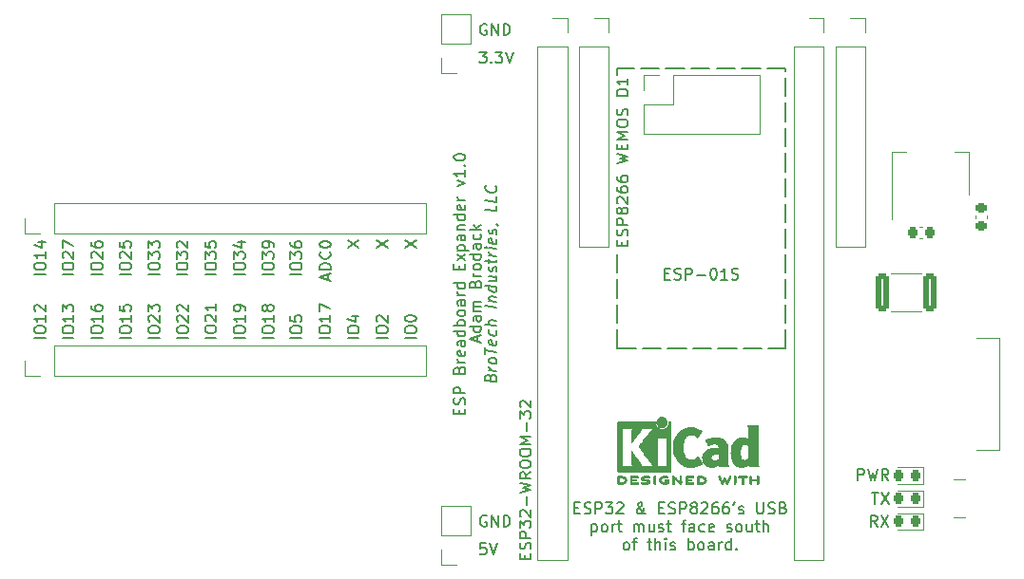
<source format=gbr>
%TF.GenerationSoftware,KiCad,Pcbnew,7.0.9-7.0.9~ubuntu22.04.1*%
%TF.CreationDate,2023-12-27T18:05:09-06:00*%
%TF.ProjectId,ESP Breadboard Expander,45535020-4272-4656-9164-626f61726420,v1.0*%
%TF.SameCoordinates,Original*%
%TF.FileFunction,Legend,Top*%
%TF.FilePolarity,Positive*%
%FSLAX46Y46*%
G04 Gerber Fmt 4.6, Leading zero omitted, Abs format (unit mm)*
G04 Created by KiCad (PCBNEW 7.0.9-7.0.9~ubuntu22.04.1) date 2023-12-27 18:05:09*
%MOMM*%
%LPD*%
G01*
G04 APERTURE LIST*
G04 Aperture macros list*
%AMRoundRect*
0 Rectangle with rounded corners*
0 $1 Rounding radius*
0 $2 $3 $4 $5 $6 $7 $8 $9 X,Y pos of 4 corners*
0 Add a 4 corners polygon primitive as box body*
4,1,4,$2,$3,$4,$5,$6,$7,$8,$9,$2,$3,0*
0 Add four circle primitives for the rounded corners*
1,1,$1+$1,$2,$3*
1,1,$1+$1,$4,$5*
1,1,$1+$1,$6,$7*
1,1,$1+$1,$8,$9*
0 Add four rect primitives between the rounded corners*
20,1,$1+$1,$2,$3,$4,$5,0*
20,1,$1+$1,$4,$5,$6,$7,0*
20,1,$1+$1,$6,$7,$8,$9,0*
20,1,$1+$1,$8,$9,$2,$3,0*%
G04 Aperture macros list end*
%ADD10C,0.150000*%
%ADD11C,0.153000*%
%ADD12C,0.120000*%
%ADD13C,0.100000*%
%ADD14C,0.010000*%
%ADD15RoundRect,0.218750X0.218750X0.256250X-0.218750X0.256250X-0.218750X-0.256250X0.218750X-0.256250X0*%
%ADD16R,1.700000X1.700000*%
%ADD17O,1.700000X1.700000*%
%ADD18RoundRect,0.225000X-0.250000X0.225000X-0.250000X-0.225000X0.250000X-0.225000X0.250000X0.225000X0*%
%ADD19R,3.300000X2.000000*%
%ADD20R,2.000000X4.000000*%
%ADD21R,2.000000X3.400000*%
%ADD22RoundRect,0.250000X-0.312500X-1.450000X0.312500X-1.450000X0.312500X1.450000X-0.312500X1.450000X0*%
%ADD23R,0.800000X0.500000*%
%ADD24R,0.800000X0.400000*%
%ADD25R,1.500000X2.000000*%
%ADD26R,3.800000X2.000000*%
%ADD27RoundRect,0.225000X0.225000X0.250000X-0.225000X0.250000X-0.225000X-0.250000X0.225000X-0.250000X0*%
G04 APERTURE END LIST*
D10*
X93700000Y-48800000D02*
X93700000Y-49400000D01*
X108700000Y-48800000D02*
X107050000Y-48800000D01*
X106450000Y-48800000D02*
X104800000Y-48800000D01*
X104200000Y-48800000D02*
X102550000Y-48800000D01*
X101950000Y-48800000D02*
X100300000Y-48800000D01*
X99700000Y-48800000D02*
X98050000Y-48800000D01*
X97450000Y-48800000D02*
X95800000Y-48800000D01*
X95200000Y-48800000D02*
X93700000Y-48800000D01*
X93700000Y-73800000D02*
X93700000Y-72150000D01*
X93700000Y-71550000D02*
X93700000Y-69900000D01*
X93700000Y-69300000D02*
X93700000Y-67650000D01*
X93700000Y-67050000D02*
X93700000Y-65400000D01*
X93700000Y-73800000D02*
X95350000Y-73800000D01*
X95950000Y-73800000D02*
X97600000Y-73800000D01*
X98200000Y-73800000D02*
X99850000Y-73800000D01*
X100450000Y-73800000D02*
X102100000Y-73800000D01*
X102700000Y-73800000D02*
X104350000Y-73800000D01*
X104950000Y-73800000D02*
X106600000Y-73800000D01*
X107200000Y-73800000D02*
X108700000Y-73800000D01*
X108700000Y-73800000D02*
X108700000Y-72150000D01*
X108700000Y-71550000D02*
X108700000Y-69900000D01*
X108700000Y-69300000D02*
X108700000Y-67650000D01*
X108700000Y-67050000D02*
X108700000Y-65400000D01*
X108700000Y-64800000D02*
X108700000Y-63150000D01*
X108700000Y-62550000D02*
X108700000Y-60900000D01*
X108700000Y-60300000D02*
X108700000Y-58650000D01*
X108700000Y-58050000D02*
X108700000Y-56400000D01*
X108700000Y-55800000D02*
X108700000Y-54150000D01*
X108700000Y-53550000D02*
X108700000Y-51900000D01*
X108700000Y-51300000D02*
X108700000Y-49650000D01*
X108700000Y-49050000D02*
X108700000Y-48800000D01*
D11*
X97961905Y-67145853D02*
X98295238Y-67145853D01*
X98438095Y-67669663D02*
X97961905Y-67669663D01*
X97961905Y-67669663D02*
X97961905Y-66669663D01*
X97961905Y-66669663D02*
X98438095Y-66669663D01*
X98819048Y-67622044D02*
X98961905Y-67669663D01*
X98961905Y-67669663D02*
X99200000Y-67669663D01*
X99200000Y-67669663D02*
X99295238Y-67622044D01*
X99295238Y-67622044D02*
X99342857Y-67574424D01*
X99342857Y-67574424D02*
X99390476Y-67479186D01*
X99390476Y-67479186D02*
X99390476Y-67383948D01*
X99390476Y-67383948D02*
X99342857Y-67288710D01*
X99342857Y-67288710D02*
X99295238Y-67241091D01*
X99295238Y-67241091D02*
X99200000Y-67193472D01*
X99200000Y-67193472D02*
X99009524Y-67145853D01*
X99009524Y-67145853D02*
X98914286Y-67098234D01*
X98914286Y-67098234D02*
X98866667Y-67050615D01*
X98866667Y-67050615D02*
X98819048Y-66955377D01*
X98819048Y-66955377D02*
X98819048Y-66860139D01*
X98819048Y-66860139D02*
X98866667Y-66764901D01*
X98866667Y-66764901D02*
X98914286Y-66717282D01*
X98914286Y-66717282D02*
X99009524Y-66669663D01*
X99009524Y-66669663D02*
X99247619Y-66669663D01*
X99247619Y-66669663D02*
X99390476Y-66717282D01*
X99819048Y-67669663D02*
X99819048Y-66669663D01*
X99819048Y-66669663D02*
X100200000Y-66669663D01*
X100200000Y-66669663D02*
X100295238Y-66717282D01*
X100295238Y-66717282D02*
X100342857Y-66764901D01*
X100342857Y-66764901D02*
X100390476Y-66860139D01*
X100390476Y-66860139D02*
X100390476Y-67002996D01*
X100390476Y-67002996D02*
X100342857Y-67098234D01*
X100342857Y-67098234D02*
X100295238Y-67145853D01*
X100295238Y-67145853D02*
X100200000Y-67193472D01*
X100200000Y-67193472D02*
X99819048Y-67193472D01*
X100819048Y-67288710D02*
X101580953Y-67288710D01*
X102247619Y-66669663D02*
X102342857Y-66669663D01*
X102342857Y-66669663D02*
X102438095Y-66717282D01*
X102438095Y-66717282D02*
X102485714Y-66764901D01*
X102485714Y-66764901D02*
X102533333Y-66860139D01*
X102533333Y-66860139D02*
X102580952Y-67050615D01*
X102580952Y-67050615D02*
X102580952Y-67288710D01*
X102580952Y-67288710D02*
X102533333Y-67479186D01*
X102533333Y-67479186D02*
X102485714Y-67574424D01*
X102485714Y-67574424D02*
X102438095Y-67622044D01*
X102438095Y-67622044D02*
X102342857Y-67669663D01*
X102342857Y-67669663D02*
X102247619Y-67669663D01*
X102247619Y-67669663D02*
X102152381Y-67622044D01*
X102152381Y-67622044D02*
X102104762Y-67574424D01*
X102104762Y-67574424D02*
X102057143Y-67479186D01*
X102057143Y-67479186D02*
X102009524Y-67288710D01*
X102009524Y-67288710D02*
X102009524Y-67050615D01*
X102009524Y-67050615D02*
X102057143Y-66860139D01*
X102057143Y-66860139D02*
X102104762Y-66764901D01*
X102104762Y-66764901D02*
X102152381Y-66717282D01*
X102152381Y-66717282D02*
X102247619Y-66669663D01*
X103533333Y-67669663D02*
X102961905Y-67669663D01*
X103247619Y-67669663D02*
X103247619Y-66669663D01*
X103247619Y-66669663D02*
X103152381Y-66812520D01*
X103152381Y-66812520D02*
X103057143Y-66907758D01*
X103057143Y-66907758D02*
X102961905Y-66955377D01*
X103914286Y-67622044D02*
X104057143Y-67669663D01*
X104057143Y-67669663D02*
X104295238Y-67669663D01*
X104295238Y-67669663D02*
X104390476Y-67622044D01*
X104390476Y-67622044D02*
X104438095Y-67574424D01*
X104438095Y-67574424D02*
X104485714Y-67479186D01*
X104485714Y-67479186D02*
X104485714Y-67383948D01*
X104485714Y-67383948D02*
X104438095Y-67288710D01*
X104438095Y-67288710D02*
X104390476Y-67241091D01*
X104390476Y-67241091D02*
X104295238Y-67193472D01*
X104295238Y-67193472D02*
X104104762Y-67145853D01*
X104104762Y-67145853D02*
X104009524Y-67098234D01*
X104009524Y-67098234D02*
X103961905Y-67050615D01*
X103961905Y-67050615D02*
X103914286Y-66955377D01*
X103914286Y-66955377D02*
X103914286Y-66860139D01*
X103914286Y-66860139D02*
X103961905Y-66764901D01*
X103961905Y-66764901D02*
X104009524Y-66717282D01*
X104009524Y-66717282D02*
X104104762Y-66669663D01*
X104104762Y-66669663D02*
X104342857Y-66669663D01*
X104342857Y-66669663D02*
X104485714Y-66717282D01*
X58004663Y-67241132D02*
X57004663Y-67241132D01*
X57004663Y-66574466D02*
X57004663Y-66383990D01*
X57004663Y-66383990D02*
X57052282Y-66288752D01*
X57052282Y-66288752D02*
X57147520Y-66193514D01*
X57147520Y-66193514D02*
X57337996Y-66145895D01*
X57337996Y-66145895D02*
X57671329Y-66145895D01*
X57671329Y-66145895D02*
X57861805Y-66193514D01*
X57861805Y-66193514D02*
X57957044Y-66288752D01*
X57957044Y-66288752D02*
X58004663Y-66383990D01*
X58004663Y-66383990D02*
X58004663Y-66574466D01*
X58004663Y-66574466D02*
X57957044Y-66669704D01*
X57957044Y-66669704D02*
X57861805Y-66764942D01*
X57861805Y-66764942D02*
X57671329Y-66812561D01*
X57671329Y-66812561D02*
X57337996Y-66812561D01*
X57337996Y-66812561D02*
X57147520Y-66764942D01*
X57147520Y-66764942D02*
X57052282Y-66669704D01*
X57052282Y-66669704D02*
X57004663Y-66574466D01*
X57004663Y-65812561D02*
X57004663Y-65193514D01*
X57004663Y-65193514D02*
X57385615Y-65526847D01*
X57385615Y-65526847D02*
X57385615Y-65383990D01*
X57385615Y-65383990D02*
X57433234Y-65288752D01*
X57433234Y-65288752D02*
X57480853Y-65241133D01*
X57480853Y-65241133D02*
X57576091Y-65193514D01*
X57576091Y-65193514D02*
X57814186Y-65193514D01*
X57814186Y-65193514D02*
X57909424Y-65241133D01*
X57909424Y-65241133D02*
X57957044Y-65288752D01*
X57957044Y-65288752D02*
X58004663Y-65383990D01*
X58004663Y-65383990D02*
X58004663Y-65669704D01*
X58004663Y-65669704D02*
X57957044Y-65764942D01*
X57957044Y-65764942D02*
X57909424Y-65812561D01*
X57004663Y-64288752D02*
X57004663Y-64764942D01*
X57004663Y-64764942D02*
X57480853Y-64812561D01*
X57480853Y-64812561D02*
X57433234Y-64764942D01*
X57433234Y-64764942D02*
X57385615Y-64669704D01*
X57385615Y-64669704D02*
X57385615Y-64431609D01*
X57385615Y-64431609D02*
X57433234Y-64336371D01*
X57433234Y-64336371D02*
X57480853Y-64288752D01*
X57480853Y-64288752D02*
X57576091Y-64241133D01*
X57576091Y-64241133D02*
X57814186Y-64241133D01*
X57814186Y-64241133D02*
X57909424Y-64288752D01*
X57909424Y-64288752D02*
X57957044Y-64336371D01*
X57957044Y-64336371D02*
X58004663Y-64431609D01*
X58004663Y-64431609D02*
X58004663Y-64669704D01*
X58004663Y-64669704D02*
X57957044Y-64764942D01*
X57957044Y-64764942D02*
X57909424Y-64812561D01*
X69704663Y-64860180D02*
X70704663Y-64193514D01*
X69704663Y-64193514D02*
X70704663Y-64860180D01*
X116395895Y-86699663D02*
X116967323Y-86699663D01*
X116681609Y-87699663D02*
X116681609Y-86699663D01*
X117205419Y-86699663D02*
X117872085Y-87699663D01*
X117872085Y-86699663D02*
X117205419Y-87699663D01*
X55504663Y-72911247D02*
X54504663Y-72911247D01*
X54504663Y-72244581D02*
X54504663Y-72054105D01*
X54504663Y-72054105D02*
X54552282Y-71958867D01*
X54552282Y-71958867D02*
X54647520Y-71863629D01*
X54647520Y-71863629D02*
X54837996Y-71816010D01*
X54837996Y-71816010D02*
X55171329Y-71816010D01*
X55171329Y-71816010D02*
X55361805Y-71863629D01*
X55361805Y-71863629D02*
X55457044Y-71958867D01*
X55457044Y-71958867D02*
X55504663Y-72054105D01*
X55504663Y-72054105D02*
X55504663Y-72244581D01*
X55504663Y-72244581D02*
X55457044Y-72339819D01*
X55457044Y-72339819D02*
X55361805Y-72435057D01*
X55361805Y-72435057D02*
X55171329Y-72482676D01*
X55171329Y-72482676D02*
X54837996Y-72482676D01*
X54837996Y-72482676D02*
X54647520Y-72435057D01*
X54647520Y-72435057D02*
X54552282Y-72339819D01*
X54552282Y-72339819D02*
X54504663Y-72244581D01*
X54599901Y-71435057D02*
X54552282Y-71387438D01*
X54552282Y-71387438D02*
X54504663Y-71292200D01*
X54504663Y-71292200D02*
X54504663Y-71054105D01*
X54504663Y-71054105D02*
X54552282Y-70958867D01*
X54552282Y-70958867D02*
X54599901Y-70911248D01*
X54599901Y-70911248D02*
X54695139Y-70863629D01*
X54695139Y-70863629D02*
X54790377Y-70863629D01*
X54790377Y-70863629D02*
X54933234Y-70911248D01*
X54933234Y-70911248D02*
X55504663Y-71482676D01*
X55504663Y-71482676D02*
X55504663Y-70863629D01*
X54599901Y-70482676D02*
X54552282Y-70435057D01*
X54552282Y-70435057D02*
X54504663Y-70339819D01*
X54504663Y-70339819D02*
X54504663Y-70101724D01*
X54504663Y-70101724D02*
X54552282Y-70006486D01*
X54552282Y-70006486D02*
X54599901Y-69958867D01*
X54599901Y-69958867D02*
X54695139Y-69911248D01*
X54695139Y-69911248D02*
X54790377Y-69911248D01*
X54790377Y-69911248D02*
X54933234Y-69958867D01*
X54933234Y-69958867D02*
X55504663Y-70530295D01*
X55504663Y-70530295D02*
X55504663Y-69911248D01*
X60554663Y-67241132D02*
X59554663Y-67241132D01*
X59554663Y-66574466D02*
X59554663Y-66383990D01*
X59554663Y-66383990D02*
X59602282Y-66288752D01*
X59602282Y-66288752D02*
X59697520Y-66193514D01*
X59697520Y-66193514D02*
X59887996Y-66145895D01*
X59887996Y-66145895D02*
X60221329Y-66145895D01*
X60221329Y-66145895D02*
X60411805Y-66193514D01*
X60411805Y-66193514D02*
X60507044Y-66288752D01*
X60507044Y-66288752D02*
X60554663Y-66383990D01*
X60554663Y-66383990D02*
X60554663Y-66574466D01*
X60554663Y-66574466D02*
X60507044Y-66669704D01*
X60507044Y-66669704D02*
X60411805Y-66764942D01*
X60411805Y-66764942D02*
X60221329Y-66812561D01*
X60221329Y-66812561D02*
X59887996Y-66812561D01*
X59887996Y-66812561D02*
X59697520Y-66764942D01*
X59697520Y-66764942D02*
X59602282Y-66669704D01*
X59602282Y-66669704D02*
X59554663Y-66574466D01*
X59554663Y-65812561D02*
X59554663Y-65193514D01*
X59554663Y-65193514D02*
X59935615Y-65526847D01*
X59935615Y-65526847D02*
X59935615Y-65383990D01*
X59935615Y-65383990D02*
X59983234Y-65288752D01*
X59983234Y-65288752D02*
X60030853Y-65241133D01*
X60030853Y-65241133D02*
X60126091Y-65193514D01*
X60126091Y-65193514D02*
X60364186Y-65193514D01*
X60364186Y-65193514D02*
X60459424Y-65241133D01*
X60459424Y-65241133D02*
X60507044Y-65288752D01*
X60507044Y-65288752D02*
X60554663Y-65383990D01*
X60554663Y-65383990D02*
X60554663Y-65669704D01*
X60554663Y-65669704D02*
X60507044Y-65764942D01*
X60507044Y-65764942D02*
X60459424Y-65812561D01*
X59887996Y-64336371D02*
X60554663Y-64336371D01*
X59507044Y-64574466D02*
X60221329Y-64812561D01*
X60221329Y-64812561D02*
X60221329Y-64193514D01*
X74804663Y-64860180D02*
X75804663Y-64193514D01*
X74804663Y-64193514D02*
X75804663Y-64860180D01*
X81443514Y-47354663D02*
X82062561Y-47354663D01*
X82062561Y-47354663D02*
X81729228Y-47735615D01*
X81729228Y-47735615D02*
X81872085Y-47735615D01*
X81872085Y-47735615D02*
X81967323Y-47783234D01*
X81967323Y-47783234D02*
X82014942Y-47830853D01*
X82014942Y-47830853D02*
X82062561Y-47926091D01*
X82062561Y-47926091D02*
X82062561Y-48164186D01*
X82062561Y-48164186D02*
X82014942Y-48259424D01*
X82014942Y-48259424D02*
X81967323Y-48307044D01*
X81967323Y-48307044D02*
X81872085Y-48354663D01*
X81872085Y-48354663D02*
X81586371Y-48354663D01*
X81586371Y-48354663D02*
X81491133Y-48307044D01*
X81491133Y-48307044D02*
X81443514Y-48259424D01*
X82491133Y-48259424D02*
X82538752Y-48307044D01*
X82538752Y-48307044D02*
X82491133Y-48354663D01*
X82491133Y-48354663D02*
X82443514Y-48307044D01*
X82443514Y-48307044D02*
X82491133Y-48259424D01*
X82491133Y-48259424D02*
X82491133Y-48354663D01*
X82872085Y-47354663D02*
X83491132Y-47354663D01*
X83491132Y-47354663D02*
X83157799Y-47735615D01*
X83157799Y-47735615D02*
X83300656Y-47735615D01*
X83300656Y-47735615D02*
X83395894Y-47783234D01*
X83395894Y-47783234D02*
X83443513Y-47830853D01*
X83443513Y-47830853D02*
X83491132Y-47926091D01*
X83491132Y-47926091D02*
X83491132Y-48164186D01*
X83491132Y-48164186D02*
X83443513Y-48259424D01*
X83443513Y-48259424D02*
X83395894Y-48307044D01*
X83395894Y-48307044D02*
X83300656Y-48354663D01*
X83300656Y-48354663D02*
X83014942Y-48354663D01*
X83014942Y-48354663D02*
X82919704Y-48307044D01*
X82919704Y-48307044D02*
X82872085Y-48259424D01*
X83776847Y-47354663D02*
X84110180Y-48354663D01*
X84110180Y-48354663D02*
X84443513Y-47354663D01*
X68154663Y-72911247D02*
X67154663Y-72911247D01*
X67154663Y-72244581D02*
X67154663Y-72054105D01*
X67154663Y-72054105D02*
X67202282Y-71958867D01*
X67202282Y-71958867D02*
X67297520Y-71863629D01*
X67297520Y-71863629D02*
X67487996Y-71816010D01*
X67487996Y-71816010D02*
X67821329Y-71816010D01*
X67821329Y-71816010D02*
X68011805Y-71863629D01*
X68011805Y-71863629D02*
X68107044Y-71958867D01*
X68107044Y-71958867D02*
X68154663Y-72054105D01*
X68154663Y-72054105D02*
X68154663Y-72244581D01*
X68154663Y-72244581D02*
X68107044Y-72339819D01*
X68107044Y-72339819D02*
X68011805Y-72435057D01*
X68011805Y-72435057D02*
X67821329Y-72482676D01*
X67821329Y-72482676D02*
X67487996Y-72482676D01*
X67487996Y-72482676D02*
X67297520Y-72435057D01*
X67297520Y-72435057D02*
X67202282Y-72339819D01*
X67202282Y-72339819D02*
X67154663Y-72244581D01*
X68154663Y-70863629D02*
X68154663Y-71435057D01*
X68154663Y-71149343D02*
X67154663Y-71149343D01*
X67154663Y-71149343D02*
X67297520Y-71244581D01*
X67297520Y-71244581D02*
X67392758Y-71339819D01*
X67392758Y-71339819D02*
X67440377Y-71435057D01*
X67154663Y-70530295D02*
X67154663Y-69863629D01*
X67154663Y-69863629D02*
X68154663Y-70292200D01*
X82014942Y-91194663D02*
X81538752Y-91194663D01*
X81538752Y-91194663D02*
X81491133Y-91670853D01*
X81491133Y-91670853D02*
X81538752Y-91623234D01*
X81538752Y-91623234D02*
X81633990Y-91575615D01*
X81633990Y-91575615D02*
X81872085Y-91575615D01*
X81872085Y-91575615D02*
X81967323Y-91623234D01*
X81967323Y-91623234D02*
X82014942Y-91670853D01*
X82014942Y-91670853D02*
X82062561Y-91766091D01*
X82062561Y-91766091D02*
X82062561Y-92004186D01*
X82062561Y-92004186D02*
X82014942Y-92099424D01*
X82014942Y-92099424D02*
X81967323Y-92147044D01*
X81967323Y-92147044D02*
X81872085Y-92194663D01*
X81872085Y-92194663D02*
X81633990Y-92194663D01*
X81633990Y-92194663D02*
X81538752Y-92147044D01*
X81538752Y-92147044D02*
X81491133Y-92099424D01*
X82348276Y-91194663D02*
X82681609Y-92194663D01*
X82681609Y-92194663D02*
X83014942Y-91194663D01*
X65604663Y-67241132D02*
X64604663Y-67241132D01*
X64604663Y-66574466D02*
X64604663Y-66383990D01*
X64604663Y-66383990D02*
X64652282Y-66288752D01*
X64652282Y-66288752D02*
X64747520Y-66193514D01*
X64747520Y-66193514D02*
X64937996Y-66145895D01*
X64937996Y-66145895D02*
X65271329Y-66145895D01*
X65271329Y-66145895D02*
X65461805Y-66193514D01*
X65461805Y-66193514D02*
X65557044Y-66288752D01*
X65557044Y-66288752D02*
X65604663Y-66383990D01*
X65604663Y-66383990D02*
X65604663Y-66574466D01*
X65604663Y-66574466D02*
X65557044Y-66669704D01*
X65557044Y-66669704D02*
X65461805Y-66764942D01*
X65461805Y-66764942D02*
X65271329Y-66812561D01*
X65271329Y-66812561D02*
X64937996Y-66812561D01*
X64937996Y-66812561D02*
X64747520Y-66764942D01*
X64747520Y-66764942D02*
X64652282Y-66669704D01*
X64652282Y-66669704D02*
X64604663Y-66574466D01*
X64604663Y-65812561D02*
X64604663Y-65193514D01*
X64604663Y-65193514D02*
X64985615Y-65526847D01*
X64985615Y-65526847D02*
X64985615Y-65383990D01*
X64985615Y-65383990D02*
X65033234Y-65288752D01*
X65033234Y-65288752D02*
X65080853Y-65241133D01*
X65080853Y-65241133D02*
X65176091Y-65193514D01*
X65176091Y-65193514D02*
X65414186Y-65193514D01*
X65414186Y-65193514D02*
X65509424Y-65241133D01*
X65509424Y-65241133D02*
X65557044Y-65288752D01*
X65557044Y-65288752D02*
X65604663Y-65383990D01*
X65604663Y-65383990D02*
X65604663Y-65669704D01*
X65604663Y-65669704D02*
X65557044Y-65764942D01*
X65557044Y-65764942D02*
X65509424Y-65812561D01*
X64604663Y-64336371D02*
X64604663Y-64526847D01*
X64604663Y-64526847D02*
X64652282Y-64622085D01*
X64652282Y-64622085D02*
X64699901Y-64669704D01*
X64699901Y-64669704D02*
X64842758Y-64764942D01*
X64842758Y-64764942D02*
X65033234Y-64812561D01*
X65033234Y-64812561D02*
X65414186Y-64812561D01*
X65414186Y-64812561D02*
X65509424Y-64764942D01*
X65509424Y-64764942D02*
X65557044Y-64717323D01*
X65557044Y-64717323D02*
X65604663Y-64622085D01*
X65604663Y-64622085D02*
X65604663Y-64431609D01*
X65604663Y-64431609D02*
X65557044Y-64336371D01*
X65557044Y-64336371D02*
X65509424Y-64288752D01*
X65509424Y-64288752D02*
X65414186Y-64241133D01*
X65414186Y-64241133D02*
X65176091Y-64241133D01*
X65176091Y-64241133D02*
X65080853Y-64288752D01*
X65080853Y-64288752D02*
X65033234Y-64336371D01*
X65033234Y-64336371D02*
X64985615Y-64431609D01*
X64985615Y-64431609D02*
X64985615Y-64622085D01*
X64985615Y-64622085D02*
X65033234Y-64717323D01*
X65033234Y-64717323D02*
X65080853Y-64764942D01*
X65080853Y-64764942D02*
X65176091Y-64812561D01*
X45304663Y-72911247D02*
X44304663Y-72911247D01*
X44304663Y-72244581D02*
X44304663Y-72054105D01*
X44304663Y-72054105D02*
X44352282Y-71958867D01*
X44352282Y-71958867D02*
X44447520Y-71863629D01*
X44447520Y-71863629D02*
X44637996Y-71816010D01*
X44637996Y-71816010D02*
X44971329Y-71816010D01*
X44971329Y-71816010D02*
X45161805Y-71863629D01*
X45161805Y-71863629D02*
X45257044Y-71958867D01*
X45257044Y-71958867D02*
X45304663Y-72054105D01*
X45304663Y-72054105D02*
X45304663Y-72244581D01*
X45304663Y-72244581D02*
X45257044Y-72339819D01*
X45257044Y-72339819D02*
X45161805Y-72435057D01*
X45161805Y-72435057D02*
X44971329Y-72482676D01*
X44971329Y-72482676D02*
X44637996Y-72482676D01*
X44637996Y-72482676D02*
X44447520Y-72435057D01*
X44447520Y-72435057D02*
X44352282Y-72339819D01*
X44352282Y-72339819D02*
X44304663Y-72244581D01*
X45304663Y-70863629D02*
X45304663Y-71435057D01*
X45304663Y-71149343D02*
X44304663Y-71149343D01*
X44304663Y-71149343D02*
X44447520Y-71244581D01*
X44447520Y-71244581D02*
X44542758Y-71339819D01*
X44542758Y-71339819D02*
X44590377Y-71435057D01*
X44304663Y-70530295D02*
X44304663Y-69911248D01*
X44304663Y-69911248D02*
X44685615Y-70244581D01*
X44685615Y-70244581D02*
X44685615Y-70101724D01*
X44685615Y-70101724D02*
X44733234Y-70006486D01*
X44733234Y-70006486D02*
X44780853Y-69958867D01*
X44780853Y-69958867D02*
X44876091Y-69911248D01*
X44876091Y-69911248D02*
X45114186Y-69911248D01*
X45114186Y-69911248D02*
X45209424Y-69958867D01*
X45209424Y-69958867D02*
X45257044Y-70006486D01*
X45257044Y-70006486D02*
X45304663Y-70101724D01*
X45304663Y-70101724D02*
X45304663Y-70387438D01*
X45304663Y-70387438D02*
X45257044Y-70482676D01*
X45257044Y-70482676D02*
X45209424Y-70530295D01*
X82062561Y-44902282D02*
X81967323Y-44854663D01*
X81967323Y-44854663D02*
X81824466Y-44854663D01*
X81824466Y-44854663D02*
X81681609Y-44902282D01*
X81681609Y-44902282D02*
X81586371Y-44997520D01*
X81586371Y-44997520D02*
X81538752Y-45092758D01*
X81538752Y-45092758D02*
X81491133Y-45283234D01*
X81491133Y-45283234D02*
X81491133Y-45426091D01*
X81491133Y-45426091D02*
X81538752Y-45616567D01*
X81538752Y-45616567D02*
X81586371Y-45711805D01*
X81586371Y-45711805D02*
X81681609Y-45807044D01*
X81681609Y-45807044D02*
X81824466Y-45854663D01*
X81824466Y-45854663D02*
X81919704Y-45854663D01*
X81919704Y-45854663D02*
X82062561Y-45807044D01*
X82062561Y-45807044D02*
X82110180Y-45759424D01*
X82110180Y-45759424D02*
X82110180Y-45426091D01*
X82110180Y-45426091D02*
X81919704Y-45426091D01*
X82538752Y-45854663D02*
X82538752Y-44854663D01*
X82538752Y-44854663D02*
X83110180Y-45854663D01*
X83110180Y-45854663D02*
X83110180Y-44854663D01*
X83586371Y-45854663D02*
X83586371Y-44854663D01*
X83586371Y-44854663D02*
X83824466Y-44854663D01*
X83824466Y-44854663D02*
X83967323Y-44902282D01*
X83967323Y-44902282D02*
X84062561Y-44997520D01*
X84062561Y-44997520D02*
X84110180Y-45092758D01*
X84110180Y-45092758D02*
X84157799Y-45283234D01*
X84157799Y-45283234D02*
X84157799Y-45426091D01*
X84157799Y-45426091D02*
X84110180Y-45616567D01*
X84110180Y-45616567D02*
X84062561Y-45711805D01*
X84062561Y-45711805D02*
X83967323Y-45807044D01*
X83967323Y-45807044D02*
X83824466Y-45854663D01*
X83824466Y-45854663D02*
X83586371Y-45854663D01*
X116860180Y-89709663D02*
X116526847Y-89233472D01*
X116288752Y-89709663D02*
X116288752Y-88709663D01*
X116288752Y-88709663D02*
X116669704Y-88709663D01*
X116669704Y-88709663D02*
X116764942Y-88757282D01*
X116764942Y-88757282D02*
X116812561Y-88804901D01*
X116812561Y-88804901D02*
X116860180Y-88900139D01*
X116860180Y-88900139D02*
X116860180Y-89042996D01*
X116860180Y-89042996D02*
X116812561Y-89138234D01*
X116812561Y-89138234D02*
X116764942Y-89185853D01*
X116764942Y-89185853D02*
X116669704Y-89233472D01*
X116669704Y-89233472D02*
X116288752Y-89233472D01*
X117193514Y-88709663D02*
X117860180Y-89709663D01*
X117860180Y-88709663D02*
X117193514Y-89709663D01*
X52954663Y-67241132D02*
X51954663Y-67241132D01*
X51954663Y-66574466D02*
X51954663Y-66383990D01*
X51954663Y-66383990D02*
X52002282Y-66288752D01*
X52002282Y-66288752D02*
X52097520Y-66193514D01*
X52097520Y-66193514D02*
X52287996Y-66145895D01*
X52287996Y-66145895D02*
X52621329Y-66145895D01*
X52621329Y-66145895D02*
X52811805Y-66193514D01*
X52811805Y-66193514D02*
X52907044Y-66288752D01*
X52907044Y-66288752D02*
X52954663Y-66383990D01*
X52954663Y-66383990D02*
X52954663Y-66574466D01*
X52954663Y-66574466D02*
X52907044Y-66669704D01*
X52907044Y-66669704D02*
X52811805Y-66764942D01*
X52811805Y-66764942D02*
X52621329Y-66812561D01*
X52621329Y-66812561D02*
X52287996Y-66812561D01*
X52287996Y-66812561D02*
X52097520Y-66764942D01*
X52097520Y-66764942D02*
X52002282Y-66669704D01*
X52002282Y-66669704D02*
X51954663Y-66574466D01*
X51954663Y-65812561D02*
X51954663Y-65193514D01*
X51954663Y-65193514D02*
X52335615Y-65526847D01*
X52335615Y-65526847D02*
X52335615Y-65383990D01*
X52335615Y-65383990D02*
X52383234Y-65288752D01*
X52383234Y-65288752D02*
X52430853Y-65241133D01*
X52430853Y-65241133D02*
X52526091Y-65193514D01*
X52526091Y-65193514D02*
X52764186Y-65193514D01*
X52764186Y-65193514D02*
X52859424Y-65241133D01*
X52859424Y-65241133D02*
X52907044Y-65288752D01*
X52907044Y-65288752D02*
X52954663Y-65383990D01*
X52954663Y-65383990D02*
X52954663Y-65669704D01*
X52954663Y-65669704D02*
X52907044Y-65764942D01*
X52907044Y-65764942D02*
X52859424Y-65812561D01*
X51954663Y-64860180D02*
X51954663Y-64241133D01*
X51954663Y-64241133D02*
X52335615Y-64574466D01*
X52335615Y-64574466D02*
X52335615Y-64431609D01*
X52335615Y-64431609D02*
X52383234Y-64336371D01*
X52383234Y-64336371D02*
X52430853Y-64288752D01*
X52430853Y-64288752D02*
X52526091Y-64241133D01*
X52526091Y-64241133D02*
X52764186Y-64241133D01*
X52764186Y-64241133D02*
X52859424Y-64288752D01*
X52859424Y-64288752D02*
X52907044Y-64336371D01*
X52907044Y-64336371D02*
X52954663Y-64431609D01*
X52954663Y-64431609D02*
X52954663Y-64717323D01*
X52954663Y-64717323D02*
X52907044Y-64812561D01*
X52907044Y-64812561D02*
X52859424Y-64860180D01*
X63104663Y-67241132D02*
X62104663Y-67241132D01*
X62104663Y-66574466D02*
X62104663Y-66383990D01*
X62104663Y-66383990D02*
X62152282Y-66288752D01*
X62152282Y-66288752D02*
X62247520Y-66193514D01*
X62247520Y-66193514D02*
X62437996Y-66145895D01*
X62437996Y-66145895D02*
X62771329Y-66145895D01*
X62771329Y-66145895D02*
X62961805Y-66193514D01*
X62961805Y-66193514D02*
X63057044Y-66288752D01*
X63057044Y-66288752D02*
X63104663Y-66383990D01*
X63104663Y-66383990D02*
X63104663Y-66574466D01*
X63104663Y-66574466D02*
X63057044Y-66669704D01*
X63057044Y-66669704D02*
X62961805Y-66764942D01*
X62961805Y-66764942D02*
X62771329Y-66812561D01*
X62771329Y-66812561D02*
X62437996Y-66812561D01*
X62437996Y-66812561D02*
X62247520Y-66764942D01*
X62247520Y-66764942D02*
X62152282Y-66669704D01*
X62152282Y-66669704D02*
X62104663Y-66574466D01*
X62104663Y-65812561D02*
X62104663Y-65193514D01*
X62104663Y-65193514D02*
X62485615Y-65526847D01*
X62485615Y-65526847D02*
X62485615Y-65383990D01*
X62485615Y-65383990D02*
X62533234Y-65288752D01*
X62533234Y-65288752D02*
X62580853Y-65241133D01*
X62580853Y-65241133D02*
X62676091Y-65193514D01*
X62676091Y-65193514D02*
X62914186Y-65193514D01*
X62914186Y-65193514D02*
X63009424Y-65241133D01*
X63009424Y-65241133D02*
X63057044Y-65288752D01*
X63057044Y-65288752D02*
X63104663Y-65383990D01*
X63104663Y-65383990D02*
X63104663Y-65669704D01*
X63104663Y-65669704D02*
X63057044Y-65764942D01*
X63057044Y-65764942D02*
X63009424Y-65812561D01*
X63104663Y-64717323D02*
X63104663Y-64526847D01*
X63104663Y-64526847D02*
X63057044Y-64431609D01*
X63057044Y-64431609D02*
X63009424Y-64383990D01*
X63009424Y-64383990D02*
X62866567Y-64288752D01*
X62866567Y-64288752D02*
X62676091Y-64241133D01*
X62676091Y-64241133D02*
X62295139Y-64241133D01*
X62295139Y-64241133D02*
X62199901Y-64288752D01*
X62199901Y-64288752D02*
X62152282Y-64336371D01*
X62152282Y-64336371D02*
X62104663Y-64431609D01*
X62104663Y-64431609D02*
X62104663Y-64622085D01*
X62104663Y-64622085D02*
X62152282Y-64717323D01*
X62152282Y-64717323D02*
X62199901Y-64764942D01*
X62199901Y-64764942D02*
X62295139Y-64812561D01*
X62295139Y-64812561D02*
X62533234Y-64812561D01*
X62533234Y-64812561D02*
X62628472Y-64764942D01*
X62628472Y-64764942D02*
X62676091Y-64717323D01*
X62676091Y-64717323D02*
X62723710Y-64622085D01*
X62723710Y-64622085D02*
X62723710Y-64431609D01*
X62723710Y-64431609D02*
X62676091Y-64336371D01*
X62676091Y-64336371D02*
X62628472Y-64288752D01*
X62628472Y-64288752D02*
X62533234Y-64241133D01*
X73254663Y-72911247D02*
X72254663Y-72911247D01*
X72254663Y-72244581D02*
X72254663Y-72054105D01*
X72254663Y-72054105D02*
X72302282Y-71958867D01*
X72302282Y-71958867D02*
X72397520Y-71863629D01*
X72397520Y-71863629D02*
X72587996Y-71816010D01*
X72587996Y-71816010D02*
X72921329Y-71816010D01*
X72921329Y-71816010D02*
X73111805Y-71863629D01*
X73111805Y-71863629D02*
X73207044Y-71958867D01*
X73207044Y-71958867D02*
X73254663Y-72054105D01*
X73254663Y-72054105D02*
X73254663Y-72244581D01*
X73254663Y-72244581D02*
X73207044Y-72339819D01*
X73207044Y-72339819D02*
X73111805Y-72435057D01*
X73111805Y-72435057D02*
X72921329Y-72482676D01*
X72921329Y-72482676D02*
X72587996Y-72482676D01*
X72587996Y-72482676D02*
X72397520Y-72435057D01*
X72397520Y-72435057D02*
X72302282Y-72339819D01*
X72302282Y-72339819D02*
X72254663Y-72244581D01*
X72349901Y-71435057D02*
X72302282Y-71387438D01*
X72302282Y-71387438D02*
X72254663Y-71292200D01*
X72254663Y-71292200D02*
X72254663Y-71054105D01*
X72254663Y-71054105D02*
X72302282Y-70958867D01*
X72302282Y-70958867D02*
X72349901Y-70911248D01*
X72349901Y-70911248D02*
X72445139Y-70863629D01*
X72445139Y-70863629D02*
X72540377Y-70863629D01*
X72540377Y-70863629D02*
X72683234Y-70911248D01*
X72683234Y-70911248D02*
X73254663Y-71482676D01*
X73254663Y-71482676D02*
X73254663Y-70863629D01*
X65604663Y-72911247D02*
X64604663Y-72911247D01*
X64604663Y-72244581D02*
X64604663Y-72054105D01*
X64604663Y-72054105D02*
X64652282Y-71958867D01*
X64652282Y-71958867D02*
X64747520Y-71863629D01*
X64747520Y-71863629D02*
X64937996Y-71816010D01*
X64937996Y-71816010D02*
X65271329Y-71816010D01*
X65271329Y-71816010D02*
X65461805Y-71863629D01*
X65461805Y-71863629D02*
X65557044Y-71958867D01*
X65557044Y-71958867D02*
X65604663Y-72054105D01*
X65604663Y-72054105D02*
X65604663Y-72244581D01*
X65604663Y-72244581D02*
X65557044Y-72339819D01*
X65557044Y-72339819D02*
X65461805Y-72435057D01*
X65461805Y-72435057D02*
X65271329Y-72482676D01*
X65271329Y-72482676D02*
X64937996Y-72482676D01*
X64937996Y-72482676D02*
X64747520Y-72435057D01*
X64747520Y-72435057D02*
X64652282Y-72339819D01*
X64652282Y-72339819D02*
X64604663Y-72244581D01*
X64604663Y-70911248D02*
X64604663Y-71387438D01*
X64604663Y-71387438D02*
X65080853Y-71435057D01*
X65080853Y-71435057D02*
X65033234Y-71387438D01*
X65033234Y-71387438D02*
X64985615Y-71292200D01*
X64985615Y-71292200D02*
X64985615Y-71054105D01*
X64985615Y-71054105D02*
X65033234Y-70958867D01*
X65033234Y-70958867D02*
X65080853Y-70911248D01*
X65080853Y-70911248D02*
X65176091Y-70863629D01*
X65176091Y-70863629D02*
X65414186Y-70863629D01*
X65414186Y-70863629D02*
X65509424Y-70911248D01*
X65509424Y-70911248D02*
X65557044Y-70958867D01*
X65557044Y-70958867D02*
X65604663Y-71054105D01*
X65604663Y-71054105D02*
X65604663Y-71292200D01*
X65604663Y-71292200D02*
X65557044Y-71387438D01*
X65557044Y-71387438D02*
X65509424Y-71435057D01*
X45304663Y-67241132D02*
X44304663Y-67241132D01*
X44304663Y-66574466D02*
X44304663Y-66383990D01*
X44304663Y-66383990D02*
X44352282Y-66288752D01*
X44352282Y-66288752D02*
X44447520Y-66193514D01*
X44447520Y-66193514D02*
X44637996Y-66145895D01*
X44637996Y-66145895D02*
X44971329Y-66145895D01*
X44971329Y-66145895D02*
X45161805Y-66193514D01*
X45161805Y-66193514D02*
X45257044Y-66288752D01*
X45257044Y-66288752D02*
X45304663Y-66383990D01*
X45304663Y-66383990D02*
X45304663Y-66574466D01*
X45304663Y-66574466D02*
X45257044Y-66669704D01*
X45257044Y-66669704D02*
X45161805Y-66764942D01*
X45161805Y-66764942D02*
X44971329Y-66812561D01*
X44971329Y-66812561D02*
X44637996Y-66812561D01*
X44637996Y-66812561D02*
X44447520Y-66764942D01*
X44447520Y-66764942D02*
X44352282Y-66669704D01*
X44352282Y-66669704D02*
X44304663Y-66574466D01*
X44399901Y-65764942D02*
X44352282Y-65717323D01*
X44352282Y-65717323D02*
X44304663Y-65622085D01*
X44304663Y-65622085D02*
X44304663Y-65383990D01*
X44304663Y-65383990D02*
X44352282Y-65288752D01*
X44352282Y-65288752D02*
X44399901Y-65241133D01*
X44399901Y-65241133D02*
X44495139Y-65193514D01*
X44495139Y-65193514D02*
X44590377Y-65193514D01*
X44590377Y-65193514D02*
X44733234Y-65241133D01*
X44733234Y-65241133D02*
X45304663Y-65812561D01*
X45304663Y-65812561D02*
X45304663Y-65193514D01*
X44304663Y-64860180D02*
X44304663Y-64193514D01*
X44304663Y-64193514D02*
X45304663Y-64622085D01*
X42804663Y-72911247D02*
X41804663Y-72911247D01*
X41804663Y-72244581D02*
X41804663Y-72054105D01*
X41804663Y-72054105D02*
X41852282Y-71958867D01*
X41852282Y-71958867D02*
X41947520Y-71863629D01*
X41947520Y-71863629D02*
X42137996Y-71816010D01*
X42137996Y-71816010D02*
X42471329Y-71816010D01*
X42471329Y-71816010D02*
X42661805Y-71863629D01*
X42661805Y-71863629D02*
X42757044Y-71958867D01*
X42757044Y-71958867D02*
X42804663Y-72054105D01*
X42804663Y-72054105D02*
X42804663Y-72244581D01*
X42804663Y-72244581D02*
X42757044Y-72339819D01*
X42757044Y-72339819D02*
X42661805Y-72435057D01*
X42661805Y-72435057D02*
X42471329Y-72482676D01*
X42471329Y-72482676D02*
X42137996Y-72482676D01*
X42137996Y-72482676D02*
X41947520Y-72435057D01*
X41947520Y-72435057D02*
X41852282Y-72339819D01*
X41852282Y-72339819D02*
X41804663Y-72244581D01*
X42804663Y-70863629D02*
X42804663Y-71435057D01*
X42804663Y-71149343D02*
X41804663Y-71149343D01*
X41804663Y-71149343D02*
X41947520Y-71244581D01*
X41947520Y-71244581D02*
X42042758Y-71339819D01*
X42042758Y-71339819D02*
X42090377Y-71435057D01*
X41899901Y-70482676D02*
X41852282Y-70435057D01*
X41852282Y-70435057D02*
X41804663Y-70339819D01*
X41804663Y-70339819D02*
X41804663Y-70101724D01*
X41804663Y-70101724D02*
X41852282Y-70006486D01*
X41852282Y-70006486D02*
X41899901Y-69958867D01*
X41899901Y-69958867D02*
X41995139Y-69911248D01*
X41995139Y-69911248D02*
X42090377Y-69911248D01*
X42090377Y-69911248D02*
X42233234Y-69958867D01*
X42233234Y-69958867D02*
X42804663Y-70530295D01*
X42804663Y-70530295D02*
X42804663Y-69911248D01*
X63104663Y-72911247D02*
X62104663Y-72911247D01*
X62104663Y-72244581D02*
X62104663Y-72054105D01*
X62104663Y-72054105D02*
X62152282Y-71958867D01*
X62152282Y-71958867D02*
X62247520Y-71863629D01*
X62247520Y-71863629D02*
X62437996Y-71816010D01*
X62437996Y-71816010D02*
X62771329Y-71816010D01*
X62771329Y-71816010D02*
X62961805Y-71863629D01*
X62961805Y-71863629D02*
X63057044Y-71958867D01*
X63057044Y-71958867D02*
X63104663Y-72054105D01*
X63104663Y-72054105D02*
X63104663Y-72244581D01*
X63104663Y-72244581D02*
X63057044Y-72339819D01*
X63057044Y-72339819D02*
X62961805Y-72435057D01*
X62961805Y-72435057D02*
X62771329Y-72482676D01*
X62771329Y-72482676D02*
X62437996Y-72482676D01*
X62437996Y-72482676D02*
X62247520Y-72435057D01*
X62247520Y-72435057D02*
X62152282Y-72339819D01*
X62152282Y-72339819D02*
X62104663Y-72244581D01*
X63104663Y-70863629D02*
X63104663Y-71435057D01*
X63104663Y-71149343D02*
X62104663Y-71149343D01*
X62104663Y-71149343D02*
X62247520Y-71244581D01*
X62247520Y-71244581D02*
X62342758Y-71339819D01*
X62342758Y-71339819D02*
X62390377Y-71435057D01*
X62533234Y-70292200D02*
X62485615Y-70387438D01*
X62485615Y-70387438D02*
X62437996Y-70435057D01*
X62437996Y-70435057D02*
X62342758Y-70482676D01*
X62342758Y-70482676D02*
X62295139Y-70482676D01*
X62295139Y-70482676D02*
X62199901Y-70435057D01*
X62199901Y-70435057D02*
X62152282Y-70387438D01*
X62152282Y-70387438D02*
X62104663Y-70292200D01*
X62104663Y-70292200D02*
X62104663Y-70101724D01*
X62104663Y-70101724D02*
X62152282Y-70006486D01*
X62152282Y-70006486D02*
X62199901Y-69958867D01*
X62199901Y-69958867D02*
X62295139Y-69911248D01*
X62295139Y-69911248D02*
X62342758Y-69911248D01*
X62342758Y-69911248D02*
X62437996Y-69958867D01*
X62437996Y-69958867D02*
X62485615Y-70006486D01*
X62485615Y-70006486D02*
X62533234Y-70101724D01*
X62533234Y-70101724D02*
X62533234Y-70292200D01*
X62533234Y-70292200D02*
X62580853Y-70387438D01*
X62580853Y-70387438D02*
X62628472Y-70435057D01*
X62628472Y-70435057D02*
X62723710Y-70482676D01*
X62723710Y-70482676D02*
X62914186Y-70482676D01*
X62914186Y-70482676D02*
X63009424Y-70435057D01*
X63009424Y-70435057D02*
X63057044Y-70387438D01*
X63057044Y-70387438D02*
X63104663Y-70292200D01*
X63104663Y-70292200D02*
X63104663Y-70101724D01*
X63104663Y-70101724D02*
X63057044Y-70006486D01*
X63057044Y-70006486D02*
X63009424Y-69958867D01*
X63009424Y-69958867D02*
X62914186Y-69911248D01*
X62914186Y-69911248D02*
X62723710Y-69911248D01*
X62723710Y-69911248D02*
X62628472Y-69958867D01*
X62628472Y-69958867D02*
X62580853Y-70006486D01*
X62580853Y-70006486D02*
X62533234Y-70101724D01*
X115138752Y-85569663D02*
X115138752Y-84569663D01*
X115138752Y-84569663D02*
X115519704Y-84569663D01*
X115519704Y-84569663D02*
X115614942Y-84617282D01*
X115614942Y-84617282D02*
X115662561Y-84664901D01*
X115662561Y-84664901D02*
X115710180Y-84760139D01*
X115710180Y-84760139D02*
X115710180Y-84902996D01*
X115710180Y-84902996D02*
X115662561Y-84998234D01*
X115662561Y-84998234D02*
X115614942Y-85045853D01*
X115614942Y-85045853D02*
X115519704Y-85093472D01*
X115519704Y-85093472D02*
X115138752Y-85093472D01*
X116043514Y-84569663D02*
X116281609Y-85569663D01*
X116281609Y-85569663D02*
X116472085Y-84855377D01*
X116472085Y-84855377D02*
X116662561Y-85569663D01*
X116662561Y-85569663D02*
X116900657Y-84569663D01*
X117853037Y-85569663D02*
X117519704Y-85093472D01*
X117281609Y-85569663D02*
X117281609Y-84569663D01*
X117281609Y-84569663D02*
X117662561Y-84569663D01*
X117662561Y-84569663D02*
X117757799Y-84617282D01*
X117757799Y-84617282D02*
X117805418Y-84664901D01*
X117805418Y-84664901D02*
X117853037Y-84760139D01*
X117853037Y-84760139D02*
X117853037Y-84902996D01*
X117853037Y-84902996D02*
X117805418Y-84998234D01*
X117805418Y-84998234D02*
X117757799Y-85045853D01*
X117757799Y-85045853D02*
X117662561Y-85093472D01*
X117662561Y-85093472D02*
X117281609Y-85093472D01*
X47854663Y-72911247D02*
X46854663Y-72911247D01*
X46854663Y-72244581D02*
X46854663Y-72054105D01*
X46854663Y-72054105D02*
X46902282Y-71958867D01*
X46902282Y-71958867D02*
X46997520Y-71863629D01*
X46997520Y-71863629D02*
X47187996Y-71816010D01*
X47187996Y-71816010D02*
X47521329Y-71816010D01*
X47521329Y-71816010D02*
X47711805Y-71863629D01*
X47711805Y-71863629D02*
X47807044Y-71958867D01*
X47807044Y-71958867D02*
X47854663Y-72054105D01*
X47854663Y-72054105D02*
X47854663Y-72244581D01*
X47854663Y-72244581D02*
X47807044Y-72339819D01*
X47807044Y-72339819D02*
X47711805Y-72435057D01*
X47711805Y-72435057D02*
X47521329Y-72482676D01*
X47521329Y-72482676D02*
X47187996Y-72482676D01*
X47187996Y-72482676D02*
X46997520Y-72435057D01*
X46997520Y-72435057D02*
X46902282Y-72339819D01*
X46902282Y-72339819D02*
X46854663Y-72244581D01*
X47854663Y-70863629D02*
X47854663Y-71435057D01*
X47854663Y-71149343D02*
X46854663Y-71149343D01*
X46854663Y-71149343D02*
X46997520Y-71244581D01*
X46997520Y-71244581D02*
X47092758Y-71339819D01*
X47092758Y-71339819D02*
X47140377Y-71435057D01*
X46854663Y-70006486D02*
X46854663Y-70196962D01*
X46854663Y-70196962D02*
X46902282Y-70292200D01*
X46902282Y-70292200D02*
X46949901Y-70339819D01*
X46949901Y-70339819D02*
X47092758Y-70435057D01*
X47092758Y-70435057D02*
X47283234Y-70482676D01*
X47283234Y-70482676D02*
X47664186Y-70482676D01*
X47664186Y-70482676D02*
X47759424Y-70435057D01*
X47759424Y-70435057D02*
X47807044Y-70387438D01*
X47807044Y-70387438D02*
X47854663Y-70292200D01*
X47854663Y-70292200D02*
X47854663Y-70101724D01*
X47854663Y-70101724D02*
X47807044Y-70006486D01*
X47807044Y-70006486D02*
X47759424Y-69958867D01*
X47759424Y-69958867D02*
X47664186Y-69911248D01*
X47664186Y-69911248D02*
X47426091Y-69911248D01*
X47426091Y-69911248D02*
X47330853Y-69958867D01*
X47330853Y-69958867D02*
X47283234Y-70006486D01*
X47283234Y-70006486D02*
X47235615Y-70101724D01*
X47235615Y-70101724D02*
X47235615Y-70292200D01*
X47235615Y-70292200D02*
X47283234Y-70387438D01*
X47283234Y-70387438D02*
X47330853Y-70435057D01*
X47330853Y-70435057D02*
X47426091Y-70482676D01*
X94145853Y-64628571D02*
X94145853Y-64295238D01*
X94669663Y-64152381D02*
X94669663Y-64628571D01*
X94669663Y-64628571D02*
X93669663Y-64628571D01*
X93669663Y-64628571D02*
X93669663Y-64152381D01*
X94622044Y-63771428D02*
X94669663Y-63628571D01*
X94669663Y-63628571D02*
X94669663Y-63390476D01*
X94669663Y-63390476D02*
X94622044Y-63295238D01*
X94622044Y-63295238D02*
X94574424Y-63247619D01*
X94574424Y-63247619D02*
X94479186Y-63200000D01*
X94479186Y-63200000D02*
X94383948Y-63200000D01*
X94383948Y-63200000D02*
X94288710Y-63247619D01*
X94288710Y-63247619D02*
X94241091Y-63295238D01*
X94241091Y-63295238D02*
X94193472Y-63390476D01*
X94193472Y-63390476D02*
X94145853Y-63580952D01*
X94145853Y-63580952D02*
X94098234Y-63676190D01*
X94098234Y-63676190D02*
X94050615Y-63723809D01*
X94050615Y-63723809D02*
X93955377Y-63771428D01*
X93955377Y-63771428D02*
X93860139Y-63771428D01*
X93860139Y-63771428D02*
X93764901Y-63723809D01*
X93764901Y-63723809D02*
X93717282Y-63676190D01*
X93717282Y-63676190D02*
X93669663Y-63580952D01*
X93669663Y-63580952D02*
X93669663Y-63342857D01*
X93669663Y-63342857D02*
X93717282Y-63200000D01*
X94669663Y-62771428D02*
X93669663Y-62771428D01*
X93669663Y-62771428D02*
X93669663Y-62390476D01*
X93669663Y-62390476D02*
X93717282Y-62295238D01*
X93717282Y-62295238D02*
X93764901Y-62247619D01*
X93764901Y-62247619D02*
X93860139Y-62200000D01*
X93860139Y-62200000D02*
X94002996Y-62200000D01*
X94002996Y-62200000D02*
X94098234Y-62247619D01*
X94098234Y-62247619D02*
X94145853Y-62295238D01*
X94145853Y-62295238D02*
X94193472Y-62390476D01*
X94193472Y-62390476D02*
X94193472Y-62771428D01*
X94098234Y-61628571D02*
X94050615Y-61723809D01*
X94050615Y-61723809D02*
X94002996Y-61771428D01*
X94002996Y-61771428D02*
X93907758Y-61819047D01*
X93907758Y-61819047D02*
X93860139Y-61819047D01*
X93860139Y-61819047D02*
X93764901Y-61771428D01*
X93764901Y-61771428D02*
X93717282Y-61723809D01*
X93717282Y-61723809D02*
X93669663Y-61628571D01*
X93669663Y-61628571D02*
X93669663Y-61438095D01*
X93669663Y-61438095D02*
X93717282Y-61342857D01*
X93717282Y-61342857D02*
X93764901Y-61295238D01*
X93764901Y-61295238D02*
X93860139Y-61247619D01*
X93860139Y-61247619D02*
X93907758Y-61247619D01*
X93907758Y-61247619D02*
X94002996Y-61295238D01*
X94002996Y-61295238D02*
X94050615Y-61342857D01*
X94050615Y-61342857D02*
X94098234Y-61438095D01*
X94098234Y-61438095D02*
X94098234Y-61628571D01*
X94098234Y-61628571D02*
X94145853Y-61723809D01*
X94145853Y-61723809D02*
X94193472Y-61771428D01*
X94193472Y-61771428D02*
X94288710Y-61819047D01*
X94288710Y-61819047D02*
X94479186Y-61819047D01*
X94479186Y-61819047D02*
X94574424Y-61771428D01*
X94574424Y-61771428D02*
X94622044Y-61723809D01*
X94622044Y-61723809D02*
X94669663Y-61628571D01*
X94669663Y-61628571D02*
X94669663Y-61438095D01*
X94669663Y-61438095D02*
X94622044Y-61342857D01*
X94622044Y-61342857D02*
X94574424Y-61295238D01*
X94574424Y-61295238D02*
X94479186Y-61247619D01*
X94479186Y-61247619D02*
X94288710Y-61247619D01*
X94288710Y-61247619D02*
X94193472Y-61295238D01*
X94193472Y-61295238D02*
X94145853Y-61342857D01*
X94145853Y-61342857D02*
X94098234Y-61438095D01*
X93764901Y-60866666D02*
X93717282Y-60819047D01*
X93717282Y-60819047D02*
X93669663Y-60723809D01*
X93669663Y-60723809D02*
X93669663Y-60485714D01*
X93669663Y-60485714D02*
X93717282Y-60390476D01*
X93717282Y-60390476D02*
X93764901Y-60342857D01*
X93764901Y-60342857D02*
X93860139Y-60295238D01*
X93860139Y-60295238D02*
X93955377Y-60295238D01*
X93955377Y-60295238D02*
X94098234Y-60342857D01*
X94098234Y-60342857D02*
X94669663Y-60914285D01*
X94669663Y-60914285D02*
X94669663Y-60295238D01*
X93669663Y-59438095D02*
X93669663Y-59628571D01*
X93669663Y-59628571D02*
X93717282Y-59723809D01*
X93717282Y-59723809D02*
X93764901Y-59771428D01*
X93764901Y-59771428D02*
X93907758Y-59866666D01*
X93907758Y-59866666D02*
X94098234Y-59914285D01*
X94098234Y-59914285D02*
X94479186Y-59914285D01*
X94479186Y-59914285D02*
X94574424Y-59866666D01*
X94574424Y-59866666D02*
X94622044Y-59819047D01*
X94622044Y-59819047D02*
X94669663Y-59723809D01*
X94669663Y-59723809D02*
X94669663Y-59533333D01*
X94669663Y-59533333D02*
X94622044Y-59438095D01*
X94622044Y-59438095D02*
X94574424Y-59390476D01*
X94574424Y-59390476D02*
X94479186Y-59342857D01*
X94479186Y-59342857D02*
X94241091Y-59342857D01*
X94241091Y-59342857D02*
X94145853Y-59390476D01*
X94145853Y-59390476D02*
X94098234Y-59438095D01*
X94098234Y-59438095D02*
X94050615Y-59533333D01*
X94050615Y-59533333D02*
X94050615Y-59723809D01*
X94050615Y-59723809D02*
X94098234Y-59819047D01*
X94098234Y-59819047D02*
X94145853Y-59866666D01*
X94145853Y-59866666D02*
X94241091Y-59914285D01*
X93669663Y-58485714D02*
X93669663Y-58676190D01*
X93669663Y-58676190D02*
X93717282Y-58771428D01*
X93717282Y-58771428D02*
X93764901Y-58819047D01*
X93764901Y-58819047D02*
X93907758Y-58914285D01*
X93907758Y-58914285D02*
X94098234Y-58961904D01*
X94098234Y-58961904D02*
X94479186Y-58961904D01*
X94479186Y-58961904D02*
X94574424Y-58914285D01*
X94574424Y-58914285D02*
X94622044Y-58866666D01*
X94622044Y-58866666D02*
X94669663Y-58771428D01*
X94669663Y-58771428D02*
X94669663Y-58580952D01*
X94669663Y-58580952D02*
X94622044Y-58485714D01*
X94622044Y-58485714D02*
X94574424Y-58438095D01*
X94574424Y-58438095D02*
X94479186Y-58390476D01*
X94479186Y-58390476D02*
X94241091Y-58390476D01*
X94241091Y-58390476D02*
X94145853Y-58438095D01*
X94145853Y-58438095D02*
X94098234Y-58485714D01*
X94098234Y-58485714D02*
X94050615Y-58580952D01*
X94050615Y-58580952D02*
X94050615Y-58771428D01*
X94050615Y-58771428D02*
X94098234Y-58866666D01*
X94098234Y-58866666D02*
X94145853Y-58914285D01*
X94145853Y-58914285D02*
X94241091Y-58961904D01*
X93669663Y-57295237D02*
X94669663Y-57057142D01*
X94669663Y-57057142D02*
X93955377Y-56866666D01*
X93955377Y-56866666D02*
X94669663Y-56676190D01*
X94669663Y-56676190D02*
X93669663Y-56438095D01*
X94145853Y-56057142D02*
X94145853Y-55723809D01*
X94669663Y-55580952D02*
X94669663Y-56057142D01*
X94669663Y-56057142D02*
X93669663Y-56057142D01*
X93669663Y-56057142D02*
X93669663Y-55580952D01*
X94669663Y-55152380D02*
X93669663Y-55152380D01*
X93669663Y-55152380D02*
X94383948Y-54819047D01*
X94383948Y-54819047D02*
X93669663Y-54485714D01*
X93669663Y-54485714D02*
X94669663Y-54485714D01*
X93669663Y-53819047D02*
X93669663Y-53628571D01*
X93669663Y-53628571D02*
X93717282Y-53533333D01*
X93717282Y-53533333D02*
X93812520Y-53438095D01*
X93812520Y-53438095D02*
X94002996Y-53390476D01*
X94002996Y-53390476D02*
X94336329Y-53390476D01*
X94336329Y-53390476D02*
X94526805Y-53438095D01*
X94526805Y-53438095D02*
X94622044Y-53533333D01*
X94622044Y-53533333D02*
X94669663Y-53628571D01*
X94669663Y-53628571D02*
X94669663Y-53819047D01*
X94669663Y-53819047D02*
X94622044Y-53914285D01*
X94622044Y-53914285D02*
X94526805Y-54009523D01*
X94526805Y-54009523D02*
X94336329Y-54057142D01*
X94336329Y-54057142D02*
X94002996Y-54057142D01*
X94002996Y-54057142D02*
X93812520Y-54009523D01*
X93812520Y-54009523D02*
X93717282Y-53914285D01*
X93717282Y-53914285D02*
X93669663Y-53819047D01*
X94622044Y-53009523D02*
X94669663Y-52866666D01*
X94669663Y-52866666D02*
X94669663Y-52628571D01*
X94669663Y-52628571D02*
X94622044Y-52533333D01*
X94622044Y-52533333D02*
X94574424Y-52485714D01*
X94574424Y-52485714D02*
X94479186Y-52438095D01*
X94479186Y-52438095D02*
X94383948Y-52438095D01*
X94383948Y-52438095D02*
X94288710Y-52485714D01*
X94288710Y-52485714D02*
X94241091Y-52533333D01*
X94241091Y-52533333D02*
X94193472Y-52628571D01*
X94193472Y-52628571D02*
X94145853Y-52819047D01*
X94145853Y-52819047D02*
X94098234Y-52914285D01*
X94098234Y-52914285D02*
X94050615Y-52961904D01*
X94050615Y-52961904D02*
X93955377Y-53009523D01*
X93955377Y-53009523D02*
X93860139Y-53009523D01*
X93860139Y-53009523D02*
X93764901Y-52961904D01*
X93764901Y-52961904D02*
X93717282Y-52914285D01*
X93717282Y-52914285D02*
X93669663Y-52819047D01*
X93669663Y-52819047D02*
X93669663Y-52580952D01*
X93669663Y-52580952D02*
X93717282Y-52438095D01*
X94669663Y-51247618D02*
X93669663Y-51247618D01*
X93669663Y-51247618D02*
X93669663Y-51009523D01*
X93669663Y-51009523D02*
X93717282Y-50866666D01*
X93717282Y-50866666D02*
X93812520Y-50771428D01*
X93812520Y-50771428D02*
X93907758Y-50723809D01*
X93907758Y-50723809D02*
X94098234Y-50676190D01*
X94098234Y-50676190D02*
X94241091Y-50676190D01*
X94241091Y-50676190D02*
X94431567Y-50723809D01*
X94431567Y-50723809D02*
X94526805Y-50771428D01*
X94526805Y-50771428D02*
X94622044Y-50866666D01*
X94622044Y-50866666D02*
X94669663Y-51009523D01*
X94669663Y-51009523D02*
X94669663Y-51247618D01*
X94669663Y-49723809D02*
X94669663Y-50295237D01*
X94669663Y-50009523D02*
X93669663Y-50009523D01*
X93669663Y-50009523D02*
X93812520Y-50104761D01*
X93812520Y-50104761D02*
X93907758Y-50199999D01*
X93907758Y-50199999D02*
X93955377Y-50295237D01*
X82062561Y-88742282D02*
X81967323Y-88694663D01*
X81967323Y-88694663D02*
X81824466Y-88694663D01*
X81824466Y-88694663D02*
X81681609Y-88742282D01*
X81681609Y-88742282D02*
X81586371Y-88837520D01*
X81586371Y-88837520D02*
X81538752Y-88932758D01*
X81538752Y-88932758D02*
X81491133Y-89123234D01*
X81491133Y-89123234D02*
X81491133Y-89266091D01*
X81491133Y-89266091D02*
X81538752Y-89456567D01*
X81538752Y-89456567D02*
X81586371Y-89551805D01*
X81586371Y-89551805D02*
X81681609Y-89647044D01*
X81681609Y-89647044D02*
X81824466Y-89694663D01*
X81824466Y-89694663D02*
X81919704Y-89694663D01*
X81919704Y-89694663D02*
X82062561Y-89647044D01*
X82062561Y-89647044D02*
X82110180Y-89599424D01*
X82110180Y-89599424D02*
X82110180Y-89266091D01*
X82110180Y-89266091D02*
X81919704Y-89266091D01*
X82538752Y-89694663D02*
X82538752Y-88694663D01*
X82538752Y-88694663D02*
X83110180Y-89694663D01*
X83110180Y-89694663D02*
X83110180Y-88694663D01*
X83586371Y-89694663D02*
X83586371Y-88694663D01*
X83586371Y-88694663D02*
X83824466Y-88694663D01*
X83824466Y-88694663D02*
X83967323Y-88742282D01*
X83967323Y-88742282D02*
X84062561Y-88837520D01*
X84062561Y-88837520D02*
X84110180Y-88932758D01*
X84110180Y-88932758D02*
X84157799Y-89123234D01*
X84157799Y-89123234D02*
X84157799Y-89266091D01*
X84157799Y-89266091D02*
X84110180Y-89456567D01*
X84110180Y-89456567D02*
X84062561Y-89551805D01*
X84062561Y-89551805D02*
X83967323Y-89647044D01*
X83967323Y-89647044D02*
X83824466Y-89694663D01*
X83824466Y-89694663D02*
X83586371Y-89694663D01*
X82445853Y-76397619D02*
X82493472Y-76260714D01*
X82493472Y-76260714D02*
X82541091Y-76219048D01*
X82541091Y-76219048D02*
X82636329Y-76183333D01*
X82636329Y-76183333D02*
X82779186Y-76201191D01*
X82779186Y-76201191D02*
X82874424Y-76260714D01*
X82874424Y-76260714D02*
X82922044Y-76314286D01*
X82922044Y-76314286D02*
X82969663Y-76415476D01*
X82969663Y-76415476D02*
X82969663Y-76796429D01*
X82969663Y-76796429D02*
X81969663Y-76671429D01*
X81969663Y-76671429D02*
X81969663Y-76338095D01*
X81969663Y-76338095D02*
X82017282Y-76248810D01*
X82017282Y-76248810D02*
X82064901Y-76207143D01*
X82064901Y-76207143D02*
X82160139Y-76171429D01*
X82160139Y-76171429D02*
X82255377Y-76183333D01*
X82255377Y-76183333D02*
X82350615Y-76242857D01*
X82350615Y-76242857D02*
X82398234Y-76296429D01*
X82398234Y-76296429D02*
X82445853Y-76397619D01*
X82445853Y-76397619D02*
X82445853Y-76730952D01*
X82969663Y-75796429D02*
X82302996Y-75713095D01*
X82493472Y-75736905D02*
X82398234Y-75677381D01*
X82398234Y-75677381D02*
X82350615Y-75623810D01*
X82350615Y-75623810D02*
X82302996Y-75522619D01*
X82302996Y-75522619D02*
X82302996Y-75427381D01*
X82969663Y-75034524D02*
X82922044Y-75123809D01*
X82922044Y-75123809D02*
X82874424Y-75165476D01*
X82874424Y-75165476D02*
X82779186Y-75201190D01*
X82779186Y-75201190D02*
X82493472Y-75165476D01*
X82493472Y-75165476D02*
X82398234Y-75105952D01*
X82398234Y-75105952D02*
X82350615Y-75052381D01*
X82350615Y-75052381D02*
X82302996Y-74951190D01*
X82302996Y-74951190D02*
X82302996Y-74808333D01*
X82302996Y-74808333D02*
X82350615Y-74719047D01*
X82350615Y-74719047D02*
X82398234Y-74677381D01*
X82398234Y-74677381D02*
X82493472Y-74641666D01*
X82493472Y-74641666D02*
X82779186Y-74677381D01*
X82779186Y-74677381D02*
X82874424Y-74736904D01*
X82874424Y-74736904D02*
X82922044Y-74790476D01*
X82922044Y-74790476D02*
X82969663Y-74891666D01*
X82969663Y-74891666D02*
X82969663Y-75034524D01*
X81969663Y-74290476D02*
X81969663Y-73719047D01*
X82969663Y-74129762D02*
X81969663Y-74004762D01*
X82922044Y-73123809D02*
X82969663Y-73224999D01*
X82969663Y-73224999D02*
X82969663Y-73415476D01*
X82969663Y-73415476D02*
X82922044Y-73504761D01*
X82922044Y-73504761D02*
X82826805Y-73540476D01*
X82826805Y-73540476D02*
X82445853Y-73492857D01*
X82445853Y-73492857D02*
X82350615Y-73433333D01*
X82350615Y-73433333D02*
X82302996Y-73332142D01*
X82302996Y-73332142D02*
X82302996Y-73141666D01*
X82302996Y-73141666D02*
X82350615Y-73052380D01*
X82350615Y-73052380D02*
X82445853Y-73016666D01*
X82445853Y-73016666D02*
X82541091Y-73028571D01*
X82541091Y-73028571D02*
X82636329Y-73516666D01*
X82922044Y-72219047D02*
X82969663Y-72320237D01*
X82969663Y-72320237D02*
X82969663Y-72510714D01*
X82969663Y-72510714D02*
X82922044Y-72599999D01*
X82922044Y-72599999D02*
X82874424Y-72641666D01*
X82874424Y-72641666D02*
X82779186Y-72677380D01*
X82779186Y-72677380D02*
X82493472Y-72641666D01*
X82493472Y-72641666D02*
X82398234Y-72582142D01*
X82398234Y-72582142D02*
X82350615Y-72528571D01*
X82350615Y-72528571D02*
X82302996Y-72427380D01*
X82302996Y-72427380D02*
X82302996Y-72236904D01*
X82302996Y-72236904D02*
X82350615Y-72147618D01*
X82969663Y-71796428D02*
X81969663Y-71671428D01*
X82969663Y-71367856D02*
X82445853Y-71302380D01*
X82445853Y-71302380D02*
X82350615Y-71338094D01*
X82350615Y-71338094D02*
X82302996Y-71427380D01*
X82302996Y-71427380D02*
X82302996Y-71570237D01*
X82302996Y-71570237D02*
X82350615Y-71671428D01*
X82350615Y-71671428D02*
X82398234Y-71724999D01*
X82969663Y-70129761D02*
X81969663Y-70004761D01*
X82302996Y-69570237D02*
X82969663Y-69653571D01*
X82398234Y-69582142D02*
X82350615Y-69528571D01*
X82350615Y-69528571D02*
X82302996Y-69427380D01*
X82302996Y-69427380D02*
X82302996Y-69284523D01*
X82302996Y-69284523D02*
X82350615Y-69195237D01*
X82350615Y-69195237D02*
X82445853Y-69159523D01*
X82445853Y-69159523D02*
X82969663Y-69224999D01*
X82969663Y-68320237D02*
X81969663Y-68195237D01*
X82922044Y-68314285D02*
X82969663Y-68415475D01*
X82969663Y-68415475D02*
X82969663Y-68605952D01*
X82969663Y-68605952D02*
X82922044Y-68695237D01*
X82922044Y-68695237D02*
X82874424Y-68736904D01*
X82874424Y-68736904D02*
X82779186Y-68772618D01*
X82779186Y-68772618D02*
X82493472Y-68736904D01*
X82493472Y-68736904D02*
X82398234Y-68677380D01*
X82398234Y-68677380D02*
X82350615Y-68623809D01*
X82350615Y-68623809D02*
X82302996Y-68522618D01*
X82302996Y-68522618D02*
X82302996Y-68332142D01*
X82302996Y-68332142D02*
X82350615Y-68242856D01*
X82302996Y-67332142D02*
X82969663Y-67415475D01*
X82302996Y-67760713D02*
X82826805Y-67826190D01*
X82826805Y-67826190D02*
X82922044Y-67790475D01*
X82922044Y-67790475D02*
X82969663Y-67701190D01*
X82969663Y-67701190D02*
X82969663Y-67558332D01*
X82969663Y-67558332D02*
X82922044Y-67457142D01*
X82922044Y-67457142D02*
X82874424Y-67403570D01*
X82922044Y-66980951D02*
X82969663Y-66891666D01*
X82969663Y-66891666D02*
X82969663Y-66701189D01*
X82969663Y-66701189D02*
X82922044Y-66599999D01*
X82922044Y-66599999D02*
X82826805Y-66540475D01*
X82826805Y-66540475D02*
X82779186Y-66534523D01*
X82779186Y-66534523D02*
X82683948Y-66570237D01*
X82683948Y-66570237D02*
X82636329Y-66659523D01*
X82636329Y-66659523D02*
X82636329Y-66802380D01*
X82636329Y-66802380D02*
X82588710Y-66891666D01*
X82588710Y-66891666D02*
X82493472Y-66927380D01*
X82493472Y-66927380D02*
X82445853Y-66921428D01*
X82445853Y-66921428D02*
X82350615Y-66861904D01*
X82350615Y-66861904D02*
X82302996Y-66760713D01*
X82302996Y-66760713D02*
X82302996Y-66617856D01*
X82302996Y-66617856D02*
X82350615Y-66528570D01*
X82302996Y-66189284D02*
X82302996Y-65808332D01*
X81969663Y-66004761D02*
X82826805Y-66111904D01*
X82826805Y-66111904D02*
X82922044Y-66076189D01*
X82922044Y-66076189D02*
X82969663Y-65986904D01*
X82969663Y-65986904D02*
X82969663Y-65891665D01*
X82969663Y-65558332D02*
X82302996Y-65474998D01*
X82493472Y-65498808D02*
X82398234Y-65439284D01*
X82398234Y-65439284D02*
X82350615Y-65385713D01*
X82350615Y-65385713D02*
X82302996Y-65284522D01*
X82302996Y-65284522D02*
X82302996Y-65189284D01*
X82969663Y-64939284D02*
X82302996Y-64855950D01*
X81969663Y-64814284D02*
X82017282Y-64867855D01*
X82017282Y-64867855D02*
X82064901Y-64826188D01*
X82064901Y-64826188D02*
X82017282Y-64772617D01*
X82017282Y-64772617D02*
X81969663Y-64814284D01*
X81969663Y-64814284D02*
X82064901Y-64826188D01*
X82922044Y-64076189D02*
X82969663Y-64177379D01*
X82969663Y-64177379D02*
X82969663Y-64367856D01*
X82969663Y-64367856D02*
X82922044Y-64457141D01*
X82922044Y-64457141D02*
X82826805Y-64492856D01*
X82826805Y-64492856D02*
X82445853Y-64445237D01*
X82445853Y-64445237D02*
X82350615Y-64385713D01*
X82350615Y-64385713D02*
X82302996Y-64284522D01*
X82302996Y-64284522D02*
X82302996Y-64094046D01*
X82302996Y-64094046D02*
X82350615Y-64004760D01*
X82350615Y-64004760D02*
X82445853Y-63969046D01*
X82445853Y-63969046D02*
X82541091Y-63980951D01*
X82541091Y-63980951D02*
X82636329Y-64469046D01*
X82922044Y-63647617D02*
X82969663Y-63558332D01*
X82969663Y-63558332D02*
X82969663Y-63367855D01*
X82969663Y-63367855D02*
X82922044Y-63266665D01*
X82922044Y-63266665D02*
X82826805Y-63207141D01*
X82826805Y-63207141D02*
X82779186Y-63201189D01*
X82779186Y-63201189D02*
X82683948Y-63236903D01*
X82683948Y-63236903D02*
X82636329Y-63326189D01*
X82636329Y-63326189D02*
X82636329Y-63469046D01*
X82636329Y-63469046D02*
X82588710Y-63558332D01*
X82588710Y-63558332D02*
X82493472Y-63594046D01*
X82493472Y-63594046D02*
X82445853Y-63588094D01*
X82445853Y-63588094D02*
X82350615Y-63528570D01*
X82350615Y-63528570D02*
X82302996Y-63427379D01*
X82302996Y-63427379D02*
X82302996Y-63284522D01*
X82302996Y-63284522D02*
X82350615Y-63195236D01*
X82922044Y-62742855D02*
X82969663Y-62748808D01*
X82969663Y-62748808D02*
X83064901Y-62808331D01*
X83064901Y-62808331D02*
X83112520Y-62861903D01*
X82969663Y-61082141D02*
X82969663Y-61558332D01*
X82969663Y-61558332D02*
X81969663Y-61433332D01*
X82969663Y-60272617D02*
X82969663Y-60748808D01*
X82969663Y-60748808D02*
X81969663Y-60623808D01*
X82874424Y-59355950D02*
X82922044Y-59409522D01*
X82922044Y-59409522D02*
X82969663Y-59558331D01*
X82969663Y-59558331D02*
X82969663Y-59653569D01*
X82969663Y-59653569D02*
X82922044Y-59790474D01*
X82922044Y-59790474D02*
X82826805Y-59873807D01*
X82826805Y-59873807D02*
X82731567Y-59909522D01*
X82731567Y-59909522D02*
X82541091Y-59933331D01*
X82541091Y-59933331D02*
X82398234Y-59915474D01*
X82398234Y-59915474D02*
X82207758Y-59844046D01*
X82207758Y-59844046D02*
X82112520Y-59784522D01*
X82112520Y-59784522D02*
X82017282Y-59677379D01*
X82017282Y-59677379D02*
X81969663Y-59528569D01*
X81969663Y-59528569D02*
X81969663Y-59433331D01*
X81969663Y-59433331D02*
X82017282Y-59296427D01*
X82017282Y-59296427D02*
X82064901Y-59254760D01*
X67918948Y-67669704D02*
X67918948Y-67193514D01*
X68204663Y-67764942D02*
X67204663Y-67431609D01*
X67204663Y-67431609D02*
X68204663Y-67098276D01*
X68204663Y-66764942D02*
X67204663Y-66764942D01*
X67204663Y-66764942D02*
X67204663Y-66526847D01*
X67204663Y-66526847D02*
X67252282Y-66383990D01*
X67252282Y-66383990D02*
X67347520Y-66288752D01*
X67347520Y-66288752D02*
X67442758Y-66241133D01*
X67442758Y-66241133D02*
X67633234Y-66193514D01*
X67633234Y-66193514D02*
X67776091Y-66193514D01*
X67776091Y-66193514D02*
X67966567Y-66241133D01*
X67966567Y-66241133D02*
X68061805Y-66288752D01*
X68061805Y-66288752D02*
X68157044Y-66383990D01*
X68157044Y-66383990D02*
X68204663Y-66526847D01*
X68204663Y-66526847D02*
X68204663Y-66764942D01*
X68109424Y-65193514D02*
X68157044Y-65241133D01*
X68157044Y-65241133D02*
X68204663Y-65383990D01*
X68204663Y-65383990D02*
X68204663Y-65479228D01*
X68204663Y-65479228D02*
X68157044Y-65622085D01*
X68157044Y-65622085D02*
X68061805Y-65717323D01*
X68061805Y-65717323D02*
X67966567Y-65764942D01*
X67966567Y-65764942D02*
X67776091Y-65812561D01*
X67776091Y-65812561D02*
X67633234Y-65812561D01*
X67633234Y-65812561D02*
X67442758Y-65764942D01*
X67442758Y-65764942D02*
X67347520Y-65717323D01*
X67347520Y-65717323D02*
X67252282Y-65622085D01*
X67252282Y-65622085D02*
X67204663Y-65479228D01*
X67204663Y-65479228D02*
X67204663Y-65383990D01*
X67204663Y-65383990D02*
X67252282Y-65241133D01*
X67252282Y-65241133D02*
X67299901Y-65193514D01*
X67204663Y-64574466D02*
X67204663Y-64479228D01*
X67204663Y-64479228D02*
X67252282Y-64383990D01*
X67252282Y-64383990D02*
X67299901Y-64336371D01*
X67299901Y-64336371D02*
X67395139Y-64288752D01*
X67395139Y-64288752D02*
X67585615Y-64241133D01*
X67585615Y-64241133D02*
X67823710Y-64241133D01*
X67823710Y-64241133D02*
X68014186Y-64288752D01*
X68014186Y-64288752D02*
X68109424Y-64336371D01*
X68109424Y-64336371D02*
X68157044Y-64383990D01*
X68157044Y-64383990D02*
X68204663Y-64479228D01*
X68204663Y-64479228D02*
X68204663Y-64574466D01*
X68204663Y-64574466D02*
X68157044Y-64669704D01*
X68157044Y-64669704D02*
X68109424Y-64717323D01*
X68109424Y-64717323D02*
X68014186Y-64764942D01*
X68014186Y-64764942D02*
X67823710Y-64812561D01*
X67823710Y-64812561D02*
X67585615Y-64812561D01*
X67585615Y-64812561D02*
X67395139Y-64764942D01*
X67395139Y-64764942D02*
X67299901Y-64717323D01*
X67299901Y-64717323D02*
X67252282Y-64669704D01*
X67252282Y-64669704D02*
X67204663Y-64574466D01*
X70704663Y-72911247D02*
X69704663Y-72911247D01*
X69704663Y-72244581D02*
X69704663Y-72054105D01*
X69704663Y-72054105D02*
X69752282Y-71958867D01*
X69752282Y-71958867D02*
X69847520Y-71863629D01*
X69847520Y-71863629D02*
X70037996Y-71816010D01*
X70037996Y-71816010D02*
X70371329Y-71816010D01*
X70371329Y-71816010D02*
X70561805Y-71863629D01*
X70561805Y-71863629D02*
X70657044Y-71958867D01*
X70657044Y-71958867D02*
X70704663Y-72054105D01*
X70704663Y-72054105D02*
X70704663Y-72244581D01*
X70704663Y-72244581D02*
X70657044Y-72339819D01*
X70657044Y-72339819D02*
X70561805Y-72435057D01*
X70561805Y-72435057D02*
X70371329Y-72482676D01*
X70371329Y-72482676D02*
X70037996Y-72482676D01*
X70037996Y-72482676D02*
X69847520Y-72435057D01*
X69847520Y-72435057D02*
X69752282Y-72339819D01*
X69752282Y-72339819D02*
X69704663Y-72244581D01*
X70037996Y-70958867D02*
X70704663Y-70958867D01*
X69657044Y-71196962D02*
X70371329Y-71435057D01*
X70371329Y-71435057D02*
X70371329Y-70816010D01*
X42804663Y-67241132D02*
X41804663Y-67241132D01*
X41804663Y-66574466D02*
X41804663Y-66383990D01*
X41804663Y-66383990D02*
X41852282Y-66288752D01*
X41852282Y-66288752D02*
X41947520Y-66193514D01*
X41947520Y-66193514D02*
X42137996Y-66145895D01*
X42137996Y-66145895D02*
X42471329Y-66145895D01*
X42471329Y-66145895D02*
X42661805Y-66193514D01*
X42661805Y-66193514D02*
X42757044Y-66288752D01*
X42757044Y-66288752D02*
X42804663Y-66383990D01*
X42804663Y-66383990D02*
X42804663Y-66574466D01*
X42804663Y-66574466D02*
X42757044Y-66669704D01*
X42757044Y-66669704D02*
X42661805Y-66764942D01*
X42661805Y-66764942D02*
X42471329Y-66812561D01*
X42471329Y-66812561D02*
X42137996Y-66812561D01*
X42137996Y-66812561D02*
X41947520Y-66764942D01*
X41947520Y-66764942D02*
X41852282Y-66669704D01*
X41852282Y-66669704D02*
X41804663Y-66574466D01*
X42804663Y-65193514D02*
X42804663Y-65764942D01*
X42804663Y-65479228D02*
X41804663Y-65479228D01*
X41804663Y-65479228D02*
X41947520Y-65574466D01*
X41947520Y-65574466D02*
X42042758Y-65669704D01*
X42042758Y-65669704D02*
X42090377Y-65764942D01*
X42137996Y-64336371D02*
X42804663Y-64336371D01*
X41757044Y-64574466D02*
X42471329Y-64812561D01*
X42471329Y-64812561D02*
X42471329Y-64193514D01*
X50404663Y-67241132D02*
X49404663Y-67241132D01*
X49404663Y-66574466D02*
X49404663Y-66383990D01*
X49404663Y-66383990D02*
X49452282Y-66288752D01*
X49452282Y-66288752D02*
X49547520Y-66193514D01*
X49547520Y-66193514D02*
X49737996Y-66145895D01*
X49737996Y-66145895D02*
X50071329Y-66145895D01*
X50071329Y-66145895D02*
X50261805Y-66193514D01*
X50261805Y-66193514D02*
X50357044Y-66288752D01*
X50357044Y-66288752D02*
X50404663Y-66383990D01*
X50404663Y-66383990D02*
X50404663Y-66574466D01*
X50404663Y-66574466D02*
X50357044Y-66669704D01*
X50357044Y-66669704D02*
X50261805Y-66764942D01*
X50261805Y-66764942D02*
X50071329Y-66812561D01*
X50071329Y-66812561D02*
X49737996Y-66812561D01*
X49737996Y-66812561D02*
X49547520Y-66764942D01*
X49547520Y-66764942D02*
X49452282Y-66669704D01*
X49452282Y-66669704D02*
X49404663Y-66574466D01*
X49499901Y-65764942D02*
X49452282Y-65717323D01*
X49452282Y-65717323D02*
X49404663Y-65622085D01*
X49404663Y-65622085D02*
X49404663Y-65383990D01*
X49404663Y-65383990D02*
X49452282Y-65288752D01*
X49452282Y-65288752D02*
X49499901Y-65241133D01*
X49499901Y-65241133D02*
X49595139Y-65193514D01*
X49595139Y-65193514D02*
X49690377Y-65193514D01*
X49690377Y-65193514D02*
X49833234Y-65241133D01*
X49833234Y-65241133D02*
X50404663Y-65812561D01*
X50404663Y-65812561D02*
X50404663Y-65193514D01*
X49404663Y-64288752D02*
X49404663Y-64764942D01*
X49404663Y-64764942D02*
X49880853Y-64812561D01*
X49880853Y-64812561D02*
X49833234Y-64764942D01*
X49833234Y-64764942D02*
X49785615Y-64669704D01*
X49785615Y-64669704D02*
X49785615Y-64431609D01*
X49785615Y-64431609D02*
X49833234Y-64336371D01*
X49833234Y-64336371D02*
X49880853Y-64288752D01*
X49880853Y-64288752D02*
X49976091Y-64241133D01*
X49976091Y-64241133D02*
X50214186Y-64241133D01*
X50214186Y-64241133D02*
X50309424Y-64288752D01*
X50309424Y-64288752D02*
X50357044Y-64336371D01*
X50357044Y-64336371D02*
X50404663Y-64431609D01*
X50404663Y-64431609D02*
X50404663Y-64669704D01*
X50404663Y-64669704D02*
X50357044Y-64764942D01*
X50357044Y-64764942D02*
X50309424Y-64812561D01*
X79645853Y-79671429D02*
X79645853Y-79338096D01*
X80169663Y-79195239D02*
X80169663Y-79671429D01*
X80169663Y-79671429D02*
X79169663Y-79671429D01*
X79169663Y-79671429D02*
X79169663Y-79195239D01*
X80122044Y-78814286D02*
X80169663Y-78671429D01*
X80169663Y-78671429D02*
X80169663Y-78433334D01*
X80169663Y-78433334D02*
X80122044Y-78338096D01*
X80122044Y-78338096D02*
X80074424Y-78290477D01*
X80074424Y-78290477D02*
X79979186Y-78242858D01*
X79979186Y-78242858D02*
X79883948Y-78242858D01*
X79883948Y-78242858D02*
X79788710Y-78290477D01*
X79788710Y-78290477D02*
X79741091Y-78338096D01*
X79741091Y-78338096D02*
X79693472Y-78433334D01*
X79693472Y-78433334D02*
X79645853Y-78623810D01*
X79645853Y-78623810D02*
X79598234Y-78719048D01*
X79598234Y-78719048D02*
X79550615Y-78766667D01*
X79550615Y-78766667D02*
X79455377Y-78814286D01*
X79455377Y-78814286D02*
X79360139Y-78814286D01*
X79360139Y-78814286D02*
X79264901Y-78766667D01*
X79264901Y-78766667D02*
X79217282Y-78719048D01*
X79217282Y-78719048D02*
X79169663Y-78623810D01*
X79169663Y-78623810D02*
X79169663Y-78385715D01*
X79169663Y-78385715D02*
X79217282Y-78242858D01*
X80169663Y-77814286D02*
X79169663Y-77814286D01*
X79169663Y-77814286D02*
X79169663Y-77433334D01*
X79169663Y-77433334D02*
X79217282Y-77338096D01*
X79217282Y-77338096D02*
X79264901Y-77290477D01*
X79264901Y-77290477D02*
X79360139Y-77242858D01*
X79360139Y-77242858D02*
X79502996Y-77242858D01*
X79502996Y-77242858D02*
X79598234Y-77290477D01*
X79598234Y-77290477D02*
X79645853Y-77338096D01*
X79645853Y-77338096D02*
X79693472Y-77433334D01*
X79693472Y-77433334D02*
X79693472Y-77814286D01*
X79645853Y-75719048D02*
X79693472Y-75576191D01*
X79693472Y-75576191D02*
X79741091Y-75528572D01*
X79741091Y-75528572D02*
X79836329Y-75480953D01*
X79836329Y-75480953D02*
X79979186Y-75480953D01*
X79979186Y-75480953D02*
X80074424Y-75528572D01*
X80074424Y-75528572D02*
X80122044Y-75576191D01*
X80122044Y-75576191D02*
X80169663Y-75671429D01*
X80169663Y-75671429D02*
X80169663Y-76052381D01*
X80169663Y-76052381D02*
X79169663Y-76052381D01*
X79169663Y-76052381D02*
X79169663Y-75719048D01*
X79169663Y-75719048D02*
X79217282Y-75623810D01*
X79217282Y-75623810D02*
X79264901Y-75576191D01*
X79264901Y-75576191D02*
X79360139Y-75528572D01*
X79360139Y-75528572D02*
X79455377Y-75528572D01*
X79455377Y-75528572D02*
X79550615Y-75576191D01*
X79550615Y-75576191D02*
X79598234Y-75623810D01*
X79598234Y-75623810D02*
X79645853Y-75719048D01*
X79645853Y-75719048D02*
X79645853Y-76052381D01*
X80169663Y-75052381D02*
X79502996Y-75052381D01*
X79693472Y-75052381D02*
X79598234Y-75004762D01*
X79598234Y-75004762D02*
X79550615Y-74957143D01*
X79550615Y-74957143D02*
X79502996Y-74861905D01*
X79502996Y-74861905D02*
X79502996Y-74766667D01*
X80122044Y-74052381D02*
X80169663Y-74147619D01*
X80169663Y-74147619D02*
X80169663Y-74338095D01*
X80169663Y-74338095D02*
X80122044Y-74433333D01*
X80122044Y-74433333D02*
X80026805Y-74480952D01*
X80026805Y-74480952D02*
X79645853Y-74480952D01*
X79645853Y-74480952D02*
X79550615Y-74433333D01*
X79550615Y-74433333D02*
X79502996Y-74338095D01*
X79502996Y-74338095D02*
X79502996Y-74147619D01*
X79502996Y-74147619D02*
X79550615Y-74052381D01*
X79550615Y-74052381D02*
X79645853Y-74004762D01*
X79645853Y-74004762D02*
X79741091Y-74004762D01*
X79741091Y-74004762D02*
X79836329Y-74480952D01*
X80169663Y-73147619D02*
X79645853Y-73147619D01*
X79645853Y-73147619D02*
X79550615Y-73195238D01*
X79550615Y-73195238D02*
X79502996Y-73290476D01*
X79502996Y-73290476D02*
X79502996Y-73480952D01*
X79502996Y-73480952D02*
X79550615Y-73576190D01*
X80122044Y-73147619D02*
X80169663Y-73242857D01*
X80169663Y-73242857D02*
X80169663Y-73480952D01*
X80169663Y-73480952D02*
X80122044Y-73576190D01*
X80122044Y-73576190D02*
X80026805Y-73623809D01*
X80026805Y-73623809D02*
X79931567Y-73623809D01*
X79931567Y-73623809D02*
X79836329Y-73576190D01*
X79836329Y-73576190D02*
X79788710Y-73480952D01*
X79788710Y-73480952D02*
X79788710Y-73242857D01*
X79788710Y-73242857D02*
X79741091Y-73147619D01*
X80169663Y-72242857D02*
X79169663Y-72242857D01*
X80122044Y-72242857D02*
X80169663Y-72338095D01*
X80169663Y-72338095D02*
X80169663Y-72528571D01*
X80169663Y-72528571D02*
X80122044Y-72623809D01*
X80122044Y-72623809D02*
X80074424Y-72671428D01*
X80074424Y-72671428D02*
X79979186Y-72719047D01*
X79979186Y-72719047D02*
X79693472Y-72719047D01*
X79693472Y-72719047D02*
X79598234Y-72671428D01*
X79598234Y-72671428D02*
X79550615Y-72623809D01*
X79550615Y-72623809D02*
X79502996Y-72528571D01*
X79502996Y-72528571D02*
X79502996Y-72338095D01*
X79502996Y-72338095D02*
X79550615Y-72242857D01*
X80169663Y-71766666D02*
X79169663Y-71766666D01*
X79550615Y-71766666D02*
X79502996Y-71671428D01*
X79502996Y-71671428D02*
X79502996Y-71480952D01*
X79502996Y-71480952D02*
X79550615Y-71385714D01*
X79550615Y-71385714D02*
X79598234Y-71338095D01*
X79598234Y-71338095D02*
X79693472Y-71290476D01*
X79693472Y-71290476D02*
X79979186Y-71290476D01*
X79979186Y-71290476D02*
X80074424Y-71338095D01*
X80074424Y-71338095D02*
X80122044Y-71385714D01*
X80122044Y-71385714D02*
X80169663Y-71480952D01*
X80169663Y-71480952D02*
X80169663Y-71671428D01*
X80169663Y-71671428D02*
X80122044Y-71766666D01*
X80169663Y-70719047D02*
X80122044Y-70814285D01*
X80122044Y-70814285D02*
X80074424Y-70861904D01*
X80074424Y-70861904D02*
X79979186Y-70909523D01*
X79979186Y-70909523D02*
X79693472Y-70909523D01*
X79693472Y-70909523D02*
X79598234Y-70861904D01*
X79598234Y-70861904D02*
X79550615Y-70814285D01*
X79550615Y-70814285D02*
X79502996Y-70719047D01*
X79502996Y-70719047D02*
X79502996Y-70576190D01*
X79502996Y-70576190D02*
X79550615Y-70480952D01*
X79550615Y-70480952D02*
X79598234Y-70433333D01*
X79598234Y-70433333D02*
X79693472Y-70385714D01*
X79693472Y-70385714D02*
X79979186Y-70385714D01*
X79979186Y-70385714D02*
X80074424Y-70433333D01*
X80074424Y-70433333D02*
X80122044Y-70480952D01*
X80122044Y-70480952D02*
X80169663Y-70576190D01*
X80169663Y-70576190D02*
X80169663Y-70719047D01*
X80169663Y-69528571D02*
X79645853Y-69528571D01*
X79645853Y-69528571D02*
X79550615Y-69576190D01*
X79550615Y-69576190D02*
X79502996Y-69671428D01*
X79502996Y-69671428D02*
X79502996Y-69861904D01*
X79502996Y-69861904D02*
X79550615Y-69957142D01*
X80122044Y-69528571D02*
X80169663Y-69623809D01*
X80169663Y-69623809D02*
X80169663Y-69861904D01*
X80169663Y-69861904D02*
X80122044Y-69957142D01*
X80122044Y-69957142D02*
X80026805Y-70004761D01*
X80026805Y-70004761D02*
X79931567Y-70004761D01*
X79931567Y-70004761D02*
X79836329Y-69957142D01*
X79836329Y-69957142D02*
X79788710Y-69861904D01*
X79788710Y-69861904D02*
X79788710Y-69623809D01*
X79788710Y-69623809D02*
X79741091Y-69528571D01*
X80169663Y-69052380D02*
X79502996Y-69052380D01*
X79693472Y-69052380D02*
X79598234Y-69004761D01*
X79598234Y-69004761D02*
X79550615Y-68957142D01*
X79550615Y-68957142D02*
X79502996Y-68861904D01*
X79502996Y-68861904D02*
X79502996Y-68766666D01*
X80169663Y-68004761D02*
X79169663Y-68004761D01*
X80122044Y-68004761D02*
X80169663Y-68099999D01*
X80169663Y-68099999D02*
X80169663Y-68290475D01*
X80169663Y-68290475D02*
X80122044Y-68385713D01*
X80122044Y-68385713D02*
X80074424Y-68433332D01*
X80074424Y-68433332D02*
X79979186Y-68480951D01*
X79979186Y-68480951D02*
X79693472Y-68480951D01*
X79693472Y-68480951D02*
X79598234Y-68433332D01*
X79598234Y-68433332D02*
X79550615Y-68385713D01*
X79550615Y-68385713D02*
X79502996Y-68290475D01*
X79502996Y-68290475D02*
X79502996Y-68099999D01*
X79502996Y-68099999D02*
X79550615Y-68004761D01*
X79645853Y-66766665D02*
X79645853Y-66433332D01*
X80169663Y-66290475D02*
X80169663Y-66766665D01*
X80169663Y-66766665D02*
X79169663Y-66766665D01*
X79169663Y-66766665D02*
X79169663Y-66290475D01*
X80169663Y-65957141D02*
X79502996Y-65433332D01*
X79502996Y-65957141D02*
X80169663Y-65433332D01*
X79502996Y-65052379D02*
X80502996Y-65052379D01*
X79550615Y-65052379D02*
X79502996Y-64957141D01*
X79502996Y-64957141D02*
X79502996Y-64766665D01*
X79502996Y-64766665D02*
X79550615Y-64671427D01*
X79550615Y-64671427D02*
X79598234Y-64623808D01*
X79598234Y-64623808D02*
X79693472Y-64576189D01*
X79693472Y-64576189D02*
X79979186Y-64576189D01*
X79979186Y-64576189D02*
X80074424Y-64623808D01*
X80074424Y-64623808D02*
X80122044Y-64671427D01*
X80122044Y-64671427D02*
X80169663Y-64766665D01*
X80169663Y-64766665D02*
X80169663Y-64957141D01*
X80169663Y-64957141D02*
X80122044Y-65052379D01*
X80169663Y-63719046D02*
X79645853Y-63719046D01*
X79645853Y-63719046D02*
X79550615Y-63766665D01*
X79550615Y-63766665D02*
X79502996Y-63861903D01*
X79502996Y-63861903D02*
X79502996Y-64052379D01*
X79502996Y-64052379D02*
X79550615Y-64147617D01*
X80122044Y-63719046D02*
X80169663Y-63814284D01*
X80169663Y-63814284D02*
X80169663Y-64052379D01*
X80169663Y-64052379D02*
X80122044Y-64147617D01*
X80122044Y-64147617D02*
X80026805Y-64195236D01*
X80026805Y-64195236D02*
X79931567Y-64195236D01*
X79931567Y-64195236D02*
X79836329Y-64147617D01*
X79836329Y-64147617D02*
X79788710Y-64052379D01*
X79788710Y-64052379D02*
X79788710Y-63814284D01*
X79788710Y-63814284D02*
X79741091Y-63719046D01*
X79502996Y-63242855D02*
X80169663Y-63242855D01*
X79598234Y-63242855D02*
X79550615Y-63195236D01*
X79550615Y-63195236D02*
X79502996Y-63099998D01*
X79502996Y-63099998D02*
X79502996Y-62957141D01*
X79502996Y-62957141D02*
X79550615Y-62861903D01*
X79550615Y-62861903D02*
X79645853Y-62814284D01*
X79645853Y-62814284D02*
X80169663Y-62814284D01*
X80169663Y-61909522D02*
X79169663Y-61909522D01*
X80122044Y-61909522D02*
X80169663Y-62004760D01*
X80169663Y-62004760D02*
X80169663Y-62195236D01*
X80169663Y-62195236D02*
X80122044Y-62290474D01*
X80122044Y-62290474D02*
X80074424Y-62338093D01*
X80074424Y-62338093D02*
X79979186Y-62385712D01*
X79979186Y-62385712D02*
X79693472Y-62385712D01*
X79693472Y-62385712D02*
X79598234Y-62338093D01*
X79598234Y-62338093D02*
X79550615Y-62290474D01*
X79550615Y-62290474D02*
X79502996Y-62195236D01*
X79502996Y-62195236D02*
X79502996Y-62004760D01*
X79502996Y-62004760D02*
X79550615Y-61909522D01*
X80122044Y-61052379D02*
X80169663Y-61147617D01*
X80169663Y-61147617D02*
X80169663Y-61338093D01*
X80169663Y-61338093D02*
X80122044Y-61433331D01*
X80122044Y-61433331D02*
X80026805Y-61480950D01*
X80026805Y-61480950D02*
X79645853Y-61480950D01*
X79645853Y-61480950D02*
X79550615Y-61433331D01*
X79550615Y-61433331D02*
X79502996Y-61338093D01*
X79502996Y-61338093D02*
X79502996Y-61147617D01*
X79502996Y-61147617D02*
X79550615Y-61052379D01*
X79550615Y-61052379D02*
X79645853Y-61004760D01*
X79645853Y-61004760D02*
X79741091Y-61004760D01*
X79741091Y-61004760D02*
X79836329Y-61480950D01*
X80169663Y-60576188D02*
X79502996Y-60576188D01*
X79693472Y-60576188D02*
X79598234Y-60528569D01*
X79598234Y-60528569D02*
X79550615Y-60480950D01*
X79550615Y-60480950D02*
X79502996Y-60385712D01*
X79502996Y-60385712D02*
X79502996Y-60290474D01*
X79502996Y-59290473D02*
X80169663Y-59052378D01*
X80169663Y-59052378D02*
X79502996Y-58814283D01*
X80169663Y-57909521D02*
X80169663Y-58480949D01*
X80169663Y-58195235D02*
X79169663Y-58195235D01*
X79169663Y-58195235D02*
X79312520Y-58290473D01*
X79312520Y-58290473D02*
X79407758Y-58385711D01*
X79407758Y-58385711D02*
X79455377Y-58480949D01*
X80074424Y-57480949D02*
X80122044Y-57433330D01*
X80122044Y-57433330D02*
X80169663Y-57480949D01*
X80169663Y-57480949D02*
X80122044Y-57528568D01*
X80122044Y-57528568D02*
X80074424Y-57480949D01*
X80074424Y-57480949D02*
X80169663Y-57480949D01*
X79169663Y-56814283D02*
X79169663Y-56719045D01*
X79169663Y-56719045D02*
X79217282Y-56623807D01*
X79217282Y-56623807D02*
X79264901Y-56576188D01*
X79264901Y-56576188D02*
X79360139Y-56528569D01*
X79360139Y-56528569D02*
X79550615Y-56480950D01*
X79550615Y-56480950D02*
X79788710Y-56480950D01*
X79788710Y-56480950D02*
X79979186Y-56528569D01*
X79979186Y-56528569D02*
X80074424Y-56576188D01*
X80074424Y-56576188D02*
X80122044Y-56623807D01*
X80122044Y-56623807D02*
X80169663Y-56719045D01*
X80169663Y-56719045D02*
X80169663Y-56814283D01*
X80169663Y-56814283D02*
X80122044Y-56909521D01*
X80122044Y-56909521D02*
X80074424Y-56957140D01*
X80074424Y-56957140D02*
X79979186Y-57004759D01*
X79979186Y-57004759D02*
X79788710Y-57052378D01*
X79788710Y-57052378D02*
X79550615Y-57052378D01*
X79550615Y-57052378D02*
X79360139Y-57004759D01*
X79360139Y-57004759D02*
X79264901Y-56957140D01*
X79264901Y-56957140D02*
X79217282Y-56909521D01*
X79217282Y-56909521D02*
X79169663Y-56814283D01*
X85495853Y-92561247D02*
X85495853Y-92227914D01*
X86019663Y-92085057D02*
X86019663Y-92561247D01*
X86019663Y-92561247D02*
X85019663Y-92561247D01*
X85019663Y-92561247D02*
X85019663Y-92085057D01*
X85972044Y-91704104D02*
X86019663Y-91561247D01*
X86019663Y-91561247D02*
X86019663Y-91323152D01*
X86019663Y-91323152D02*
X85972044Y-91227914D01*
X85972044Y-91227914D02*
X85924424Y-91180295D01*
X85924424Y-91180295D02*
X85829186Y-91132676D01*
X85829186Y-91132676D02*
X85733948Y-91132676D01*
X85733948Y-91132676D02*
X85638710Y-91180295D01*
X85638710Y-91180295D02*
X85591091Y-91227914D01*
X85591091Y-91227914D02*
X85543472Y-91323152D01*
X85543472Y-91323152D02*
X85495853Y-91513628D01*
X85495853Y-91513628D02*
X85448234Y-91608866D01*
X85448234Y-91608866D02*
X85400615Y-91656485D01*
X85400615Y-91656485D02*
X85305377Y-91704104D01*
X85305377Y-91704104D02*
X85210139Y-91704104D01*
X85210139Y-91704104D02*
X85114901Y-91656485D01*
X85114901Y-91656485D02*
X85067282Y-91608866D01*
X85067282Y-91608866D02*
X85019663Y-91513628D01*
X85019663Y-91513628D02*
X85019663Y-91275533D01*
X85019663Y-91275533D02*
X85067282Y-91132676D01*
X86019663Y-90704104D02*
X85019663Y-90704104D01*
X85019663Y-90704104D02*
X85019663Y-90323152D01*
X85019663Y-90323152D02*
X85067282Y-90227914D01*
X85067282Y-90227914D02*
X85114901Y-90180295D01*
X85114901Y-90180295D02*
X85210139Y-90132676D01*
X85210139Y-90132676D02*
X85352996Y-90132676D01*
X85352996Y-90132676D02*
X85448234Y-90180295D01*
X85448234Y-90180295D02*
X85495853Y-90227914D01*
X85495853Y-90227914D02*
X85543472Y-90323152D01*
X85543472Y-90323152D02*
X85543472Y-90704104D01*
X85019663Y-89799342D02*
X85019663Y-89180295D01*
X85019663Y-89180295D02*
X85400615Y-89513628D01*
X85400615Y-89513628D02*
X85400615Y-89370771D01*
X85400615Y-89370771D02*
X85448234Y-89275533D01*
X85448234Y-89275533D02*
X85495853Y-89227914D01*
X85495853Y-89227914D02*
X85591091Y-89180295D01*
X85591091Y-89180295D02*
X85829186Y-89180295D01*
X85829186Y-89180295D02*
X85924424Y-89227914D01*
X85924424Y-89227914D02*
X85972044Y-89275533D01*
X85972044Y-89275533D02*
X86019663Y-89370771D01*
X86019663Y-89370771D02*
X86019663Y-89656485D01*
X86019663Y-89656485D02*
X85972044Y-89751723D01*
X85972044Y-89751723D02*
X85924424Y-89799342D01*
X85114901Y-88799342D02*
X85067282Y-88751723D01*
X85067282Y-88751723D02*
X85019663Y-88656485D01*
X85019663Y-88656485D02*
X85019663Y-88418390D01*
X85019663Y-88418390D02*
X85067282Y-88323152D01*
X85067282Y-88323152D02*
X85114901Y-88275533D01*
X85114901Y-88275533D02*
X85210139Y-88227914D01*
X85210139Y-88227914D02*
X85305377Y-88227914D01*
X85305377Y-88227914D02*
X85448234Y-88275533D01*
X85448234Y-88275533D02*
X86019663Y-88846961D01*
X86019663Y-88846961D02*
X86019663Y-88227914D01*
X85638710Y-87799342D02*
X85638710Y-87037438D01*
X85019663Y-86656485D02*
X86019663Y-86418390D01*
X86019663Y-86418390D02*
X85305377Y-86227914D01*
X85305377Y-86227914D02*
X86019663Y-86037438D01*
X86019663Y-86037438D02*
X85019663Y-85799343D01*
X86019663Y-84846962D02*
X85543472Y-85180295D01*
X86019663Y-85418390D02*
X85019663Y-85418390D01*
X85019663Y-85418390D02*
X85019663Y-85037438D01*
X85019663Y-85037438D02*
X85067282Y-84942200D01*
X85067282Y-84942200D02*
X85114901Y-84894581D01*
X85114901Y-84894581D02*
X85210139Y-84846962D01*
X85210139Y-84846962D02*
X85352996Y-84846962D01*
X85352996Y-84846962D02*
X85448234Y-84894581D01*
X85448234Y-84894581D02*
X85495853Y-84942200D01*
X85495853Y-84942200D02*
X85543472Y-85037438D01*
X85543472Y-85037438D02*
X85543472Y-85418390D01*
X85019663Y-84227914D02*
X85019663Y-84037438D01*
X85019663Y-84037438D02*
X85067282Y-83942200D01*
X85067282Y-83942200D02*
X85162520Y-83846962D01*
X85162520Y-83846962D02*
X85352996Y-83799343D01*
X85352996Y-83799343D02*
X85686329Y-83799343D01*
X85686329Y-83799343D02*
X85876805Y-83846962D01*
X85876805Y-83846962D02*
X85972044Y-83942200D01*
X85972044Y-83942200D02*
X86019663Y-84037438D01*
X86019663Y-84037438D02*
X86019663Y-84227914D01*
X86019663Y-84227914D02*
X85972044Y-84323152D01*
X85972044Y-84323152D02*
X85876805Y-84418390D01*
X85876805Y-84418390D02*
X85686329Y-84466009D01*
X85686329Y-84466009D02*
X85352996Y-84466009D01*
X85352996Y-84466009D02*
X85162520Y-84418390D01*
X85162520Y-84418390D02*
X85067282Y-84323152D01*
X85067282Y-84323152D02*
X85019663Y-84227914D01*
X85019663Y-83180295D02*
X85019663Y-82989819D01*
X85019663Y-82989819D02*
X85067282Y-82894581D01*
X85067282Y-82894581D02*
X85162520Y-82799343D01*
X85162520Y-82799343D02*
X85352996Y-82751724D01*
X85352996Y-82751724D02*
X85686329Y-82751724D01*
X85686329Y-82751724D02*
X85876805Y-82799343D01*
X85876805Y-82799343D02*
X85972044Y-82894581D01*
X85972044Y-82894581D02*
X86019663Y-82989819D01*
X86019663Y-82989819D02*
X86019663Y-83180295D01*
X86019663Y-83180295D02*
X85972044Y-83275533D01*
X85972044Y-83275533D02*
X85876805Y-83370771D01*
X85876805Y-83370771D02*
X85686329Y-83418390D01*
X85686329Y-83418390D02*
X85352996Y-83418390D01*
X85352996Y-83418390D02*
X85162520Y-83370771D01*
X85162520Y-83370771D02*
X85067282Y-83275533D01*
X85067282Y-83275533D02*
X85019663Y-83180295D01*
X86019663Y-82323152D02*
X85019663Y-82323152D01*
X85019663Y-82323152D02*
X85733948Y-81989819D01*
X85733948Y-81989819D02*
X85019663Y-81656486D01*
X85019663Y-81656486D02*
X86019663Y-81656486D01*
X85638710Y-81180295D02*
X85638710Y-80418391D01*
X85019663Y-80037438D02*
X85019663Y-79418391D01*
X85019663Y-79418391D02*
X85400615Y-79751724D01*
X85400615Y-79751724D02*
X85400615Y-79608867D01*
X85400615Y-79608867D02*
X85448234Y-79513629D01*
X85448234Y-79513629D02*
X85495853Y-79466010D01*
X85495853Y-79466010D02*
X85591091Y-79418391D01*
X85591091Y-79418391D02*
X85829186Y-79418391D01*
X85829186Y-79418391D02*
X85924424Y-79466010D01*
X85924424Y-79466010D02*
X85972044Y-79513629D01*
X85972044Y-79513629D02*
X86019663Y-79608867D01*
X86019663Y-79608867D02*
X86019663Y-79894581D01*
X86019663Y-79894581D02*
X85972044Y-79989819D01*
X85972044Y-79989819D02*
X85924424Y-80037438D01*
X85114901Y-79037438D02*
X85067282Y-78989819D01*
X85067282Y-78989819D02*
X85019663Y-78894581D01*
X85019663Y-78894581D02*
X85019663Y-78656486D01*
X85019663Y-78656486D02*
X85067282Y-78561248D01*
X85067282Y-78561248D02*
X85114901Y-78513629D01*
X85114901Y-78513629D02*
X85210139Y-78466010D01*
X85210139Y-78466010D02*
X85305377Y-78466010D01*
X85305377Y-78466010D02*
X85448234Y-78513629D01*
X85448234Y-78513629D02*
X86019663Y-79085057D01*
X86019663Y-79085057D02*
X86019663Y-78466010D01*
X75804663Y-72911247D02*
X74804663Y-72911247D01*
X74804663Y-72244581D02*
X74804663Y-72054105D01*
X74804663Y-72054105D02*
X74852282Y-71958867D01*
X74852282Y-71958867D02*
X74947520Y-71863629D01*
X74947520Y-71863629D02*
X75137996Y-71816010D01*
X75137996Y-71816010D02*
X75471329Y-71816010D01*
X75471329Y-71816010D02*
X75661805Y-71863629D01*
X75661805Y-71863629D02*
X75757044Y-71958867D01*
X75757044Y-71958867D02*
X75804663Y-72054105D01*
X75804663Y-72054105D02*
X75804663Y-72244581D01*
X75804663Y-72244581D02*
X75757044Y-72339819D01*
X75757044Y-72339819D02*
X75661805Y-72435057D01*
X75661805Y-72435057D02*
X75471329Y-72482676D01*
X75471329Y-72482676D02*
X75137996Y-72482676D01*
X75137996Y-72482676D02*
X74947520Y-72435057D01*
X74947520Y-72435057D02*
X74852282Y-72339819D01*
X74852282Y-72339819D02*
X74804663Y-72244581D01*
X74804663Y-71196962D02*
X74804663Y-71101724D01*
X74804663Y-71101724D02*
X74852282Y-71006486D01*
X74852282Y-71006486D02*
X74899901Y-70958867D01*
X74899901Y-70958867D02*
X74995139Y-70911248D01*
X74995139Y-70911248D02*
X75185615Y-70863629D01*
X75185615Y-70863629D02*
X75423710Y-70863629D01*
X75423710Y-70863629D02*
X75614186Y-70911248D01*
X75614186Y-70911248D02*
X75709424Y-70958867D01*
X75709424Y-70958867D02*
X75757044Y-71006486D01*
X75757044Y-71006486D02*
X75804663Y-71101724D01*
X75804663Y-71101724D02*
X75804663Y-71196962D01*
X75804663Y-71196962D02*
X75757044Y-71292200D01*
X75757044Y-71292200D02*
X75709424Y-71339819D01*
X75709424Y-71339819D02*
X75614186Y-71387438D01*
X75614186Y-71387438D02*
X75423710Y-71435057D01*
X75423710Y-71435057D02*
X75185615Y-71435057D01*
X75185615Y-71435057D02*
X74995139Y-71387438D01*
X74995139Y-71387438D02*
X74899901Y-71339819D01*
X74899901Y-71339819D02*
X74852282Y-71292200D01*
X74852282Y-71292200D02*
X74804663Y-71196962D01*
X55454663Y-67241132D02*
X54454663Y-67241132D01*
X54454663Y-66574466D02*
X54454663Y-66383990D01*
X54454663Y-66383990D02*
X54502282Y-66288752D01*
X54502282Y-66288752D02*
X54597520Y-66193514D01*
X54597520Y-66193514D02*
X54787996Y-66145895D01*
X54787996Y-66145895D02*
X55121329Y-66145895D01*
X55121329Y-66145895D02*
X55311805Y-66193514D01*
X55311805Y-66193514D02*
X55407044Y-66288752D01*
X55407044Y-66288752D02*
X55454663Y-66383990D01*
X55454663Y-66383990D02*
X55454663Y-66574466D01*
X55454663Y-66574466D02*
X55407044Y-66669704D01*
X55407044Y-66669704D02*
X55311805Y-66764942D01*
X55311805Y-66764942D02*
X55121329Y-66812561D01*
X55121329Y-66812561D02*
X54787996Y-66812561D01*
X54787996Y-66812561D02*
X54597520Y-66764942D01*
X54597520Y-66764942D02*
X54502282Y-66669704D01*
X54502282Y-66669704D02*
X54454663Y-66574466D01*
X54454663Y-65812561D02*
X54454663Y-65193514D01*
X54454663Y-65193514D02*
X54835615Y-65526847D01*
X54835615Y-65526847D02*
X54835615Y-65383990D01*
X54835615Y-65383990D02*
X54883234Y-65288752D01*
X54883234Y-65288752D02*
X54930853Y-65241133D01*
X54930853Y-65241133D02*
X55026091Y-65193514D01*
X55026091Y-65193514D02*
X55264186Y-65193514D01*
X55264186Y-65193514D02*
X55359424Y-65241133D01*
X55359424Y-65241133D02*
X55407044Y-65288752D01*
X55407044Y-65288752D02*
X55454663Y-65383990D01*
X55454663Y-65383990D02*
X55454663Y-65669704D01*
X55454663Y-65669704D02*
X55407044Y-65764942D01*
X55407044Y-65764942D02*
X55359424Y-65812561D01*
X54549901Y-64812561D02*
X54502282Y-64764942D01*
X54502282Y-64764942D02*
X54454663Y-64669704D01*
X54454663Y-64669704D02*
X54454663Y-64431609D01*
X54454663Y-64431609D02*
X54502282Y-64336371D01*
X54502282Y-64336371D02*
X54549901Y-64288752D01*
X54549901Y-64288752D02*
X54645139Y-64241133D01*
X54645139Y-64241133D02*
X54740377Y-64241133D01*
X54740377Y-64241133D02*
X54883234Y-64288752D01*
X54883234Y-64288752D02*
X55454663Y-64860180D01*
X55454663Y-64860180D02*
X55454663Y-64241133D01*
X72254663Y-64860180D02*
X73254663Y-64193514D01*
X72254663Y-64193514D02*
X73254663Y-64860180D01*
X81283948Y-73190476D02*
X81283948Y-72714286D01*
X81569663Y-73285714D02*
X80569663Y-72952381D01*
X80569663Y-72952381D02*
X81569663Y-72619048D01*
X81569663Y-71857143D02*
X80569663Y-71857143D01*
X81522044Y-71857143D02*
X81569663Y-71952381D01*
X81569663Y-71952381D02*
X81569663Y-72142857D01*
X81569663Y-72142857D02*
X81522044Y-72238095D01*
X81522044Y-72238095D02*
X81474424Y-72285714D01*
X81474424Y-72285714D02*
X81379186Y-72333333D01*
X81379186Y-72333333D02*
X81093472Y-72333333D01*
X81093472Y-72333333D02*
X80998234Y-72285714D01*
X80998234Y-72285714D02*
X80950615Y-72238095D01*
X80950615Y-72238095D02*
X80902996Y-72142857D01*
X80902996Y-72142857D02*
X80902996Y-71952381D01*
X80902996Y-71952381D02*
X80950615Y-71857143D01*
X81569663Y-70952381D02*
X81045853Y-70952381D01*
X81045853Y-70952381D02*
X80950615Y-71000000D01*
X80950615Y-71000000D02*
X80902996Y-71095238D01*
X80902996Y-71095238D02*
X80902996Y-71285714D01*
X80902996Y-71285714D02*
X80950615Y-71380952D01*
X81522044Y-70952381D02*
X81569663Y-71047619D01*
X81569663Y-71047619D02*
X81569663Y-71285714D01*
X81569663Y-71285714D02*
X81522044Y-71380952D01*
X81522044Y-71380952D02*
X81426805Y-71428571D01*
X81426805Y-71428571D02*
X81331567Y-71428571D01*
X81331567Y-71428571D02*
X81236329Y-71380952D01*
X81236329Y-71380952D02*
X81188710Y-71285714D01*
X81188710Y-71285714D02*
X81188710Y-71047619D01*
X81188710Y-71047619D02*
X81141091Y-70952381D01*
X81569663Y-70476190D02*
X80902996Y-70476190D01*
X80998234Y-70476190D02*
X80950615Y-70428571D01*
X80950615Y-70428571D02*
X80902996Y-70333333D01*
X80902996Y-70333333D02*
X80902996Y-70190476D01*
X80902996Y-70190476D02*
X80950615Y-70095238D01*
X80950615Y-70095238D02*
X81045853Y-70047619D01*
X81045853Y-70047619D02*
X81569663Y-70047619D01*
X81045853Y-70047619D02*
X80950615Y-70000000D01*
X80950615Y-70000000D02*
X80902996Y-69904762D01*
X80902996Y-69904762D02*
X80902996Y-69761905D01*
X80902996Y-69761905D02*
X80950615Y-69666666D01*
X80950615Y-69666666D02*
X81045853Y-69619047D01*
X81045853Y-69619047D02*
X81569663Y-69619047D01*
X81045853Y-68047619D02*
X81093472Y-67904762D01*
X81093472Y-67904762D02*
X81141091Y-67857143D01*
X81141091Y-67857143D02*
X81236329Y-67809524D01*
X81236329Y-67809524D02*
X81379186Y-67809524D01*
X81379186Y-67809524D02*
X81474424Y-67857143D01*
X81474424Y-67857143D02*
X81522044Y-67904762D01*
X81522044Y-67904762D02*
X81569663Y-68000000D01*
X81569663Y-68000000D02*
X81569663Y-68380952D01*
X81569663Y-68380952D02*
X80569663Y-68380952D01*
X80569663Y-68380952D02*
X80569663Y-68047619D01*
X80569663Y-68047619D02*
X80617282Y-67952381D01*
X80617282Y-67952381D02*
X80664901Y-67904762D01*
X80664901Y-67904762D02*
X80760139Y-67857143D01*
X80760139Y-67857143D02*
X80855377Y-67857143D01*
X80855377Y-67857143D02*
X80950615Y-67904762D01*
X80950615Y-67904762D02*
X80998234Y-67952381D01*
X80998234Y-67952381D02*
X81045853Y-68047619D01*
X81045853Y-68047619D02*
X81045853Y-68380952D01*
X81569663Y-67380952D02*
X80902996Y-67380952D01*
X81093472Y-67380952D02*
X80998234Y-67333333D01*
X80998234Y-67333333D02*
X80950615Y-67285714D01*
X80950615Y-67285714D02*
X80902996Y-67190476D01*
X80902996Y-67190476D02*
X80902996Y-67095238D01*
X81569663Y-66619047D02*
X81522044Y-66714285D01*
X81522044Y-66714285D02*
X81474424Y-66761904D01*
X81474424Y-66761904D02*
X81379186Y-66809523D01*
X81379186Y-66809523D02*
X81093472Y-66809523D01*
X81093472Y-66809523D02*
X80998234Y-66761904D01*
X80998234Y-66761904D02*
X80950615Y-66714285D01*
X80950615Y-66714285D02*
X80902996Y-66619047D01*
X80902996Y-66619047D02*
X80902996Y-66476190D01*
X80902996Y-66476190D02*
X80950615Y-66380952D01*
X80950615Y-66380952D02*
X80998234Y-66333333D01*
X80998234Y-66333333D02*
X81093472Y-66285714D01*
X81093472Y-66285714D02*
X81379186Y-66285714D01*
X81379186Y-66285714D02*
X81474424Y-66333333D01*
X81474424Y-66333333D02*
X81522044Y-66380952D01*
X81522044Y-66380952D02*
X81569663Y-66476190D01*
X81569663Y-66476190D02*
X81569663Y-66619047D01*
X81569663Y-65428571D02*
X80569663Y-65428571D01*
X81522044Y-65428571D02*
X81569663Y-65523809D01*
X81569663Y-65523809D02*
X81569663Y-65714285D01*
X81569663Y-65714285D02*
X81522044Y-65809523D01*
X81522044Y-65809523D02*
X81474424Y-65857142D01*
X81474424Y-65857142D02*
X81379186Y-65904761D01*
X81379186Y-65904761D02*
X81093472Y-65904761D01*
X81093472Y-65904761D02*
X80998234Y-65857142D01*
X80998234Y-65857142D02*
X80950615Y-65809523D01*
X80950615Y-65809523D02*
X80902996Y-65714285D01*
X80902996Y-65714285D02*
X80902996Y-65523809D01*
X80902996Y-65523809D02*
X80950615Y-65428571D01*
X81569663Y-64523809D02*
X81045853Y-64523809D01*
X81045853Y-64523809D02*
X80950615Y-64571428D01*
X80950615Y-64571428D02*
X80902996Y-64666666D01*
X80902996Y-64666666D02*
X80902996Y-64857142D01*
X80902996Y-64857142D02*
X80950615Y-64952380D01*
X81522044Y-64523809D02*
X81569663Y-64619047D01*
X81569663Y-64619047D02*
X81569663Y-64857142D01*
X81569663Y-64857142D02*
X81522044Y-64952380D01*
X81522044Y-64952380D02*
X81426805Y-64999999D01*
X81426805Y-64999999D02*
X81331567Y-64999999D01*
X81331567Y-64999999D02*
X81236329Y-64952380D01*
X81236329Y-64952380D02*
X81188710Y-64857142D01*
X81188710Y-64857142D02*
X81188710Y-64619047D01*
X81188710Y-64619047D02*
X81141091Y-64523809D01*
X81522044Y-63619047D02*
X81569663Y-63714285D01*
X81569663Y-63714285D02*
X81569663Y-63904761D01*
X81569663Y-63904761D02*
X81522044Y-63999999D01*
X81522044Y-63999999D02*
X81474424Y-64047618D01*
X81474424Y-64047618D02*
X81379186Y-64095237D01*
X81379186Y-64095237D02*
X81093472Y-64095237D01*
X81093472Y-64095237D02*
X80998234Y-64047618D01*
X80998234Y-64047618D02*
X80950615Y-63999999D01*
X80950615Y-63999999D02*
X80902996Y-63904761D01*
X80902996Y-63904761D02*
X80902996Y-63714285D01*
X80902996Y-63714285D02*
X80950615Y-63619047D01*
X81569663Y-63190475D02*
X80569663Y-63190475D01*
X81188710Y-63095237D02*
X81569663Y-62809523D01*
X80902996Y-62809523D02*
X81283948Y-63190475D01*
X60554663Y-72911247D02*
X59554663Y-72911247D01*
X59554663Y-72244581D02*
X59554663Y-72054105D01*
X59554663Y-72054105D02*
X59602282Y-71958867D01*
X59602282Y-71958867D02*
X59697520Y-71863629D01*
X59697520Y-71863629D02*
X59887996Y-71816010D01*
X59887996Y-71816010D02*
X60221329Y-71816010D01*
X60221329Y-71816010D02*
X60411805Y-71863629D01*
X60411805Y-71863629D02*
X60507044Y-71958867D01*
X60507044Y-71958867D02*
X60554663Y-72054105D01*
X60554663Y-72054105D02*
X60554663Y-72244581D01*
X60554663Y-72244581D02*
X60507044Y-72339819D01*
X60507044Y-72339819D02*
X60411805Y-72435057D01*
X60411805Y-72435057D02*
X60221329Y-72482676D01*
X60221329Y-72482676D02*
X59887996Y-72482676D01*
X59887996Y-72482676D02*
X59697520Y-72435057D01*
X59697520Y-72435057D02*
X59602282Y-72339819D01*
X59602282Y-72339819D02*
X59554663Y-72244581D01*
X60554663Y-70863629D02*
X60554663Y-71435057D01*
X60554663Y-71149343D02*
X59554663Y-71149343D01*
X59554663Y-71149343D02*
X59697520Y-71244581D01*
X59697520Y-71244581D02*
X59792758Y-71339819D01*
X59792758Y-71339819D02*
X59840377Y-71435057D01*
X60554663Y-70387438D02*
X60554663Y-70196962D01*
X60554663Y-70196962D02*
X60507044Y-70101724D01*
X60507044Y-70101724D02*
X60459424Y-70054105D01*
X60459424Y-70054105D02*
X60316567Y-69958867D01*
X60316567Y-69958867D02*
X60126091Y-69911248D01*
X60126091Y-69911248D02*
X59745139Y-69911248D01*
X59745139Y-69911248D02*
X59649901Y-69958867D01*
X59649901Y-69958867D02*
X59602282Y-70006486D01*
X59602282Y-70006486D02*
X59554663Y-70101724D01*
X59554663Y-70101724D02*
X59554663Y-70292200D01*
X59554663Y-70292200D02*
X59602282Y-70387438D01*
X59602282Y-70387438D02*
X59649901Y-70435057D01*
X59649901Y-70435057D02*
X59745139Y-70482676D01*
X59745139Y-70482676D02*
X59983234Y-70482676D01*
X59983234Y-70482676D02*
X60078472Y-70435057D01*
X60078472Y-70435057D02*
X60126091Y-70387438D01*
X60126091Y-70387438D02*
X60173710Y-70292200D01*
X60173710Y-70292200D02*
X60173710Y-70101724D01*
X60173710Y-70101724D02*
X60126091Y-70006486D01*
X60126091Y-70006486D02*
X60078472Y-69958867D01*
X60078472Y-69958867D02*
X59983234Y-69911248D01*
X52954663Y-72911247D02*
X51954663Y-72911247D01*
X51954663Y-72244581D02*
X51954663Y-72054105D01*
X51954663Y-72054105D02*
X52002282Y-71958867D01*
X52002282Y-71958867D02*
X52097520Y-71863629D01*
X52097520Y-71863629D02*
X52287996Y-71816010D01*
X52287996Y-71816010D02*
X52621329Y-71816010D01*
X52621329Y-71816010D02*
X52811805Y-71863629D01*
X52811805Y-71863629D02*
X52907044Y-71958867D01*
X52907044Y-71958867D02*
X52954663Y-72054105D01*
X52954663Y-72054105D02*
X52954663Y-72244581D01*
X52954663Y-72244581D02*
X52907044Y-72339819D01*
X52907044Y-72339819D02*
X52811805Y-72435057D01*
X52811805Y-72435057D02*
X52621329Y-72482676D01*
X52621329Y-72482676D02*
X52287996Y-72482676D01*
X52287996Y-72482676D02*
X52097520Y-72435057D01*
X52097520Y-72435057D02*
X52002282Y-72339819D01*
X52002282Y-72339819D02*
X51954663Y-72244581D01*
X52049901Y-71435057D02*
X52002282Y-71387438D01*
X52002282Y-71387438D02*
X51954663Y-71292200D01*
X51954663Y-71292200D02*
X51954663Y-71054105D01*
X51954663Y-71054105D02*
X52002282Y-70958867D01*
X52002282Y-70958867D02*
X52049901Y-70911248D01*
X52049901Y-70911248D02*
X52145139Y-70863629D01*
X52145139Y-70863629D02*
X52240377Y-70863629D01*
X52240377Y-70863629D02*
X52383234Y-70911248D01*
X52383234Y-70911248D02*
X52954663Y-71482676D01*
X52954663Y-71482676D02*
X52954663Y-70863629D01*
X51954663Y-70530295D02*
X51954663Y-69911248D01*
X51954663Y-69911248D02*
X52335615Y-70244581D01*
X52335615Y-70244581D02*
X52335615Y-70101724D01*
X52335615Y-70101724D02*
X52383234Y-70006486D01*
X52383234Y-70006486D02*
X52430853Y-69958867D01*
X52430853Y-69958867D02*
X52526091Y-69911248D01*
X52526091Y-69911248D02*
X52764186Y-69911248D01*
X52764186Y-69911248D02*
X52859424Y-69958867D01*
X52859424Y-69958867D02*
X52907044Y-70006486D01*
X52907044Y-70006486D02*
X52954663Y-70101724D01*
X52954663Y-70101724D02*
X52954663Y-70387438D01*
X52954663Y-70387438D02*
X52907044Y-70482676D01*
X52907044Y-70482676D02*
X52859424Y-70530295D01*
X47854663Y-67241132D02*
X46854663Y-67241132D01*
X46854663Y-66574466D02*
X46854663Y-66383990D01*
X46854663Y-66383990D02*
X46902282Y-66288752D01*
X46902282Y-66288752D02*
X46997520Y-66193514D01*
X46997520Y-66193514D02*
X47187996Y-66145895D01*
X47187996Y-66145895D02*
X47521329Y-66145895D01*
X47521329Y-66145895D02*
X47711805Y-66193514D01*
X47711805Y-66193514D02*
X47807044Y-66288752D01*
X47807044Y-66288752D02*
X47854663Y-66383990D01*
X47854663Y-66383990D02*
X47854663Y-66574466D01*
X47854663Y-66574466D02*
X47807044Y-66669704D01*
X47807044Y-66669704D02*
X47711805Y-66764942D01*
X47711805Y-66764942D02*
X47521329Y-66812561D01*
X47521329Y-66812561D02*
X47187996Y-66812561D01*
X47187996Y-66812561D02*
X46997520Y-66764942D01*
X46997520Y-66764942D02*
X46902282Y-66669704D01*
X46902282Y-66669704D02*
X46854663Y-66574466D01*
X46949901Y-65764942D02*
X46902282Y-65717323D01*
X46902282Y-65717323D02*
X46854663Y-65622085D01*
X46854663Y-65622085D02*
X46854663Y-65383990D01*
X46854663Y-65383990D02*
X46902282Y-65288752D01*
X46902282Y-65288752D02*
X46949901Y-65241133D01*
X46949901Y-65241133D02*
X47045139Y-65193514D01*
X47045139Y-65193514D02*
X47140377Y-65193514D01*
X47140377Y-65193514D02*
X47283234Y-65241133D01*
X47283234Y-65241133D02*
X47854663Y-65812561D01*
X47854663Y-65812561D02*
X47854663Y-65193514D01*
X46854663Y-64336371D02*
X46854663Y-64526847D01*
X46854663Y-64526847D02*
X46902282Y-64622085D01*
X46902282Y-64622085D02*
X46949901Y-64669704D01*
X46949901Y-64669704D02*
X47092758Y-64764942D01*
X47092758Y-64764942D02*
X47283234Y-64812561D01*
X47283234Y-64812561D02*
X47664186Y-64812561D01*
X47664186Y-64812561D02*
X47759424Y-64764942D01*
X47759424Y-64764942D02*
X47807044Y-64717323D01*
X47807044Y-64717323D02*
X47854663Y-64622085D01*
X47854663Y-64622085D02*
X47854663Y-64431609D01*
X47854663Y-64431609D02*
X47807044Y-64336371D01*
X47807044Y-64336371D02*
X47759424Y-64288752D01*
X47759424Y-64288752D02*
X47664186Y-64241133D01*
X47664186Y-64241133D02*
X47426091Y-64241133D01*
X47426091Y-64241133D02*
X47330853Y-64288752D01*
X47330853Y-64288752D02*
X47283234Y-64336371D01*
X47283234Y-64336371D02*
X47235615Y-64431609D01*
X47235615Y-64431609D02*
X47235615Y-64622085D01*
X47235615Y-64622085D02*
X47283234Y-64717323D01*
X47283234Y-64717323D02*
X47330853Y-64764942D01*
X47330853Y-64764942D02*
X47426091Y-64812561D01*
X50404663Y-72911247D02*
X49404663Y-72911247D01*
X49404663Y-72244581D02*
X49404663Y-72054105D01*
X49404663Y-72054105D02*
X49452282Y-71958867D01*
X49452282Y-71958867D02*
X49547520Y-71863629D01*
X49547520Y-71863629D02*
X49737996Y-71816010D01*
X49737996Y-71816010D02*
X50071329Y-71816010D01*
X50071329Y-71816010D02*
X50261805Y-71863629D01*
X50261805Y-71863629D02*
X50357044Y-71958867D01*
X50357044Y-71958867D02*
X50404663Y-72054105D01*
X50404663Y-72054105D02*
X50404663Y-72244581D01*
X50404663Y-72244581D02*
X50357044Y-72339819D01*
X50357044Y-72339819D02*
X50261805Y-72435057D01*
X50261805Y-72435057D02*
X50071329Y-72482676D01*
X50071329Y-72482676D02*
X49737996Y-72482676D01*
X49737996Y-72482676D02*
X49547520Y-72435057D01*
X49547520Y-72435057D02*
X49452282Y-72339819D01*
X49452282Y-72339819D02*
X49404663Y-72244581D01*
X50404663Y-70863629D02*
X50404663Y-71435057D01*
X50404663Y-71149343D02*
X49404663Y-71149343D01*
X49404663Y-71149343D02*
X49547520Y-71244581D01*
X49547520Y-71244581D02*
X49642758Y-71339819D01*
X49642758Y-71339819D02*
X49690377Y-71435057D01*
X49404663Y-69958867D02*
X49404663Y-70435057D01*
X49404663Y-70435057D02*
X49880853Y-70482676D01*
X49880853Y-70482676D02*
X49833234Y-70435057D01*
X49833234Y-70435057D02*
X49785615Y-70339819D01*
X49785615Y-70339819D02*
X49785615Y-70101724D01*
X49785615Y-70101724D02*
X49833234Y-70006486D01*
X49833234Y-70006486D02*
X49880853Y-69958867D01*
X49880853Y-69958867D02*
X49976091Y-69911248D01*
X49976091Y-69911248D02*
X50214186Y-69911248D01*
X50214186Y-69911248D02*
X50309424Y-69958867D01*
X50309424Y-69958867D02*
X50357044Y-70006486D01*
X50357044Y-70006486D02*
X50404663Y-70101724D01*
X50404663Y-70101724D02*
X50404663Y-70339819D01*
X50404663Y-70339819D02*
X50357044Y-70435057D01*
X50357044Y-70435057D02*
X50309424Y-70482676D01*
X89919047Y-88025853D02*
X90252380Y-88025853D01*
X90395237Y-88549663D02*
X89919047Y-88549663D01*
X89919047Y-88549663D02*
X89919047Y-87549663D01*
X89919047Y-87549663D02*
X90395237Y-87549663D01*
X90776190Y-88502044D02*
X90919047Y-88549663D01*
X90919047Y-88549663D02*
X91157142Y-88549663D01*
X91157142Y-88549663D02*
X91252380Y-88502044D01*
X91252380Y-88502044D02*
X91299999Y-88454424D01*
X91299999Y-88454424D02*
X91347618Y-88359186D01*
X91347618Y-88359186D02*
X91347618Y-88263948D01*
X91347618Y-88263948D02*
X91299999Y-88168710D01*
X91299999Y-88168710D02*
X91252380Y-88121091D01*
X91252380Y-88121091D02*
X91157142Y-88073472D01*
X91157142Y-88073472D02*
X90966666Y-88025853D01*
X90966666Y-88025853D02*
X90871428Y-87978234D01*
X90871428Y-87978234D02*
X90823809Y-87930615D01*
X90823809Y-87930615D02*
X90776190Y-87835377D01*
X90776190Y-87835377D02*
X90776190Y-87740139D01*
X90776190Y-87740139D02*
X90823809Y-87644901D01*
X90823809Y-87644901D02*
X90871428Y-87597282D01*
X90871428Y-87597282D02*
X90966666Y-87549663D01*
X90966666Y-87549663D02*
X91204761Y-87549663D01*
X91204761Y-87549663D02*
X91347618Y-87597282D01*
X91776190Y-88549663D02*
X91776190Y-87549663D01*
X91776190Y-87549663D02*
X92157142Y-87549663D01*
X92157142Y-87549663D02*
X92252380Y-87597282D01*
X92252380Y-87597282D02*
X92299999Y-87644901D01*
X92299999Y-87644901D02*
X92347618Y-87740139D01*
X92347618Y-87740139D02*
X92347618Y-87882996D01*
X92347618Y-87882996D02*
X92299999Y-87978234D01*
X92299999Y-87978234D02*
X92252380Y-88025853D01*
X92252380Y-88025853D02*
X92157142Y-88073472D01*
X92157142Y-88073472D02*
X91776190Y-88073472D01*
X92680952Y-87549663D02*
X93299999Y-87549663D01*
X93299999Y-87549663D02*
X92966666Y-87930615D01*
X92966666Y-87930615D02*
X93109523Y-87930615D01*
X93109523Y-87930615D02*
X93204761Y-87978234D01*
X93204761Y-87978234D02*
X93252380Y-88025853D01*
X93252380Y-88025853D02*
X93299999Y-88121091D01*
X93299999Y-88121091D02*
X93299999Y-88359186D01*
X93299999Y-88359186D02*
X93252380Y-88454424D01*
X93252380Y-88454424D02*
X93204761Y-88502044D01*
X93204761Y-88502044D02*
X93109523Y-88549663D01*
X93109523Y-88549663D02*
X92823809Y-88549663D01*
X92823809Y-88549663D02*
X92728571Y-88502044D01*
X92728571Y-88502044D02*
X92680952Y-88454424D01*
X93680952Y-87644901D02*
X93728571Y-87597282D01*
X93728571Y-87597282D02*
X93823809Y-87549663D01*
X93823809Y-87549663D02*
X94061904Y-87549663D01*
X94061904Y-87549663D02*
X94157142Y-87597282D01*
X94157142Y-87597282D02*
X94204761Y-87644901D01*
X94204761Y-87644901D02*
X94252380Y-87740139D01*
X94252380Y-87740139D02*
X94252380Y-87835377D01*
X94252380Y-87835377D02*
X94204761Y-87978234D01*
X94204761Y-87978234D02*
X93633333Y-88549663D01*
X93633333Y-88549663D02*
X94252380Y-88549663D01*
X96252381Y-88549663D02*
X96204762Y-88549663D01*
X96204762Y-88549663D02*
X96109523Y-88502044D01*
X96109523Y-88502044D02*
X95966666Y-88359186D01*
X95966666Y-88359186D02*
X95728571Y-88073472D01*
X95728571Y-88073472D02*
X95633333Y-87930615D01*
X95633333Y-87930615D02*
X95585714Y-87787758D01*
X95585714Y-87787758D02*
X95585714Y-87692520D01*
X95585714Y-87692520D02*
X95633333Y-87597282D01*
X95633333Y-87597282D02*
X95728571Y-87549663D01*
X95728571Y-87549663D02*
X95776190Y-87549663D01*
X95776190Y-87549663D02*
X95871428Y-87597282D01*
X95871428Y-87597282D02*
X95919047Y-87692520D01*
X95919047Y-87692520D02*
X95919047Y-87740139D01*
X95919047Y-87740139D02*
X95871428Y-87835377D01*
X95871428Y-87835377D02*
X95823809Y-87882996D01*
X95823809Y-87882996D02*
X95538095Y-88073472D01*
X95538095Y-88073472D02*
X95490476Y-88121091D01*
X95490476Y-88121091D02*
X95442857Y-88216329D01*
X95442857Y-88216329D02*
X95442857Y-88359186D01*
X95442857Y-88359186D02*
X95490476Y-88454424D01*
X95490476Y-88454424D02*
X95538095Y-88502044D01*
X95538095Y-88502044D02*
X95633333Y-88549663D01*
X95633333Y-88549663D02*
X95776190Y-88549663D01*
X95776190Y-88549663D02*
X95871428Y-88502044D01*
X95871428Y-88502044D02*
X95919047Y-88454424D01*
X95919047Y-88454424D02*
X96061904Y-88263948D01*
X96061904Y-88263948D02*
X96109523Y-88121091D01*
X96109523Y-88121091D02*
X96109523Y-88025853D01*
X97442857Y-88025853D02*
X97776190Y-88025853D01*
X97919047Y-88549663D02*
X97442857Y-88549663D01*
X97442857Y-88549663D02*
X97442857Y-87549663D01*
X97442857Y-87549663D02*
X97919047Y-87549663D01*
X98300000Y-88502044D02*
X98442857Y-88549663D01*
X98442857Y-88549663D02*
X98680952Y-88549663D01*
X98680952Y-88549663D02*
X98776190Y-88502044D01*
X98776190Y-88502044D02*
X98823809Y-88454424D01*
X98823809Y-88454424D02*
X98871428Y-88359186D01*
X98871428Y-88359186D02*
X98871428Y-88263948D01*
X98871428Y-88263948D02*
X98823809Y-88168710D01*
X98823809Y-88168710D02*
X98776190Y-88121091D01*
X98776190Y-88121091D02*
X98680952Y-88073472D01*
X98680952Y-88073472D02*
X98490476Y-88025853D01*
X98490476Y-88025853D02*
X98395238Y-87978234D01*
X98395238Y-87978234D02*
X98347619Y-87930615D01*
X98347619Y-87930615D02*
X98300000Y-87835377D01*
X98300000Y-87835377D02*
X98300000Y-87740139D01*
X98300000Y-87740139D02*
X98347619Y-87644901D01*
X98347619Y-87644901D02*
X98395238Y-87597282D01*
X98395238Y-87597282D02*
X98490476Y-87549663D01*
X98490476Y-87549663D02*
X98728571Y-87549663D01*
X98728571Y-87549663D02*
X98871428Y-87597282D01*
X99300000Y-88549663D02*
X99300000Y-87549663D01*
X99300000Y-87549663D02*
X99680952Y-87549663D01*
X99680952Y-87549663D02*
X99776190Y-87597282D01*
X99776190Y-87597282D02*
X99823809Y-87644901D01*
X99823809Y-87644901D02*
X99871428Y-87740139D01*
X99871428Y-87740139D02*
X99871428Y-87882996D01*
X99871428Y-87882996D02*
X99823809Y-87978234D01*
X99823809Y-87978234D02*
X99776190Y-88025853D01*
X99776190Y-88025853D02*
X99680952Y-88073472D01*
X99680952Y-88073472D02*
X99300000Y-88073472D01*
X100442857Y-87978234D02*
X100347619Y-87930615D01*
X100347619Y-87930615D02*
X100300000Y-87882996D01*
X100300000Y-87882996D02*
X100252381Y-87787758D01*
X100252381Y-87787758D02*
X100252381Y-87740139D01*
X100252381Y-87740139D02*
X100300000Y-87644901D01*
X100300000Y-87644901D02*
X100347619Y-87597282D01*
X100347619Y-87597282D02*
X100442857Y-87549663D01*
X100442857Y-87549663D02*
X100633333Y-87549663D01*
X100633333Y-87549663D02*
X100728571Y-87597282D01*
X100728571Y-87597282D02*
X100776190Y-87644901D01*
X100776190Y-87644901D02*
X100823809Y-87740139D01*
X100823809Y-87740139D02*
X100823809Y-87787758D01*
X100823809Y-87787758D02*
X100776190Y-87882996D01*
X100776190Y-87882996D02*
X100728571Y-87930615D01*
X100728571Y-87930615D02*
X100633333Y-87978234D01*
X100633333Y-87978234D02*
X100442857Y-87978234D01*
X100442857Y-87978234D02*
X100347619Y-88025853D01*
X100347619Y-88025853D02*
X100300000Y-88073472D01*
X100300000Y-88073472D02*
X100252381Y-88168710D01*
X100252381Y-88168710D02*
X100252381Y-88359186D01*
X100252381Y-88359186D02*
X100300000Y-88454424D01*
X100300000Y-88454424D02*
X100347619Y-88502044D01*
X100347619Y-88502044D02*
X100442857Y-88549663D01*
X100442857Y-88549663D02*
X100633333Y-88549663D01*
X100633333Y-88549663D02*
X100728571Y-88502044D01*
X100728571Y-88502044D02*
X100776190Y-88454424D01*
X100776190Y-88454424D02*
X100823809Y-88359186D01*
X100823809Y-88359186D02*
X100823809Y-88168710D01*
X100823809Y-88168710D02*
X100776190Y-88073472D01*
X100776190Y-88073472D02*
X100728571Y-88025853D01*
X100728571Y-88025853D02*
X100633333Y-87978234D01*
X101204762Y-87644901D02*
X101252381Y-87597282D01*
X101252381Y-87597282D02*
X101347619Y-87549663D01*
X101347619Y-87549663D02*
X101585714Y-87549663D01*
X101585714Y-87549663D02*
X101680952Y-87597282D01*
X101680952Y-87597282D02*
X101728571Y-87644901D01*
X101728571Y-87644901D02*
X101776190Y-87740139D01*
X101776190Y-87740139D02*
X101776190Y-87835377D01*
X101776190Y-87835377D02*
X101728571Y-87978234D01*
X101728571Y-87978234D02*
X101157143Y-88549663D01*
X101157143Y-88549663D02*
X101776190Y-88549663D01*
X102633333Y-87549663D02*
X102442857Y-87549663D01*
X102442857Y-87549663D02*
X102347619Y-87597282D01*
X102347619Y-87597282D02*
X102300000Y-87644901D01*
X102300000Y-87644901D02*
X102204762Y-87787758D01*
X102204762Y-87787758D02*
X102157143Y-87978234D01*
X102157143Y-87978234D02*
X102157143Y-88359186D01*
X102157143Y-88359186D02*
X102204762Y-88454424D01*
X102204762Y-88454424D02*
X102252381Y-88502044D01*
X102252381Y-88502044D02*
X102347619Y-88549663D01*
X102347619Y-88549663D02*
X102538095Y-88549663D01*
X102538095Y-88549663D02*
X102633333Y-88502044D01*
X102633333Y-88502044D02*
X102680952Y-88454424D01*
X102680952Y-88454424D02*
X102728571Y-88359186D01*
X102728571Y-88359186D02*
X102728571Y-88121091D01*
X102728571Y-88121091D02*
X102680952Y-88025853D01*
X102680952Y-88025853D02*
X102633333Y-87978234D01*
X102633333Y-87978234D02*
X102538095Y-87930615D01*
X102538095Y-87930615D02*
X102347619Y-87930615D01*
X102347619Y-87930615D02*
X102252381Y-87978234D01*
X102252381Y-87978234D02*
X102204762Y-88025853D01*
X102204762Y-88025853D02*
X102157143Y-88121091D01*
X103585714Y-87549663D02*
X103395238Y-87549663D01*
X103395238Y-87549663D02*
X103300000Y-87597282D01*
X103300000Y-87597282D02*
X103252381Y-87644901D01*
X103252381Y-87644901D02*
X103157143Y-87787758D01*
X103157143Y-87787758D02*
X103109524Y-87978234D01*
X103109524Y-87978234D02*
X103109524Y-88359186D01*
X103109524Y-88359186D02*
X103157143Y-88454424D01*
X103157143Y-88454424D02*
X103204762Y-88502044D01*
X103204762Y-88502044D02*
X103300000Y-88549663D01*
X103300000Y-88549663D02*
X103490476Y-88549663D01*
X103490476Y-88549663D02*
X103585714Y-88502044D01*
X103585714Y-88502044D02*
X103633333Y-88454424D01*
X103633333Y-88454424D02*
X103680952Y-88359186D01*
X103680952Y-88359186D02*
X103680952Y-88121091D01*
X103680952Y-88121091D02*
X103633333Y-88025853D01*
X103633333Y-88025853D02*
X103585714Y-87978234D01*
X103585714Y-87978234D02*
X103490476Y-87930615D01*
X103490476Y-87930615D02*
X103300000Y-87930615D01*
X103300000Y-87930615D02*
X103204762Y-87978234D01*
X103204762Y-87978234D02*
X103157143Y-88025853D01*
X103157143Y-88025853D02*
X103109524Y-88121091D01*
X104157143Y-87549663D02*
X104061905Y-87740139D01*
X104538095Y-88502044D02*
X104633333Y-88549663D01*
X104633333Y-88549663D02*
X104823809Y-88549663D01*
X104823809Y-88549663D02*
X104919047Y-88502044D01*
X104919047Y-88502044D02*
X104966666Y-88406805D01*
X104966666Y-88406805D02*
X104966666Y-88359186D01*
X104966666Y-88359186D02*
X104919047Y-88263948D01*
X104919047Y-88263948D02*
X104823809Y-88216329D01*
X104823809Y-88216329D02*
X104680952Y-88216329D01*
X104680952Y-88216329D02*
X104585714Y-88168710D01*
X104585714Y-88168710D02*
X104538095Y-88073472D01*
X104538095Y-88073472D02*
X104538095Y-88025853D01*
X104538095Y-88025853D02*
X104585714Y-87930615D01*
X104585714Y-87930615D02*
X104680952Y-87882996D01*
X104680952Y-87882996D02*
X104823809Y-87882996D01*
X104823809Y-87882996D02*
X104919047Y-87930615D01*
X106157143Y-87549663D02*
X106157143Y-88359186D01*
X106157143Y-88359186D02*
X106204762Y-88454424D01*
X106204762Y-88454424D02*
X106252381Y-88502044D01*
X106252381Y-88502044D02*
X106347619Y-88549663D01*
X106347619Y-88549663D02*
X106538095Y-88549663D01*
X106538095Y-88549663D02*
X106633333Y-88502044D01*
X106633333Y-88502044D02*
X106680952Y-88454424D01*
X106680952Y-88454424D02*
X106728571Y-88359186D01*
X106728571Y-88359186D02*
X106728571Y-87549663D01*
X107157143Y-88502044D02*
X107300000Y-88549663D01*
X107300000Y-88549663D02*
X107538095Y-88549663D01*
X107538095Y-88549663D02*
X107633333Y-88502044D01*
X107633333Y-88502044D02*
X107680952Y-88454424D01*
X107680952Y-88454424D02*
X107728571Y-88359186D01*
X107728571Y-88359186D02*
X107728571Y-88263948D01*
X107728571Y-88263948D02*
X107680952Y-88168710D01*
X107680952Y-88168710D02*
X107633333Y-88121091D01*
X107633333Y-88121091D02*
X107538095Y-88073472D01*
X107538095Y-88073472D02*
X107347619Y-88025853D01*
X107347619Y-88025853D02*
X107252381Y-87978234D01*
X107252381Y-87978234D02*
X107204762Y-87930615D01*
X107204762Y-87930615D02*
X107157143Y-87835377D01*
X107157143Y-87835377D02*
X107157143Y-87740139D01*
X107157143Y-87740139D02*
X107204762Y-87644901D01*
X107204762Y-87644901D02*
X107252381Y-87597282D01*
X107252381Y-87597282D02*
X107347619Y-87549663D01*
X107347619Y-87549663D02*
X107585714Y-87549663D01*
X107585714Y-87549663D02*
X107728571Y-87597282D01*
X108490476Y-88025853D02*
X108633333Y-88073472D01*
X108633333Y-88073472D02*
X108680952Y-88121091D01*
X108680952Y-88121091D02*
X108728571Y-88216329D01*
X108728571Y-88216329D02*
X108728571Y-88359186D01*
X108728571Y-88359186D02*
X108680952Y-88454424D01*
X108680952Y-88454424D02*
X108633333Y-88502044D01*
X108633333Y-88502044D02*
X108538095Y-88549663D01*
X108538095Y-88549663D02*
X108157143Y-88549663D01*
X108157143Y-88549663D02*
X108157143Y-87549663D01*
X108157143Y-87549663D02*
X108490476Y-87549663D01*
X108490476Y-87549663D02*
X108585714Y-87597282D01*
X108585714Y-87597282D02*
X108633333Y-87644901D01*
X108633333Y-87644901D02*
X108680952Y-87740139D01*
X108680952Y-87740139D02*
X108680952Y-87835377D01*
X108680952Y-87835377D02*
X108633333Y-87930615D01*
X108633333Y-87930615D02*
X108585714Y-87978234D01*
X108585714Y-87978234D02*
X108490476Y-88025853D01*
X108490476Y-88025853D02*
X108157143Y-88025853D01*
X91442855Y-89492996D02*
X91442855Y-90492996D01*
X91442855Y-89540615D02*
X91538093Y-89492996D01*
X91538093Y-89492996D02*
X91728569Y-89492996D01*
X91728569Y-89492996D02*
X91823807Y-89540615D01*
X91823807Y-89540615D02*
X91871426Y-89588234D01*
X91871426Y-89588234D02*
X91919045Y-89683472D01*
X91919045Y-89683472D02*
X91919045Y-89969186D01*
X91919045Y-89969186D02*
X91871426Y-90064424D01*
X91871426Y-90064424D02*
X91823807Y-90112044D01*
X91823807Y-90112044D02*
X91728569Y-90159663D01*
X91728569Y-90159663D02*
X91538093Y-90159663D01*
X91538093Y-90159663D02*
X91442855Y-90112044D01*
X92490474Y-90159663D02*
X92395236Y-90112044D01*
X92395236Y-90112044D02*
X92347617Y-90064424D01*
X92347617Y-90064424D02*
X92299998Y-89969186D01*
X92299998Y-89969186D02*
X92299998Y-89683472D01*
X92299998Y-89683472D02*
X92347617Y-89588234D01*
X92347617Y-89588234D02*
X92395236Y-89540615D01*
X92395236Y-89540615D02*
X92490474Y-89492996D01*
X92490474Y-89492996D02*
X92633331Y-89492996D01*
X92633331Y-89492996D02*
X92728569Y-89540615D01*
X92728569Y-89540615D02*
X92776188Y-89588234D01*
X92776188Y-89588234D02*
X92823807Y-89683472D01*
X92823807Y-89683472D02*
X92823807Y-89969186D01*
X92823807Y-89969186D02*
X92776188Y-90064424D01*
X92776188Y-90064424D02*
X92728569Y-90112044D01*
X92728569Y-90112044D02*
X92633331Y-90159663D01*
X92633331Y-90159663D02*
X92490474Y-90159663D01*
X93252379Y-90159663D02*
X93252379Y-89492996D01*
X93252379Y-89683472D02*
X93299998Y-89588234D01*
X93299998Y-89588234D02*
X93347617Y-89540615D01*
X93347617Y-89540615D02*
X93442855Y-89492996D01*
X93442855Y-89492996D02*
X93538093Y-89492996D01*
X93728570Y-89492996D02*
X94109522Y-89492996D01*
X93871427Y-89159663D02*
X93871427Y-90016805D01*
X93871427Y-90016805D02*
X93919046Y-90112044D01*
X93919046Y-90112044D02*
X94014284Y-90159663D01*
X94014284Y-90159663D02*
X94109522Y-90159663D01*
X95204761Y-90159663D02*
X95204761Y-89492996D01*
X95204761Y-89588234D02*
X95252380Y-89540615D01*
X95252380Y-89540615D02*
X95347618Y-89492996D01*
X95347618Y-89492996D02*
X95490475Y-89492996D01*
X95490475Y-89492996D02*
X95585713Y-89540615D01*
X95585713Y-89540615D02*
X95633332Y-89635853D01*
X95633332Y-89635853D02*
X95633332Y-90159663D01*
X95633332Y-89635853D02*
X95680951Y-89540615D01*
X95680951Y-89540615D02*
X95776189Y-89492996D01*
X95776189Y-89492996D02*
X95919046Y-89492996D01*
X95919046Y-89492996D02*
X96014285Y-89540615D01*
X96014285Y-89540615D02*
X96061904Y-89635853D01*
X96061904Y-89635853D02*
X96061904Y-90159663D01*
X96966665Y-89492996D02*
X96966665Y-90159663D01*
X96538094Y-89492996D02*
X96538094Y-90016805D01*
X96538094Y-90016805D02*
X96585713Y-90112044D01*
X96585713Y-90112044D02*
X96680951Y-90159663D01*
X96680951Y-90159663D02*
X96823808Y-90159663D01*
X96823808Y-90159663D02*
X96919046Y-90112044D01*
X96919046Y-90112044D02*
X96966665Y-90064424D01*
X97395237Y-90112044D02*
X97490475Y-90159663D01*
X97490475Y-90159663D02*
X97680951Y-90159663D01*
X97680951Y-90159663D02*
X97776189Y-90112044D01*
X97776189Y-90112044D02*
X97823808Y-90016805D01*
X97823808Y-90016805D02*
X97823808Y-89969186D01*
X97823808Y-89969186D02*
X97776189Y-89873948D01*
X97776189Y-89873948D02*
X97680951Y-89826329D01*
X97680951Y-89826329D02*
X97538094Y-89826329D01*
X97538094Y-89826329D02*
X97442856Y-89778710D01*
X97442856Y-89778710D02*
X97395237Y-89683472D01*
X97395237Y-89683472D02*
X97395237Y-89635853D01*
X97395237Y-89635853D02*
X97442856Y-89540615D01*
X97442856Y-89540615D02*
X97538094Y-89492996D01*
X97538094Y-89492996D02*
X97680951Y-89492996D01*
X97680951Y-89492996D02*
X97776189Y-89540615D01*
X98109523Y-89492996D02*
X98490475Y-89492996D01*
X98252380Y-89159663D02*
X98252380Y-90016805D01*
X98252380Y-90016805D02*
X98299999Y-90112044D01*
X98299999Y-90112044D02*
X98395237Y-90159663D01*
X98395237Y-90159663D02*
X98490475Y-90159663D01*
X99442857Y-89492996D02*
X99823809Y-89492996D01*
X99585714Y-90159663D02*
X99585714Y-89302520D01*
X99585714Y-89302520D02*
X99633333Y-89207282D01*
X99633333Y-89207282D02*
X99728571Y-89159663D01*
X99728571Y-89159663D02*
X99823809Y-89159663D01*
X100585714Y-90159663D02*
X100585714Y-89635853D01*
X100585714Y-89635853D02*
X100538095Y-89540615D01*
X100538095Y-89540615D02*
X100442857Y-89492996D01*
X100442857Y-89492996D02*
X100252381Y-89492996D01*
X100252381Y-89492996D02*
X100157143Y-89540615D01*
X100585714Y-90112044D02*
X100490476Y-90159663D01*
X100490476Y-90159663D02*
X100252381Y-90159663D01*
X100252381Y-90159663D02*
X100157143Y-90112044D01*
X100157143Y-90112044D02*
X100109524Y-90016805D01*
X100109524Y-90016805D02*
X100109524Y-89921567D01*
X100109524Y-89921567D02*
X100157143Y-89826329D01*
X100157143Y-89826329D02*
X100252381Y-89778710D01*
X100252381Y-89778710D02*
X100490476Y-89778710D01*
X100490476Y-89778710D02*
X100585714Y-89731091D01*
X101490476Y-90112044D02*
X101395238Y-90159663D01*
X101395238Y-90159663D02*
X101204762Y-90159663D01*
X101204762Y-90159663D02*
X101109524Y-90112044D01*
X101109524Y-90112044D02*
X101061905Y-90064424D01*
X101061905Y-90064424D02*
X101014286Y-89969186D01*
X101014286Y-89969186D02*
X101014286Y-89683472D01*
X101014286Y-89683472D02*
X101061905Y-89588234D01*
X101061905Y-89588234D02*
X101109524Y-89540615D01*
X101109524Y-89540615D02*
X101204762Y-89492996D01*
X101204762Y-89492996D02*
X101395238Y-89492996D01*
X101395238Y-89492996D02*
X101490476Y-89540615D01*
X102300000Y-90112044D02*
X102204762Y-90159663D01*
X102204762Y-90159663D02*
X102014286Y-90159663D01*
X102014286Y-90159663D02*
X101919048Y-90112044D01*
X101919048Y-90112044D02*
X101871429Y-90016805D01*
X101871429Y-90016805D02*
X101871429Y-89635853D01*
X101871429Y-89635853D02*
X101919048Y-89540615D01*
X101919048Y-89540615D02*
X102014286Y-89492996D01*
X102014286Y-89492996D02*
X102204762Y-89492996D01*
X102204762Y-89492996D02*
X102300000Y-89540615D01*
X102300000Y-89540615D02*
X102347619Y-89635853D01*
X102347619Y-89635853D02*
X102347619Y-89731091D01*
X102347619Y-89731091D02*
X101871429Y-89826329D01*
X103490477Y-90112044D02*
X103585715Y-90159663D01*
X103585715Y-90159663D02*
X103776191Y-90159663D01*
X103776191Y-90159663D02*
X103871429Y-90112044D01*
X103871429Y-90112044D02*
X103919048Y-90016805D01*
X103919048Y-90016805D02*
X103919048Y-89969186D01*
X103919048Y-89969186D02*
X103871429Y-89873948D01*
X103871429Y-89873948D02*
X103776191Y-89826329D01*
X103776191Y-89826329D02*
X103633334Y-89826329D01*
X103633334Y-89826329D02*
X103538096Y-89778710D01*
X103538096Y-89778710D02*
X103490477Y-89683472D01*
X103490477Y-89683472D02*
X103490477Y-89635853D01*
X103490477Y-89635853D02*
X103538096Y-89540615D01*
X103538096Y-89540615D02*
X103633334Y-89492996D01*
X103633334Y-89492996D02*
X103776191Y-89492996D01*
X103776191Y-89492996D02*
X103871429Y-89540615D01*
X104490477Y-90159663D02*
X104395239Y-90112044D01*
X104395239Y-90112044D02*
X104347620Y-90064424D01*
X104347620Y-90064424D02*
X104300001Y-89969186D01*
X104300001Y-89969186D02*
X104300001Y-89683472D01*
X104300001Y-89683472D02*
X104347620Y-89588234D01*
X104347620Y-89588234D02*
X104395239Y-89540615D01*
X104395239Y-89540615D02*
X104490477Y-89492996D01*
X104490477Y-89492996D02*
X104633334Y-89492996D01*
X104633334Y-89492996D02*
X104728572Y-89540615D01*
X104728572Y-89540615D02*
X104776191Y-89588234D01*
X104776191Y-89588234D02*
X104823810Y-89683472D01*
X104823810Y-89683472D02*
X104823810Y-89969186D01*
X104823810Y-89969186D02*
X104776191Y-90064424D01*
X104776191Y-90064424D02*
X104728572Y-90112044D01*
X104728572Y-90112044D02*
X104633334Y-90159663D01*
X104633334Y-90159663D02*
X104490477Y-90159663D01*
X105680953Y-89492996D02*
X105680953Y-90159663D01*
X105252382Y-89492996D02*
X105252382Y-90016805D01*
X105252382Y-90016805D02*
X105300001Y-90112044D01*
X105300001Y-90112044D02*
X105395239Y-90159663D01*
X105395239Y-90159663D02*
X105538096Y-90159663D01*
X105538096Y-90159663D02*
X105633334Y-90112044D01*
X105633334Y-90112044D02*
X105680953Y-90064424D01*
X106014287Y-89492996D02*
X106395239Y-89492996D01*
X106157144Y-89159663D02*
X106157144Y-90016805D01*
X106157144Y-90016805D02*
X106204763Y-90112044D01*
X106204763Y-90112044D02*
X106300001Y-90159663D01*
X106300001Y-90159663D02*
X106395239Y-90159663D01*
X106728573Y-90159663D02*
X106728573Y-89159663D01*
X107157144Y-90159663D02*
X107157144Y-89635853D01*
X107157144Y-89635853D02*
X107109525Y-89540615D01*
X107109525Y-89540615D02*
X107014287Y-89492996D01*
X107014287Y-89492996D02*
X106871430Y-89492996D01*
X106871430Y-89492996D02*
X106776192Y-89540615D01*
X106776192Y-89540615D02*
X106728573Y-89588234D01*
X94442856Y-91769663D02*
X94347618Y-91722044D01*
X94347618Y-91722044D02*
X94299999Y-91674424D01*
X94299999Y-91674424D02*
X94252380Y-91579186D01*
X94252380Y-91579186D02*
X94252380Y-91293472D01*
X94252380Y-91293472D02*
X94299999Y-91198234D01*
X94299999Y-91198234D02*
X94347618Y-91150615D01*
X94347618Y-91150615D02*
X94442856Y-91102996D01*
X94442856Y-91102996D02*
X94585713Y-91102996D01*
X94585713Y-91102996D02*
X94680951Y-91150615D01*
X94680951Y-91150615D02*
X94728570Y-91198234D01*
X94728570Y-91198234D02*
X94776189Y-91293472D01*
X94776189Y-91293472D02*
X94776189Y-91579186D01*
X94776189Y-91579186D02*
X94728570Y-91674424D01*
X94728570Y-91674424D02*
X94680951Y-91722044D01*
X94680951Y-91722044D02*
X94585713Y-91769663D01*
X94585713Y-91769663D02*
X94442856Y-91769663D01*
X95061904Y-91102996D02*
X95442856Y-91102996D01*
X95204761Y-91769663D02*
X95204761Y-90912520D01*
X95204761Y-90912520D02*
X95252380Y-90817282D01*
X95252380Y-90817282D02*
X95347618Y-90769663D01*
X95347618Y-90769663D02*
X95442856Y-90769663D01*
X96395238Y-91102996D02*
X96776190Y-91102996D01*
X96538095Y-90769663D02*
X96538095Y-91626805D01*
X96538095Y-91626805D02*
X96585714Y-91722044D01*
X96585714Y-91722044D02*
X96680952Y-91769663D01*
X96680952Y-91769663D02*
X96776190Y-91769663D01*
X97109524Y-91769663D02*
X97109524Y-90769663D01*
X97538095Y-91769663D02*
X97538095Y-91245853D01*
X97538095Y-91245853D02*
X97490476Y-91150615D01*
X97490476Y-91150615D02*
X97395238Y-91102996D01*
X97395238Y-91102996D02*
X97252381Y-91102996D01*
X97252381Y-91102996D02*
X97157143Y-91150615D01*
X97157143Y-91150615D02*
X97109524Y-91198234D01*
X98014286Y-91769663D02*
X98014286Y-91102996D01*
X98014286Y-90769663D02*
X97966667Y-90817282D01*
X97966667Y-90817282D02*
X98014286Y-90864901D01*
X98014286Y-90864901D02*
X98061905Y-90817282D01*
X98061905Y-90817282D02*
X98014286Y-90769663D01*
X98014286Y-90769663D02*
X98014286Y-90864901D01*
X98442857Y-91722044D02*
X98538095Y-91769663D01*
X98538095Y-91769663D02*
X98728571Y-91769663D01*
X98728571Y-91769663D02*
X98823809Y-91722044D01*
X98823809Y-91722044D02*
X98871428Y-91626805D01*
X98871428Y-91626805D02*
X98871428Y-91579186D01*
X98871428Y-91579186D02*
X98823809Y-91483948D01*
X98823809Y-91483948D02*
X98728571Y-91436329D01*
X98728571Y-91436329D02*
X98585714Y-91436329D01*
X98585714Y-91436329D02*
X98490476Y-91388710D01*
X98490476Y-91388710D02*
X98442857Y-91293472D01*
X98442857Y-91293472D02*
X98442857Y-91245853D01*
X98442857Y-91245853D02*
X98490476Y-91150615D01*
X98490476Y-91150615D02*
X98585714Y-91102996D01*
X98585714Y-91102996D02*
X98728571Y-91102996D01*
X98728571Y-91102996D02*
X98823809Y-91150615D01*
X100061905Y-91769663D02*
X100061905Y-90769663D01*
X100061905Y-91150615D02*
X100157143Y-91102996D01*
X100157143Y-91102996D02*
X100347619Y-91102996D01*
X100347619Y-91102996D02*
X100442857Y-91150615D01*
X100442857Y-91150615D02*
X100490476Y-91198234D01*
X100490476Y-91198234D02*
X100538095Y-91293472D01*
X100538095Y-91293472D02*
X100538095Y-91579186D01*
X100538095Y-91579186D02*
X100490476Y-91674424D01*
X100490476Y-91674424D02*
X100442857Y-91722044D01*
X100442857Y-91722044D02*
X100347619Y-91769663D01*
X100347619Y-91769663D02*
X100157143Y-91769663D01*
X100157143Y-91769663D02*
X100061905Y-91722044D01*
X101109524Y-91769663D02*
X101014286Y-91722044D01*
X101014286Y-91722044D02*
X100966667Y-91674424D01*
X100966667Y-91674424D02*
X100919048Y-91579186D01*
X100919048Y-91579186D02*
X100919048Y-91293472D01*
X100919048Y-91293472D02*
X100966667Y-91198234D01*
X100966667Y-91198234D02*
X101014286Y-91150615D01*
X101014286Y-91150615D02*
X101109524Y-91102996D01*
X101109524Y-91102996D02*
X101252381Y-91102996D01*
X101252381Y-91102996D02*
X101347619Y-91150615D01*
X101347619Y-91150615D02*
X101395238Y-91198234D01*
X101395238Y-91198234D02*
X101442857Y-91293472D01*
X101442857Y-91293472D02*
X101442857Y-91579186D01*
X101442857Y-91579186D02*
X101395238Y-91674424D01*
X101395238Y-91674424D02*
X101347619Y-91722044D01*
X101347619Y-91722044D02*
X101252381Y-91769663D01*
X101252381Y-91769663D02*
X101109524Y-91769663D01*
X102300000Y-91769663D02*
X102300000Y-91245853D01*
X102300000Y-91245853D02*
X102252381Y-91150615D01*
X102252381Y-91150615D02*
X102157143Y-91102996D01*
X102157143Y-91102996D02*
X101966667Y-91102996D01*
X101966667Y-91102996D02*
X101871429Y-91150615D01*
X102300000Y-91722044D02*
X102204762Y-91769663D01*
X102204762Y-91769663D02*
X101966667Y-91769663D01*
X101966667Y-91769663D02*
X101871429Y-91722044D01*
X101871429Y-91722044D02*
X101823810Y-91626805D01*
X101823810Y-91626805D02*
X101823810Y-91531567D01*
X101823810Y-91531567D02*
X101871429Y-91436329D01*
X101871429Y-91436329D02*
X101966667Y-91388710D01*
X101966667Y-91388710D02*
X102204762Y-91388710D01*
X102204762Y-91388710D02*
X102300000Y-91341091D01*
X102776191Y-91769663D02*
X102776191Y-91102996D01*
X102776191Y-91293472D02*
X102823810Y-91198234D01*
X102823810Y-91198234D02*
X102871429Y-91150615D01*
X102871429Y-91150615D02*
X102966667Y-91102996D01*
X102966667Y-91102996D02*
X103061905Y-91102996D01*
X103823810Y-91769663D02*
X103823810Y-90769663D01*
X103823810Y-91722044D02*
X103728572Y-91769663D01*
X103728572Y-91769663D02*
X103538096Y-91769663D01*
X103538096Y-91769663D02*
X103442858Y-91722044D01*
X103442858Y-91722044D02*
X103395239Y-91674424D01*
X103395239Y-91674424D02*
X103347620Y-91579186D01*
X103347620Y-91579186D02*
X103347620Y-91293472D01*
X103347620Y-91293472D02*
X103395239Y-91198234D01*
X103395239Y-91198234D02*
X103442858Y-91150615D01*
X103442858Y-91150615D02*
X103538096Y-91102996D01*
X103538096Y-91102996D02*
X103728572Y-91102996D01*
X103728572Y-91102996D02*
X103823810Y-91150615D01*
X104300001Y-91674424D02*
X104347620Y-91722044D01*
X104347620Y-91722044D02*
X104300001Y-91769663D01*
X104300001Y-91769663D02*
X104252382Y-91722044D01*
X104252382Y-91722044D02*
X104300001Y-91674424D01*
X104300001Y-91674424D02*
X104300001Y-91769663D01*
X58004663Y-72861247D02*
X57004663Y-72861247D01*
X57004663Y-72194581D02*
X57004663Y-72004105D01*
X57004663Y-72004105D02*
X57052282Y-71908867D01*
X57052282Y-71908867D02*
X57147520Y-71813629D01*
X57147520Y-71813629D02*
X57337996Y-71766010D01*
X57337996Y-71766010D02*
X57671329Y-71766010D01*
X57671329Y-71766010D02*
X57861805Y-71813629D01*
X57861805Y-71813629D02*
X57957044Y-71908867D01*
X57957044Y-71908867D02*
X58004663Y-72004105D01*
X58004663Y-72004105D02*
X58004663Y-72194581D01*
X58004663Y-72194581D02*
X57957044Y-72289819D01*
X57957044Y-72289819D02*
X57861805Y-72385057D01*
X57861805Y-72385057D02*
X57671329Y-72432676D01*
X57671329Y-72432676D02*
X57337996Y-72432676D01*
X57337996Y-72432676D02*
X57147520Y-72385057D01*
X57147520Y-72385057D02*
X57052282Y-72289819D01*
X57052282Y-72289819D02*
X57004663Y-72194581D01*
X57099901Y-71385057D02*
X57052282Y-71337438D01*
X57052282Y-71337438D02*
X57004663Y-71242200D01*
X57004663Y-71242200D02*
X57004663Y-71004105D01*
X57004663Y-71004105D02*
X57052282Y-70908867D01*
X57052282Y-70908867D02*
X57099901Y-70861248D01*
X57099901Y-70861248D02*
X57195139Y-70813629D01*
X57195139Y-70813629D02*
X57290377Y-70813629D01*
X57290377Y-70813629D02*
X57433234Y-70861248D01*
X57433234Y-70861248D02*
X58004663Y-71432676D01*
X58004663Y-71432676D02*
X58004663Y-70813629D01*
X58004663Y-69861248D02*
X58004663Y-70432676D01*
X58004663Y-70146962D02*
X57004663Y-70146962D01*
X57004663Y-70146962D02*
X57147520Y-70242200D01*
X57147520Y-70242200D02*
X57242758Y-70337438D01*
X57242758Y-70337438D02*
X57290377Y-70432676D01*
D12*
%TO.C,D2*%
X120997500Y-87935000D02*
X120997500Y-86465000D01*
X120997500Y-86465000D02*
X118712500Y-86465000D01*
X118712500Y-87935000D02*
X120997500Y-87935000D01*
%TO.C,J7*%
X40980000Y-63550000D02*
X40980000Y-62220000D01*
X42310000Y-63550000D02*
X40980000Y-63550000D01*
X43580000Y-63550000D02*
X76660000Y-63550000D01*
X43580000Y-63550000D02*
X43580000Y-60890000D01*
X76660000Y-63550000D02*
X76660000Y-60890000D01*
X43580000Y-60890000D02*
X76660000Y-60890000D01*
%TO.C,C1*%
X126610000Y-61934420D02*
X126610000Y-62215580D01*
X125590000Y-61934420D02*
X125590000Y-62215580D01*
D13*
%TO.C,J10*%
X127722500Y-82900000D02*
X125722500Y-82900000D01*
X127722500Y-77900000D02*
X127722500Y-82900000D01*
X127722500Y-77900000D02*
X127722500Y-72900000D01*
X127722500Y-72900000D02*
X125722500Y-72900000D01*
D12*
%TO.C,D1*%
X120997500Y-85875000D02*
X120997500Y-84405000D01*
X120997500Y-84405000D02*
X118712500Y-84405000D01*
X118712500Y-85875000D02*
X120997500Y-85875000D01*
%TO.C,D3*%
X120997500Y-89975000D02*
X120997500Y-88505000D01*
X120997500Y-88505000D02*
X118712500Y-88505000D01*
X118712500Y-89975000D02*
X120997500Y-89975000D01*
%TO.C,J3*%
X113145000Y-46920000D02*
X113145000Y-64760000D01*
X113145000Y-46920000D02*
X115805000Y-46920000D01*
X113145000Y-64760000D02*
X115805000Y-64760000D01*
X114475000Y-44320000D02*
X115805000Y-44320000D01*
X115805000Y-44320000D02*
X115805000Y-45650000D01*
X115805000Y-46920000D02*
X115805000Y-64760000D01*
%TO.C,J8*%
X80700000Y-90490000D02*
X80700000Y-87890000D01*
X80700000Y-90490000D02*
X78040000Y-90490000D01*
X80700000Y-87890000D02*
X78040000Y-87890000D01*
X79370000Y-93090000D02*
X78040000Y-93090000D01*
X78040000Y-93090000D02*
X78040000Y-91760000D01*
X78040000Y-90490000D02*
X78040000Y-87890000D01*
%TO.C,J1*%
X96095000Y-54640000D02*
X106375000Y-54640000D01*
X96095000Y-54640000D02*
X96095000Y-52040000D01*
X106375000Y-54640000D02*
X106375000Y-49440000D01*
X96095000Y-52040000D02*
X98695000Y-52040000D01*
X98695000Y-52040000D02*
X98695000Y-49440000D01*
X96095000Y-50770000D02*
X96095000Y-49440000D01*
X96095000Y-49440000D02*
X97425000Y-49440000D01*
X98695000Y-49440000D02*
X106375000Y-49440000D01*
%TO.C,J4*%
X86605000Y-46920000D02*
X86605000Y-92700000D01*
X86605000Y-46920000D02*
X89265000Y-46920000D01*
X86605000Y-92700000D02*
X89265000Y-92700000D01*
X87935000Y-44320000D02*
X89265000Y-44320000D01*
X89265000Y-44320000D02*
X89265000Y-45650000D01*
X89265000Y-46920000D02*
X89265000Y-92700000D01*
%TO.C,F1*%
X118051248Y-67090000D02*
X120823752Y-67090000D01*
X118051248Y-70510000D02*
X120823752Y-70510000D01*
%TO.C,J5*%
X109445000Y-46920000D02*
X109445000Y-92700000D01*
X109445000Y-46920000D02*
X112105000Y-46920000D01*
X109445000Y-92700000D02*
X112105000Y-92700000D01*
X110775000Y-44320000D02*
X112105000Y-44320000D01*
X112105000Y-44320000D02*
X112105000Y-45650000D01*
X112105000Y-46920000D02*
X112105000Y-92700000D01*
%TO.C,RN1*%
X123650000Y-88880000D02*
X124650000Y-88880000D01*
X123650000Y-85520000D02*
X124650000Y-85520000D01*
%TO.C,J2*%
X90305000Y-46920000D02*
X90305000Y-64760000D01*
X90305000Y-46920000D02*
X92965000Y-46920000D01*
X90305000Y-64760000D02*
X92965000Y-64760000D01*
X91635000Y-44320000D02*
X92965000Y-44320000D01*
X92965000Y-44320000D02*
X92965000Y-45650000D01*
X92965000Y-46920000D02*
X92965000Y-64760000D01*
%TO.C,J6*%
X40980000Y-76230000D02*
X40980000Y-74900000D01*
X42310000Y-76230000D02*
X40980000Y-76230000D01*
X43580000Y-76230000D02*
X76660000Y-76230000D01*
X43580000Y-76230000D02*
X43580000Y-73570000D01*
X76660000Y-76230000D02*
X76660000Y-73570000D01*
X43580000Y-73570000D02*
X76660000Y-73570000D01*
%TO.C,REF\u002A\u002A*%
D14*
X104188614Y-85175877D02*
X104212327Y-85190647D01*
X104238978Y-85212227D01*
X104238978Y-85533773D01*
X104238893Y-85627830D01*
X104238529Y-85701932D01*
X104237724Y-85758704D01*
X104236313Y-85800768D01*
X104234133Y-85830748D01*
X104231021Y-85851267D01*
X104226814Y-85864949D01*
X104221348Y-85874416D01*
X104217472Y-85879082D01*
X104186034Y-85899575D01*
X104150233Y-85898739D01*
X104118873Y-85881264D01*
X104092222Y-85859684D01*
X104092222Y-85212227D01*
X104118873Y-85190647D01*
X104144594Y-85174949D01*
X104165600Y-85169067D01*
X104188614Y-85175877D01*
G36*
X104188614Y-85175877D02*
G01*
X104212327Y-85190647D01*
X104238978Y-85212227D01*
X104238978Y-85533773D01*
X104238893Y-85627830D01*
X104238529Y-85701932D01*
X104237724Y-85758704D01*
X104236313Y-85800768D01*
X104234133Y-85830748D01*
X104231021Y-85851267D01*
X104226814Y-85864949D01*
X104221348Y-85874416D01*
X104217472Y-85879082D01*
X104186034Y-85899575D01*
X104150233Y-85898739D01*
X104118873Y-85881264D01*
X104092222Y-85859684D01*
X104092222Y-85212227D01*
X104118873Y-85190647D01*
X104144594Y-85174949D01*
X104165600Y-85169067D01*
X104188614Y-85175877D01*
G37*
X97076178Y-85191645D02*
X97082758Y-85199218D01*
X97087921Y-85208987D01*
X97091836Y-85223571D01*
X97094676Y-85245585D01*
X97096613Y-85277648D01*
X97097817Y-85322375D01*
X97098461Y-85382385D01*
X97098716Y-85460294D01*
X97098755Y-85535956D01*
X97098686Y-85629802D01*
X97098362Y-85703689D01*
X97097614Y-85760232D01*
X97096268Y-85802049D01*
X97094154Y-85831757D01*
X97091100Y-85851973D01*
X97086934Y-85865314D01*
X97081484Y-85874398D01*
X97076178Y-85880267D01*
X97043174Y-85899947D01*
X97008009Y-85898181D01*
X96976545Y-85876717D01*
X96969316Y-85868337D01*
X96963666Y-85858614D01*
X96959401Y-85844861D01*
X96956327Y-85824389D01*
X96954248Y-85794512D01*
X96952970Y-85752541D01*
X96952299Y-85695789D01*
X96952041Y-85621567D01*
X96952000Y-85537537D01*
X96952000Y-85224485D01*
X96979709Y-85196776D01*
X97013863Y-85173463D01*
X97046994Y-85172623D01*
X97076178Y-85191645D01*
G36*
X97076178Y-85191645D02*
G01*
X97082758Y-85199218D01*
X97087921Y-85208987D01*
X97091836Y-85223571D01*
X97094676Y-85245585D01*
X97096613Y-85277648D01*
X97097817Y-85322375D01*
X97098461Y-85382385D01*
X97098716Y-85460294D01*
X97098755Y-85535956D01*
X97098686Y-85629802D01*
X97098362Y-85703689D01*
X97097614Y-85760232D01*
X97096268Y-85802049D01*
X97094154Y-85831757D01*
X97091100Y-85851973D01*
X97086934Y-85865314D01*
X97081484Y-85874398D01*
X97076178Y-85880267D01*
X97043174Y-85899947D01*
X97008009Y-85898181D01*
X96976545Y-85876717D01*
X96969316Y-85868337D01*
X96963666Y-85858614D01*
X96959401Y-85844861D01*
X96956327Y-85824389D01*
X96954248Y-85794512D01*
X96952970Y-85752541D01*
X96952299Y-85695789D01*
X96952041Y-85621567D01*
X96952000Y-85537537D01*
X96952000Y-85224485D01*
X96979709Y-85196776D01*
X97013863Y-85173463D01*
X97046994Y-85172623D01*
X97076178Y-85191645D01*
G37*
X97726957Y-79926571D02*
X97823232Y-79950809D01*
X97909816Y-79993641D01*
X97984627Y-80053419D01*
X98045582Y-80128494D01*
X98090601Y-80217220D01*
X98116864Y-80313530D01*
X98122714Y-80410795D01*
X98107860Y-80504654D01*
X98074160Y-80592511D01*
X98023472Y-80671770D01*
X97957655Y-80739836D01*
X97878566Y-80794112D01*
X97788066Y-80832002D01*
X97736800Y-80844426D01*
X97692302Y-80851947D01*
X97658001Y-80854919D01*
X97625040Y-80853094D01*
X97584566Y-80846225D01*
X97551469Y-80839250D01*
X97458053Y-80807741D01*
X97374381Y-80756617D01*
X97302335Y-80687429D01*
X97243800Y-80601728D01*
X97229852Y-80574489D01*
X97213414Y-80538122D01*
X97203106Y-80507582D01*
X97197540Y-80475450D01*
X97195331Y-80434307D01*
X97195052Y-80388222D01*
X97199139Y-80303865D01*
X97212554Y-80234586D01*
X97237744Y-80173961D01*
X97277154Y-80115567D01*
X97315702Y-80071302D01*
X97387594Y-80005484D01*
X97462687Y-79960053D01*
X97545438Y-79932850D01*
X97623072Y-79922576D01*
X97726957Y-79926571D01*
G36*
X97726957Y-79926571D02*
G01*
X97823232Y-79950809D01*
X97909816Y-79993641D01*
X97984627Y-80053419D01*
X98045582Y-80128494D01*
X98090601Y-80217220D01*
X98116864Y-80313530D01*
X98122714Y-80410795D01*
X98107860Y-80504654D01*
X98074160Y-80592511D01*
X98023472Y-80671770D01*
X97957655Y-80739836D01*
X97878566Y-80794112D01*
X97788066Y-80832002D01*
X97736800Y-80844426D01*
X97692302Y-80851947D01*
X97658001Y-80854919D01*
X97625040Y-80853094D01*
X97584566Y-80846225D01*
X97551469Y-80839250D01*
X97458053Y-80807741D01*
X97374381Y-80756617D01*
X97302335Y-80687429D01*
X97243800Y-80601728D01*
X97229852Y-80574489D01*
X97213414Y-80538122D01*
X97203106Y-80507582D01*
X97197540Y-80475450D01*
X97195331Y-80434307D01*
X97195052Y-80388222D01*
X97199139Y-80303865D01*
X97212554Y-80234586D01*
X97237744Y-80173961D01*
X97277154Y-80115567D01*
X97315702Y-80071302D01*
X97387594Y-80005484D01*
X97462687Y-79960053D01*
X97545438Y-79932850D01*
X97623072Y-79922576D01*
X97726957Y-79926571D01*
G37*
X104963065Y-85169163D02*
X105041772Y-85169542D01*
X105102863Y-85170333D01*
X105148817Y-85171670D01*
X105182114Y-85173683D01*
X105205236Y-85176506D01*
X105220662Y-85180269D01*
X105230871Y-85185105D01*
X105235813Y-85188822D01*
X105261457Y-85221358D01*
X105264559Y-85255138D01*
X105248711Y-85285826D01*
X105238348Y-85298089D01*
X105227196Y-85306450D01*
X105211035Y-85311657D01*
X105185642Y-85314457D01*
X105146798Y-85315596D01*
X105090280Y-85315821D01*
X105079180Y-85315822D01*
X104933244Y-85315822D01*
X104933244Y-85586756D01*
X104933148Y-85672154D01*
X104932711Y-85737864D01*
X104931712Y-85786774D01*
X104929928Y-85821773D01*
X104927137Y-85845749D01*
X104923117Y-85861593D01*
X104917645Y-85872191D01*
X104910666Y-85880267D01*
X104877734Y-85900112D01*
X104843354Y-85898548D01*
X104812176Y-85875906D01*
X104809886Y-85873100D01*
X104802429Y-85862492D01*
X104796747Y-85850081D01*
X104792601Y-85832850D01*
X104789750Y-85807784D01*
X104787954Y-85771867D01*
X104786972Y-85722083D01*
X104786564Y-85655417D01*
X104786489Y-85579589D01*
X104786489Y-85315822D01*
X104647127Y-85315822D01*
X104587322Y-85315418D01*
X104545918Y-85313840D01*
X104518748Y-85310547D01*
X104501646Y-85304992D01*
X104490443Y-85296631D01*
X104489083Y-85295178D01*
X104472725Y-85261939D01*
X104474172Y-85224362D01*
X104492978Y-85191645D01*
X104500250Y-85185298D01*
X104509627Y-85180266D01*
X104523609Y-85176396D01*
X104544696Y-85173537D01*
X104575389Y-85171535D01*
X104618189Y-85170239D01*
X104675595Y-85169498D01*
X104750110Y-85169158D01*
X104844233Y-85169068D01*
X104864260Y-85169067D01*
X104963065Y-85169163D01*
G36*
X104963065Y-85169163D02*
G01*
X105041772Y-85169542D01*
X105102863Y-85170333D01*
X105148817Y-85171670D01*
X105182114Y-85173683D01*
X105205236Y-85176506D01*
X105220662Y-85180269D01*
X105230871Y-85185105D01*
X105235813Y-85188822D01*
X105261457Y-85221358D01*
X105264559Y-85255138D01*
X105248711Y-85285826D01*
X105238348Y-85298089D01*
X105227196Y-85306450D01*
X105211035Y-85311657D01*
X105185642Y-85314457D01*
X105146798Y-85315596D01*
X105090280Y-85315821D01*
X105079180Y-85315822D01*
X104933244Y-85315822D01*
X104933244Y-85586756D01*
X104933148Y-85672154D01*
X104932711Y-85737864D01*
X104931712Y-85786774D01*
X104929928Y-85821773D01*
X104927137Y-85845749D01*
X104923117Y-85861593D01*
X104917645Y-85872191D01*
X104910666Y-85880267D01*
X104877734Y-85900112D01*
X104843354Y-85898548D01*
X104812176Y-85875906D01*
X104809886Y-85873100D01*
X104802429Y-85862492D01*
X104796747Y-85850081D01*
X104792601Y-85832850D01*
X104789750Y-85807784D01*
X104787954Y-85771867D01*
X104786972Y-85722083D01*
X104786564Y-85655417D01*
X104786489Y-85579589D01*
X104786489Y-85315822D01*
X104647127Y-85315822D01*
X104587322Y-85315418D01*
X104545918Y-85313840D01*
X104518748Y-85310547D01*
X104501646Y-85304992D01*
X104490443Y-85296631D01*
X104489083Y-85295178D01*
X104472725Y-85261939D01*
X104474172Y-85224362D01*
X104492978Y-85191645D01*
X104500250Y-85185298D01*
X104509627Y-85180266D01*
X104523609Y-85176396D01*
X104544696Y-85173537D01*
X104575389Y-85171535D01*
X104618189Y-85170239D01*
X104675595Y-85169498D01*
X104750110Y-85169158D01*
X104844233Y-85169068D01*
X104864260Y-85169067D01*
X104963065Y-85169163D01*
G37*
X106228823Y-85174533D02*
X106260202Y-85196776D01*
X106287911Y-85224485D01*
X106287911Y-85533920D01*
X106287838Y-85625799D01*
X106287495Y-85697840D01*
X106286692Y-85752780D01*
X106285241Y-85793360D01*
X106282952Y-85822317D01*
X106279636Y-85842391D01*
X106275105Y-85856321D01*
X106269169Y-85866845D01*
X106264514Y-85873100D01*
X106233783Y-85897673D01*
X106198496Y-85900341D01*
X106166245Y-85885271D01*
X106155588Y-85876374D01*
X106148464Y-85864557D01*
X106144167Y-85845526D01*
X106141991Y-85814992D01*
X106141228Y-85768662D01*
X106141155Y-85732871D01*
X106141155Y-85598045D01*
X105644444Y-85598045D01*
X105644444Y-85720700D01*
X105643931Y-85776787D01*
X105641876Y-85815333D01*
X105637508Y-85841361D01*
X105630056Y-85859897D01*
X105621047Y-85873100D01*
X105590144Y-85897604D01*
X105555196Y-85900506D01*
X105521738Y-85883089D01*
X105512604Y-85873959D01*
X105506152Y-85861855D01*
X105501897Y-85843001D01*
X105499352Y-85813620D01*
X105498029Y-85769937D01*
X105497443Y-85708175D01*
X105497375Y-85694000D01*
X105496891Y-85577631D01*
X105496641Y-85481727D01*
X105496723Y-85404177D01*
X105497231Y-85342869D01*
X105498262Y-85295690D01*
X105499913Y-85260530D01*
X105502279Y-85235276D01*
X105505457Y-85217817D01*
X105509544Y-85206041D01*
X105514634Y-85197835D01*
X105520266Y-85191645D01*
X105552128Y-85171844D01*
X105585357Y-85174533D01*
X105616735Y-85196776D01*
X105629433Y-85211126D01*
X105637526Y-85226978D01*
X105642042Y-85249554D01*
X105644006Y-85284078D01*
X105644444Y-85335776D01*
X105644444Y-85451289D01*
X106141155Y-85451289D01*
X106141155Y-85332756D01*
X106141662Y-85278148D01*
X106143698Y-85241275D01*
X106148035Y-85217307D01*
X106155447Y-85201415D01*
X106163733Y-85191645D01*
X106195594Y-85171844D01*
X106228823Y-85174533D01*
G36*
X106228823Y-85174533D02*
G01*
X106260202Y-85196776D01*
X106287911Y-85224485D01*
X106287911Y-85533920D01*
X106287838Y-85625799D01*
X106287495Y-85697840D01*
X106286692Y-85752780D01*
X106285241Y-85793360D01*
X106282952Y-85822317D01*
X106279636Y-85842391D01*
X106275105Y-85856321D01*
X106269169Y-85866845D01*
X106264514Y-85873100D01*
X106233783Y-85897673D01*
X106198496Y-85900341D01*
X106166245Y-85885271D01*
X106155588Y-85876374D01*
X106148464Y-85864557D01*
X106144167Y-85845526D01*
X106141991Y-85814992D01*
X106141228Y-85768662D01*
X106141155Y-85732871D01*
X106141155Y-85598045D01*
X105644444Y-85598045D01*
X105644444Y-85720700D01*
X105643931Y-85776787D01*
X105641876Y-85815333D01*
X105637508Y-85841361D01*
X105630056Y-85859897D01*
X105621047Y-85873100D01*
X105590144Y-85897604D01*
X105555196Y-85900506D01*
X105521738Y-85883089D01*
X105512604Y-85873959D01*
X105506152Y-85861855D01*
X105501897Y-85843001D01*
X105499352Y-85813620D01*
X105498029Y-85769937D01*
X105497443Y-85708175D01*
X105497375Y-85694000D01*
X105496891Y-85577631D01*
X105496641Y-85481727D01*
X105496723Y-85404177D01*
X105497231Y-85342869D01*
X105498262Y-85295690D01*
X105499913Y-85260530D01*
X105502279Y-85235276D01*
X105505457Y-85217817D01*
X105509544Y-85206041D01*
X105514634Y-85197835D01*
X105520266Y-85191645D01*
X105552128Y-85171844D01*
X105585357Y-85174533D01*
X105616735Y-85196776D01*
X105629433Y-85211126D01*
X105637526Y-85226978D01*
X105642042Y-85249554D01*
X105644006Y-85284078D01*
X105644444Y-85335776D01*
X105644444Y-85451289D01*
X106141155Y-85451289D01*
X106141155Y-85332756D01*
X106141662Y-85278148D01*
X106143698Y-85241275D01*
X106148035Y-85217307D01*
X106155447Y-85201415D01*
X106163733Y-85191645D01*
X106195594Y-85171844D01*
X106228823Y-85174533D01*
G37*
X101018309Y-85169275D02*
X101147288Y-85173636D01*
X101256991Y-85186861D01*
X101349226Y-85209741D01*
X101425802Y-85243070D01*
X101488527Y-85287638D01*
X101539212Y-85344236D01*
X101579663Y-85413658D01*
X101580459Y-85415351D01*
X101604601Y-85477483D01*
X101613203Y-85532509D01*
X101606231Y-85587887D01*
X101583654Y-85651073D01*
X101579372Y-85660689D01*
X101550172Y-85716966D01*
X101517356Y-85760451D01*
X101475002Y-85797417D01*
X101417190Y-85834135D01*
X101413831Y-85836052D01*
X101363504Y-85860227D01*
X101306621Y-85878282D01*
X101239527Y-85890839D01*
X101158565Y-85898522D01*
X101060082Y-85901953D01*
X101025286Y-85902251D01*
X100859594Y-85902845D01*
X100836197Y-85873100D01*
X100829257Y-85863319D01*
X100823842Y-85851897D01*
X100819765Y-85836095D01*
X100816837Y-85813175D01*
X100814867Y-85780396D01*
X100814225Y-85756089D01*
X100970844Y-85756089D01*
X101064726Y-85756089D01*
X101119664Y-85754483D01*
X101176060Y-85750255D01*
X101222345Y-85744292D01*
X101225139Y-85743790D01*
X101307348Y-85721736D01*
X101371114Y-85688600D01*
X101418452Y-85642847D01*
X101451382Y-85582939D01*
X101457108Y-85567061D01*
X101462721Y-85542333D01*
X101460291Y-85517902D01*
X101448467Y-85485400D01*
X101441340Y-85469434D01*
X101418000Y-85427006D01*
X101389880Y-85397240D01*
X101358940Y-85376511D01*
X101296966Y-85349537D01*
X101217651Y-85329998D01*
X101125253Y-85318746D01*
X101058333Y-85316270D01*
X100970844Y-85315822D01*
X100970844Y-85756089D01*
X100814225Y-85756089D01*
X100813668Y-85735021D01*
X100813050Y-85674311D01*
X100812825Y-85595526D01*
X100812800Y-85533920D01*
X100812800Y-85224485D01*
X100840509Y-85196776D01*
X100852806Y-85185544D01*
X100866103Y-85177853D01*
X100884672Y-85173040D01*
X100912786Y-85170446D01*
X100954717Y-85169410D01*
X101014737Y-85169270D01*
X101018309Y-85169275D01*
G36*
X101018309Y-85169275D02*
G01*
X101147288Y-85173636D01*
X101256991Y-85186861D01*
X101349226Y-85209741D01*
X101425802Y-85243070D01*
X101488527Y-85287638D01*
X101539212Y-85344236D01*
X101579663Y-85413658D01*
X101580459Y-85415351D01*
X101604601Y-85477483D01*
X101613203Y-85532509D01*
X101606231Y-85587887D01*
X101583654Y-85651073D01*
X101579372Y-85660689D01*
X101550172Y-85716966D01*
X101517356Y-85760451D01*
X101475002Y-85797417D01*
X101417190Y-85834135D01*
X101413831Y-85836052D01*
X101363504Y-85860227D01*
X101306621Y-85878282D01*
X101239527Y-85890839D01*
X101158565Y-85898522D01*
X101060082Y-85901953D01*
X101025286Y-85902251D01*
X100859594Y-85902845D01*
X100836197Y-85873100D01*
X100829257Y-85863319D01*
X100823842Y-85851897D01*
X100819765Y-85836095D01*
X100816837Y-85813175D01*
X100814867Y-85780396D01*
X100814225Y-85756089D01*
X100970844Y-85756089D01*
X101064726Y-85756089D01*
X101119664Y-85754483D01*
X101176060Y-85750255D01*
X101222345Y-85744292D01*
X101225139Y-85743790D01*
X101307348Y-85721736D01*
X101371114Y-85688600D01*
X101418452Y-85642847D01*
X101451382Y-85582939D01*
X101457108Y-85567061D01*
X101462721Y-85542333D01*
X101460291Y-85517902D01*
X101448467Y-85485400D01*
X101441340Y-85469434D01*
X101418000Y-85427006D01*
X101389880Y-85397240D01*
X101358940Y-85376511D01*
X101296966Y-85349537D01*
X101217651Y-85329998D01*
X101125253Y-85318746D01*
X101058333Y-85316270D01*
X100970844Y-85315822D01*
X100970844Y-85756089D01*
X100814225Y-85756089D01*
X100813668Y-85735021D01*
X100813050Y-85674311D01*
X100812825Y-85595526D01*
X100812800Y-85533920D01*
X100812800Y-85224485D01*
X100840509Y-85196776D01*
X100852806Y-85185544D01*
X100866103Y-85177853D01*
X100884672Y-85173040D01*
X100912786Y-85170446D01*
X100954717Y-85169410D01*
X101014737Y-85169270D01*
X101018309Y-85169275D01*
G37*
X93878629Y-85169066D02*
X93918111Y-85169467D01*
X94033800Y-85172259D01*
X94130689Y-85180550D01*
X94212081Y-85195232D01*
X94281277Y-85217193D01*
X94341580Y-85247322D01*
X94396292Y-85286510D01*
X94415833Y-85303532D01*
X94448250Y-85343363D01*
X94477480Y-85397413D01*
X94500009Y-85457323D01*
X94512321Y-85514739D01*
X94513600Y-85535956D01*
X94505583Y-85594769D01*
X94484101Y-85659013D01*
X94453001Y-85719821D01*
X94416134Y-85768330D01*
X94410146Y-85774182D01*
X94359421Y-85815321D01*
X94303875Y-85847435D01*
X94240304Y-85871365D01*
X94165506Y-85887953D01*
X94076278Y-85898041D01*
X93969418Y-85902469D01*
X93920472Y-85902845D01*
X93858238Y-85902545D01*
X93814472Y-85901292D01*
X93785069Y-85898554D01*
X93765921Y-85893801D01*
X93752923Y-85886501D01*
X93745955Y-85880267D01*
X93739374Y-85872694D01*
X93734212Y-85862924D01*
X93730297Y-85848340D01*
X93727457Y-85826326D01*
X93725520Y-85794264D01*
X93724316Y-85749536D01*
X93723672Y-85689526D01*
X93723417Y-85611617D01*
X93723378Y-85535956D01*
X93723130Y-85435041D01*
X93723183Y-85354427D01*
X93724143Y-85315822D01*
X93870133Y-85315822D01*
X93870133Y-85756089D01*
X93963266Y-85756004D01*
X94019307Y-85754396D01*
X94078001Y-85750256D01*
X94126972Y-85744464D01*
X94128462Y-85744226D01*
X94207608Y-85725090D01*
X94268998Y-85695287D01*
X94315695Y-85652878D01*
X94345365Y-85606961D01*
X94363647Y-85556026D01*
X94362229Y-85508200D01*
X94341012Y-85456933D01*
X94299511Y-85403899D01*
X94242002Y-85364600D01*
X94167250Y-85338331D01*
X94117292Y-85329035D01*
X94060584Y-85322507D01*
X94000481Y-85317782D01*
X93949361Y-85315817D01*
X93946333Y-85315808D01*
X93870133Y-85315822D01*
X93724143Y-85315822D01*
X93724740Y-85291851D01*
X93729002Y-85245055D01*
X93737170Y-85211778D01*
X93750444Y-85189759D01*
X93770026Y-85176739D01*
X93797117Y-85170457D01*
X93832918Y-85168653D01*
X93878629Y-85169066D01*
G36*
X93878629Y-85169066D02*
G01*
X93918111Y-85169467D01*
X94033800Y-85172259D01*
X94130689Y-85180550D01*
X94212081Y-85195232D01*
X94281277Y-85217193D01*
X94341580Y-85247322D01*
X94396292Y-85286510D01*
X94415833Y-85303532D01*
X94448250Y-85343363D01*
X94477480Y-85397413D01*
X94500009Y-85457323D01*
X94512321Y-85514739D01*
X94513600Y-85535956D01*
X94505583Y-85594769D01*
X94484101Y-85659013D01*
X94453001Y-85719821D01*
X94416134Y-85768330D01*
X94410146Y-85774182D01*
X94359421Y-85815321D01*
X94303875Y-85847435D01*
X94240304Y-85871365D01*
X94165506Y-85887953D01*
X94076278Y-85898041D01*
X93969418Y-85902469D01*
X93920472Y-85902845D01*
X93858238Y-85902545D01*
X93814472Y-85901292D01*
X93785069Y-85898554D01*
X93765921Y-85893801D01*
X93752923Y-85886501D01*
X93745955Y-85880267D01*
X93739374Y-85872694D01*
X93734212Y-85862924D01*
X93730297Y-85848340D01*
X93727457Y-85826326D01*
X93725520Y-85794264D01*
X93724316Y-85749536D01*
X93723672Y-85689526D01*
X93723417Y-85611617D01*
X93723378Y-85535956D01*
X93723130Y-85435041D01*
X93723183Y-85354427D01*
X93724143Y-85315822D01*
X93870133Y-85315822D01*
X93870133Y-85756089D01*
X93963266Y-85756004D01*
X94019307Y-85754396D01*
X94078001Y-85750256D01*
X94126972Y-85744464D01*
X94128462Y-85744226D01*
X94207608Y-85725090D01*
X94268998Y-85695287D01*
X94315695Y-85652878D01*
X94345365Y-85606961D01*
X94363647Y-85556026D01*
X94362229Y-85508200D01*
X94341012Y-85456933D01*
X94299511Y-85403899D01*
X94242002Y-85364600D01*
X94167250Y-85338331D01*
X94117292Y-85329035D01*
X94060584Y-85322507D01*
X94000481Y-85317782D01*
X93949361Y-85315817D01*
X93946333Y-85315808D01*
X93870133Y-85315822D01*
X93724143Y-85315822D01*
X93724740Y-85291851D01*
X93729002Y-85245055D01*
X93737170Y-85211778D01*
X93750444Y-85189759D01*
X93770026Y-85176739D01*
X93797117Y-85170457D01*
X93832918Y-85168653D01*
X93878629Y-85169066D01*
G37*
X98699886Y-85173448D02*
X98723452Y-85187273D01*
X98754265Y-85209881D01*
X98793922Y-85242338D01*
X98844020Y-85285708D01*
X98906157Y-85341058D01*
X98981928Y-85409451D01*
X99068666Y-85488084D01*
X99249289Y-85651878D01*
X99254933Y-85432029D01*
X99256971Y-85356351D01*
X99258937Y-85299994D01*
X99261266Y-85259706D01*
X99264394Y-85232235D01*
X99268755Y-85214329D01*
X99274784Y-85202737D01*
X99282916Y-85194208D01*
X99287228Y-85190623D01*
X99321759Y-85171670D01*
X99354617Y-85174441D01*
X99380682Y-85190633D01*
X99407333Y-85212199D01*
X99410648Y-85527151D01*
X99411565Y-85619779D01*
X99412032Y-85692544D01*
X99411887Y-85748161D01*
X99410968Y-85789342D01*
X99409113Y-85818803D01*
X99406161Y-85839255D01*
X99401950Y-85853413D01*
X99396318Y-85863991D01*
X99390073Y-85872474D01*
X99376561Y-85888207D01*
X99363117Y-85898636D01*
X99347876Y-85902639D01*
X99328974Y-85899094D01*
X99304545Y-85886879D01*
X99272727Y-85864871D01*
X99231652Y-85831949D01*
X99179458Y-85786991D01*
X99114278Y-85728875D01*
X99040444Y-85662099D01*
X98775155Y-85421458D01*
X98769511Y-85640589D01*
X98767469Y-85716128D01*
X98765498Y-85772354D01*
X98763161Y-85812524D01*
X98760019Y-85839896D01*
X98755636Y-85857728D01*
X98749576Y-85869279D01*
X98741400Y-85877807D01*
X98737216Y-85881282D01*
X98700235Y-85900372D01*
X98665292Y-85897493D01*
X98634864Y-85873100D01*
X98627903Y-85863286D01*
X98622477Y-85851826D01*
X98618397Y-85835968D01*
X98615471Y-85812963D01*
X98613508Y-85780062D01*
X98612317Y-85734516D01*
X98611708Y-85673573D01*
X98611489Y-85594486D01*
X98611466Y-85535956D01*
X98611540Y-85444407D01*
X98611887Y-85372687D01*
X98612699Y-85318045D01*
X98614167Y-85277732D01*
X98616481Y-85248998D01*
X98619833Y-85229093D01*
X98624412Y-85215268D01*
X98630411Y-85204772D01*
X98634864Y-85198811D01*
X98646150Y-85184691D01*
X98656699Y-85174029D01*
X98668107Y-85167892D01*
X98681970Y-85167343D01*
X98699886Y-85173448D01*
G36*
X98699886Y-85173448D02*
G01*
X98723452Y-85187273D01*
X98754265Y-85209881D01*
X98793922Y-85242338D01*
X98844020Y-85285708D01*
X98906157Y-85341058D01*
X98981928Y-85409451D01*
X99068666Y-85488084D01*
X99249289Y-85651878D01*
X99254933Y-85432029D01*
X99256971Y-85356351D01*
X99258937Y-85299994D01*
X99261266Y-85259706D01*
X99264394Y-85232235D01*
X99268755Y-85214329D01*
X99274784Y-85202737D01*
X99282916Y-85194208D01*
X99287228Y-85190623D01*
X99321759Y-85171670D01*
X99354617Y-85174441D01*
X99380682Y-85190633D01*
X99407333Y-85212199D01*
X99410648Y-85527151D01*
X99411565Y-85619779D01*
X99412032Y-85692544D01*
X99411887Y-85748161D01*
X99410968Y-85789342D01*
X99409113Y-85818803D01*
X99406161Y-85839255D01*
X99401950Y-85853413D01*
X99396318Y-85863991D01*
X99390073Y-85872474D01*
X99376561Y-85888207D01*
X99363117Y-85898636D01*
X99347876Y-85902639D01*
X99328974Y-85899094D01*
X99304545Y-85886879D01*
X99272727Y-85864871D01*
X99231652Y-85831949D01*
X99179458Y-85786991D01*
X99114278Y-85728875D01*
X99040444Y-85662099D01*
X98775155Y-85421458D01*
X98769511Y-85640589D01*
X98767469Y-85716128D01*
X98765498Y-85772354D01*
X98763161Y-85812524D01*
X98760019Y-85839896D01*
X98755636Y-85857728D01*
X98749576Y-85869279D01*
X98741400Y-85877807D01*
X98737216Y-85881282D01*
X98700235Y-85900372D01*
X98665292Y-85897493D01*
X98634864Y-85873100D01*
X98627903Y-85863286D01*
X98622477Y-85851826D01*
X98618397Y-85835968D01*
X98615471Y-85812963D01*
X98613508Y-85780062D01*
X98612317Y-85734516D01*
X98611708Y-85673573D01*
X98611489Y-85594486D01*
X98611466Y-85535956D01*
X98611540Y-85444407D01*
X98611887Y-85372687D01*
X98612699Y-85318045D01*
X98614167Y-85277732D01*
X98616481Y-85248998D01*
X98619833Y-85229093D01*
X98624412Y-85215268D01*
X98630411Y-85204772D01*
X98634864Y-85198811D01*
X98646150Y-85184691D01*
X98656699Y-85174029D01*
X98668107Y-85167892D01*
X98681970Y-85167343D01*
X98699886Y-85173448D01*
G37*
X98049919Y-85174599D02*
X98118435Y-85186095D01*
X98171057Y-85203967D01*
X98205292Y-85227499D01*
X98214621Y-85240924D01*
X98224107Y-85272148D01*
X98217723Y-85300395D01*
X98197570Y-85327182D01*
X98166255Y-85339713D01*
X98120817Y-85338696D01*
X98085674Y-85331906D01*
X98007581Y-85318971D01*
X97927774Y-85317742D01*
X97838445Y-85328241D01*
X97813771Y-85332690D01*
X97730709Y-85356108D01*
X97665727Y-85390945D01*
X97619539Y-85436604D01*
X97592855Y-85492494D01*
X97587337Y-85521388D01*
X97590949Y-85580012D01*
X97614271Y-85631879D01*
X97655176Y-85675978D01*
X97711541Y-85711299D01*
X97781240Y-85736829D01*
X97862148Y-85751559D01*
X97952140Y-85754478D01*
X98049090Y-85744575D01*
X98054564Y-85743641D01*
X98093125Y-85736459D01*
X98114506Y-85729521D01*
X98123773Y-85719227D01*
X98125994Y-85701976D01*
X98126044Y-85692841D01*
X98126044Y-85654489D01*
X98057569Y-85654489D01*
X97997100Y-85650347D01*
X97955835Y-85637147D01*
X97931825Y-85613730D01*
X97923123Y-85578936D01*
X97923017Y-85574394D01*
X97928108Y-85544654D01*
X97945567Y-85523419D01*
X97978061Y-85509366D01*
X98028257Y-85501173D01*
X98076877Y-85498161D01*
X98147544Y-85496433D01*
X98198802Y-85499070D01*
X98233761Y-85508800D01*
X98255530Y-85528353D01*
X98267220Y-85560456D01*
X98271940Y-85607838D01*
X98272800Y-85670071D01*
X98271391Y-85739535D01*
X98267152Y-85786786D01*
X98260064Y-85812012D01*
X98258689Y-85813988D01*
X98219772Y-85845508D01*
X98162714Y-85870470D01*
X98091131Y-85888340D01*
X98008642Y-85898586D01*
X97918861Y-85900673D01*
X97825408Y-85894068D01*
X97770444Y-85885956D01*
X97684234Y-85861554D01*
X97604108Y-85821662D01*
X97537023Y-85769887D01*
X97526827Y-85759539D01*
X97493698Y-85716035D01*
X97463806Y-85662118D01*
X97440643Y-85605592D01*
X97427702Y-85554259D01*
X97426142Y-85534544D01*
X97432782Y-85493419D01*
X97450432Y-85442252D01*
X97475703Y-85388394D01*
X97505211Y-85339195D01*
X97531281Y-85306334D01*
X97592235Y-85257452D01*
X97671031Y-85218545D01*
X97764843Y-85190494D01*
X97870850Y-85174179D01*
X97968000Y-85170192D01*
X98049919Y-85174599D01*
G36*
X98049919Y-85174599D02*
G01*
X98118435Y-85186095D01*
X98171057Y-85203967D01*
X98205292Y-85227499D01*
X98214621Y-85240924D01*
X98224107Y-85272148D01*
X98217723Y-85300395D01*
X98197570Y-85327182D01*
X98166255Y-85339713D01*
X98120817Y-85338696D01*
X98085674Y-85331906D01*
X98007581Y-85318971D01*
X97927774Y-85317742D01*
X97838445Y-85328241D01*
X97813771Y-85332690D01*
X97730709Y-85356108D01*
X97665727Y-85390945D01*
X97619539Y-85436604D01*
X97592855Y-85492494D01*
X97587337Y-85521388D01*
X97590949Y-85580012D01*
X97614271Y-85631879D01*
X97655176Y-85675978D01*
X97711541Y-85711299D01*
X97781240Y-85736829D01*
X97862148Y-85751559D01*
X97952140Y-85754478D01*
X98049090Y-85744575D01*
X98054564Y-85743641D01*
X98093125Y-85736459D01*
X98114506Y-85729521D01*
X98123773Y-85719227D01*
X98125994Y-85701976D01*
X98126044Y-85692841D01*
X98126044Y-85654489D01*
X98057569Y-85654489D01*
X97997100Y-85650347D01*
X97955835Y-85637147D01*
X97931825Y-85613730D01*
X97923123Y-85578936D01*
X97923017Y-85574394D01*
X97928108Y-85544654D01*
X97945567Y-85523419D01*
X97978061Y-85509366D01*
X98028257Y-85501173D01*
X98076877Y-85498161D01*
X98147544Y-85496433D01*
X98198802Y-85499070D01*
X98233761Y-85508800D01*
X98255530Y-85528353D01*
X98267220Y-85560456D01*
X98271940Y-85607838D01*
X98272800Y-85670071D01*
X98271391Y-85739535D01*
X98267152Y-85786786D01*
X98260064Y-85812012D01*
X98258689Y-85813988D01*
X98219772Y-85845508D01*
X98162714Y-85870470D01*
X98091131Y-85888340D01*
X98008642Y-85898586D01*
X97918861Y-85900673D01*
X97825408Y-85894068D01*
X97770444Y-85885956D01*
X97684234Y-85861554D01*
X97604108Y-85821662D01*
X97537023Y-85769887D01*
X97526827Y-85759539D01*
X97493698Y-85716035D01*
X97463806Y-85662118D01*
X97440643Y-85605592D01*
X97427702Y-85554259D01*
X97426142Y-85534544D01*
X97432782Y-85493419D01*
X97450432Y-85442252D01*
X97475703Y-85388394D01*
X97505211Y-85339195D01*
X97531281Y-85306334D01*
X97592235Y-85257452D01*
X97671031Y-85218545D01*
X97764843Y-85190494D01*
X97870850Y-85174179D01*
X97968000Y-85170192D01*
X98049919Y-85174599D01*
G37*
X100230343Y-85169260D02*
X100306701Y-85170174D01*
X100365217Y-85172311D01*
X100408255Y-85176175D01*
X100438183Y-85182267D01*
X100457368Y-85191090D01*
X100468176Y-85203146D01*
X100472973Y-85218939D01*
X100474127Y-85238970D01*
X100474133Y-85241335D01*
X100473131Y-85263992D01*
X100468396Y-85281503D01*
X100457333Y-85294574D01*
X100437348Y-85303913D01*
X100405846Y-85310227D01*
X100360232Y-85314222D01*
X100297913Y-85316606D01*
X100216293Y-85318086D01*
X100191277Y-85318414D01*
X99949200Y-85321467D01*
X99945814Y-85386378D01*
X99942429Y-85451289D01*
X100110576Y-85451289D01*
X100176266Y-85451531D01*
X100223172Y-85452556D01*
X100255083Y-85454811D01*
X100275791Y-85458742D01*
X100289084Y-85464798D01*
X100298755Y-85473424D01*
X100298817Y-85473493D01*
X100316356Y-85507112D01*
X100315722Y-85543448D01*
X100297314Y-85574423D01*
X100293671Y-85577607D01*
X100280741Y-85585812D01*
X100263024Y-85591521D01*
X100236570Y-85595162D01*
X100197432Y-85597167D01*
X100141662Y-85597964D01*
X100105994Y-85598045D01*
X99943555Y-85598045D01*
X99943555Y-85756089D01*
X100190161Y-85756089D01*
X100271580Y-85756231D01*
X100333410Y-85756814D01*
X100378637Y-85758068D01*
X100410248Y-85760227D01*
X100431231Y-85763523D01*
X100444573Y-85768189D01*
X100453261Y-85774457D01*
X100455450Y-85776733D01*
X100471614Y-85808280D01*
X100472797Y-85844168D01*
X100459536Y-85875285D01*
X100449043Y-85885271D01*
X100438129Y-85890769D01*
X100421217Y-85895022D01*
X100395633Y-85898180D01*
X100358701Y-85900392D01*
X100307746Y-85901806D01*
X100240094Y-85902572D01*
X100153069Y-85902838D01*
X100133394Y-85902845D01*
X100044911Y-85902787D01*
X99976227Y-85902467D01*
X99924564Y-85901667D01*
X99887145Y-85900167D01*
X99861190Y-85897749D01*
X99843922Y-85894194D01*
X99832562Y-85889282D01*
X99824332Y-85882795D01*
X99819817Y-85878138D01*
X99813021Y-85869889D01*
X99807712Y-85859669D01*
X99803706Y-85844800D01*
X99800821Y-85822602D01*
X99798874Y-85790393D01*
X99797681Y-85745496D01*
X99797061Y-85685228D01*
X99796829Y-85606911D01*
X99796800Y-85540994D01*
X99796871Y-85448628D01*
X99797208Y-85376117D01*
X99797998Y-85320737D01*
X99799426Y-85279765D01*
X99801679Y-85250478D01*
X99804943Y-85230153D01*
X99809404Y-85216066D01*
X99815248Y-85205495D01*
X99820197Y-85198811D01*
X99843594Y-85169067D01*
X100133774Y-85169067D01*
X100230343Y-85169260D01*
G36*
X100230343Y-85169260D02*
G01*
X100306701Y-85170174D01*
X100365217Y-85172311D01*
X100408255Y-85176175D01*
X100438183Y-85182267D01*
X100457368Y-85191090D01*
X100468176Y-85203146D01*
X100472973Y-85218939D01*
X100474127Y-85238970D01*
X100474133Y-85241335D01*
X100473131Y-85263992D01*
X100468396Y-85281503D01*
X100457333Y-85294574D01*
X100437348Y-85303913D01*
X100405846Y-85310227D01*
X100360232Y-85314222D01*
X100297913Y-85316606D01*
X100216293Y-85318086D01*
X100191277Y-85318414D01*
X99949200Y-85321467D01*
X99945814Y-85386378D01*
X99942429Y-85451289D01*
X100110576Y-85451289D01*
X100176266Y-85451531D01*
X100223172Y-85452556D01*
X100255083Y-85454811D01*
X100275791Y-85458742D01*
X100289084Y-85464798D01*
X100298755Y-85473424D01*
X100298817Y-85473493D01*
X100316356Y-85507112D01*
X100315722Y-85543448D01*
X100297314Y-85574423D01*
X100293671Y-85577607D01*
X100280741Y-85585812D01*
X100263024Y-85591521D01*
X100236570Y-85595162D01*
X100197432Y-85597167D01*
X100141662Y-85597964D01*
X100105994Y-85598045D01*
X99943555Y-85598045D01*
X99943555Y-85756089D01*
X100190161Y-85756089D01*
X100271580Y-85756231D01*
X100333410Y-85756814D01*
X100378637Y-85758068D01*
X100410248Y-85760227D01*
X100431231Y-85763523D01*
X100444573Y-85768189D01*
X100453261Y-85774457D01*
X100455450Y-85776733D01*
X100471614Y-85808280D01*
X100472797Y-85844168D01*
X100459536Y-85875285D01*
X100449043Y-85885271D01*
X100438129Y-85890769D01*
X100421217Y-85895022D01*
X100395633Y-85898180D01*
X100358701Y-85900392D01*
X100307746Y-85901806D01*
X100240094Y-85902572D01*
X100153069Y-85902838D01*
X100133394Y-85902845D01*
X100044911Y-85902787D01*
X99976227Y-85902467D01*
X99924564Y-85901667D01*
X99887145Y-85900167D01*
X99861190Y-85897749D01*
X99843922Y-85894194D01*
X99832562Y-85889282D01*
X99824332Y-85882795D01*
X99819817Y-85878138D01*
X99813021Y-85869889D01*
X99807712Y-85859669D01*
X99803706Y-85844800D01*
X99800821Y-85822602D01*
X99798874Y-85790393D01*
X99797681Y-85745496D01*
X99797061Y-85685228D01*
X99796829Y-85606911D01*
X99796800Y-85540994D01*
X99796871Y-85448628D01*
X99797208Y-85376117D01*
X99797998Y-85320737D01*
X99799426Y-85279765D01*
X99801679Y-85250478D01*
X99804943Y-85230153D01*
X99809404Y-85216066D01*
X99815248Y-85205495D01*
X99820197Y-85198811D01*
X99843594Y-85169067D01*
X100133774Y-85169067D01*
X100230343Y-85169260D01*
G37*
X95287206Y-85169146D02*
X95356614Y-85169518D01*
X95409003Y-85170385D01*
X95447153Y-85171946D01*
X95473841Y-85174403D01*
X95491847Y-85177957D01*
X95503951Y-85182810D01*
X95512931Y-85189161D01*
X95516182Y-85192084D01*
X95535957Y-85223142D01*
X95539518Y-85258828D01*
X95526509Y-85290510D01*
X95520494Y-85296913D01*
X95510765Y-85303121D01*
X95495099Y-85307910D01*
X95470592Y-85311514D01*
X95434339Y-85314164D01*
X95383435Y-85316095D01*
X95314974Y-85317539D01*
X95252383Y-85318418D01*
X95004666Y-85321467D01*
X95001281Y-85386378D01*
X94997895Y-85451289D01*
X95166042Y-85451289D01*
X95239041Y-85451919D01*
X95292483Y-85454553D01*
X95329372Y-85460309D01*
X95352712Y-85470304D01*
X95365506Y-85485656D01*
X95370758Y-85507482D01*
X95371555Y-85527738D01*
X95369077Y-85552592D01*
X95359723Y-85570906D01*
X95340617Y-85583637D01*
X95308882Y-85591741D01*
X95261641Y-85596176D01*
X95196017Y-85597899D01*
X95160199Y-85598045D01*
X94999022Y-85598045D01*
X94999022Y-85756089D01*
X95247378Y-85756089D01*
X95328787Y-85756202D01*
X95390658Y-85756712D01*
X95436032Y-85757870D01*
X95467946Y-85759930D01*
X95489441Y-85763146D01*
X95503557Y-85767772D01*
X95513332Y-85774059D01*
X95518311Y-85778667D01*
X95535390Y-85805560D01*
X95540889Y-85829467D01*
X95533037Y-85858667D01*
X95518311Y-85880267D01*
X95510454Y-85887066D01*
X95500312Y-85892346D01*
X95485156Y-85896298D01*
X95462259Y-85899113D01*
X95428891Y-85900982D01*
X95382325Y-85902098D01*
X95319833Y-85902651D01*
X95238686Y-85902833D01*
X95196578Y-85902845D01*
X95106402Y-85902765D01*
X95036076Y-85902398D01*
X94982871Y-85901552D01*
X94944060Y-85900036D01*
X94916913Y-85897659D01*
X94898702Y-85894229D01*
X94886700Y-85889554D01*
X94878178Y-85883444D01*
X94874844Y-85880267D01*
X94868245Y-85872670D01*
X94863073Y-85862870D01*
X94859154Y-85848239D01*
X94856316Y-85826152D01*
X94854385Y-85793982D01*
X94853188Y-85749103D01*
X94852552Y-85688889D01*
X94852303Y-85610713D01*
X94852266Y-85537923D01*
X94852300Y-85444707D01*
X94852535Y-85371431D01*
X94853170Y-85315458D01*
X94854406Y-85274151D01*
X94856444Y-85244872D01*
X94859483Y-85224984D01*
X94863723Y-85211850D01*
X94869365Y-85202832D01*
X94876609Y-85195293D01*
X94878394Y-85193612D01*
X94887055Y-85186172D01*
X94897118Y-85180409D01*
X94911375Y-85176112D01*
X94932617Y-85173064D01*
X94963636Y-85171051D01*
X95007223Y-85169860D01*
X95066169Y-85169275D01*
X95143266Y-85169083D01*
X95197999Y-85169067D01*
X95287206Y-85169146D01*
G36*
X95287206Y-85169146D02*
G01*
X95356614Y-85169518D01*
X95409003Y-85170385D01*
X95447153Y-85171946D01*
X95473841Y-85174403D01*
X95491847Y-85177957D01*
X95503951Y-85182810D01*
X95512931Y-85189161D01*
X95516182Y-85192084D01*
X95535957Y-85223142D01*
X95539518Y-85258828D01*
X95526509Y-85290510D01*
X95520494Y-85296913D01*
X95510765Y-85303121D01*
X95495099Y-85307910D01*
X95470592Y-85311514D01*
X95434339Y-85314164D01*
X95383435Y-85316095D01*
X95314974Y-85317539D01*
X95252383Y-85318418D01*
X95004666Y-85321467D01*
X95001281Y-85386378D01*
X94997895Y-85451289D01*
X95166042Y-85451289D01*
X95239041Y-85451919D01*
X95292483Y-85454553D01*
X95329372Y-85460309D01*
X95352712Y-85470304D01*
X95365506Y-85485656D01*
X95370758Y-85507482D01*
X95371555Y-85527738D01*
X95369077Y-85552592D01*
X95359723Y-85570906D01*
X95340617Y-85583637D01*
X95308882Y-85591741D01*
X95261641Y-85596176D01*
X95196017Y-85597899D01*
X95160199Y-85598045D01*
X94999022Y-85598045D01*
X94999022Y-85756089D01*
X95247378Y-85756089D01*
X95328787Y-85756202D01*
X95390658Y-85756712D01*
X95436032Y-85757870D01*
X95467946Y-85759930D01*
X95489441Y-85763146D01*
X95503557Y-85767772D01*
X95513332Y-85774059D01*
X95518311Y-85778667D01*
X95535390Y-85805560D01*
X95540889Y-85829467D01*
X95533037Y-85858667D01*
X95518311Y-85880267D01*
X95510454Y-85887066D01*
X95500312Y-85892346D01*
X95485156Y-85896298D01*
X95462259Y-85899113D01*
X95428891Y-85900982D01*
X95382325Y-85902098D01*
X95319833Y-85902651D01*
X95238686Y-85902833D01*
X95196578Y-85902845D01*
X95106402Y-85902765D01*
X95036076Y-85902398D01*
X94982871Y-85901552D01*
X94944060Y-85900036D01*
X94916913Y-85897659D01*
X94898702Y-85894229D01*
X94886700Y-85889554D01*
X94878178Y-85883444D01*
X94874844Y-85880267D01*
X94868245Y-85872670D01*
X94863073Y-85862870D01*
X94859154Y-85848239D01*
X94856316Y-85826152D01*
X94854385Y-85793982D01*
X94853188Y-85749103D01*
X94852552Y-85688889D01*
X94852303Y-85610713D01*
X94852266Y-85537923D01*
X94852300Y-85444707D01*
X94852535Y-85371431D01*
X94853170Y-85315458D01*
X94854406Y-85274151D01*
X94856444Y-85244872D01*
X94859483Y-85224984D01*
X94863723Y-85211850D01*
X94869365Y-85202832D01*
X94876609Y-85195293D01*
X94878394Y-85193612D01*
X94887055Y-85186172D01*
X94897118Y-85180409D01*
X94911375Y-85176112D01*
X94932617Y-85173064D01*
X94963636Y-85171051D01*
X95007223Y-85169860D01*
X95066169Y-85169275D01*
X95143266Y-85169083D01*
X95197999Y-85169067D01*
X95287206Y-85169146D01*
G37*
X103744665Y-85171034D02*
X103764255Y-85178035D01*
X103765010Y-85178377D01*
X103791613Y-85198678D01*
X103806270Y-85219561D01*
X103809138Y-85229352D01*
X103808996Y-85242361D01*
X103804961Y-85260895D01*
X103796146Y-85287257D01*
X103781669Y-85323752D01*
X103760645Y-85372687D01*
X103732188Y-85436365D01*
X103695415Y-85517093D01*
X103675175Y-85561216D01*
X103638625Y-85639985D01*
X103604315Y-85712423D01*
X103573552Y-85775880D01*
X103547648Y-85827708D01*
X103527910Y-85865259D01*
X103515650Y-85885884D01*
X103513224Y-85888733D01*
X103482183Y-85901302D01*
X103447121Y-85899619D01*
X103419000Y-85884332D01*
X103417854Y-85883089D01*
X103406668Y-85866154D01*
X103387904Y-85833170D01*
X103363875Y-85788380D01*
X103336897Y-85736032D01*
X103327201Y-85716742D01*
X103254014Y-85570150D01*
X103174240Y-85729393D01*
X103145767Y-85784415D01*
X103119350Y-85832132D01*
X103097148Y-85868893D01*
X103081319Y-85891044D01*
X103075954Y-85895741D01*
X103034257Y-85902102D01*
X102999849Y-85888733D01*
X102989728Y-85874446D01*
X102972214Y-85842692D01*
X102948735Y-85796597D01*
X102920720Y-85739285D01*
X102889599Y-85673880D01*
X102856799Y-85603507D01*
X102823750Y-85531291D01*
X102791881Y-85460355D01*
X102762619Y-85393825D01*
X102737395Y-85334826D01*
X102717636Y-85286481D01*
X102704772Y-85251915D01*
X102700231Y-85234253D01*
X102700277Y-85233613D01*
X102711326Y-85211388D01*
X102733410Y-85188753D01*
X102734710Y-85187768D01*
X102761853Y-85172425D01*
X102786958Y-85172574D01*
X102796368Y-85175466D01*
X102807834Y-85181718D01*
X102820010Y-85194014D01*
X102834357Y-85214908D01*
X102852336Y-85246949D01*
X102875407Y-85292688D01*
X102905030Y-85354677D01*
X102931745Y-85411898D01*
X102962480Y-85478226D01*
X102990021Y-85537874D01*
X103012938Y-85587725D01*
X103029798Y-85624664D01*
X103039173Y-85645573D01*
X103040540Y-85648845D01*
X103046689Y-85643497D01*
X103060822Y-85621109D01*
X103081057Y-85584946D01*
X103105515Y-85538277D01*
X103115248Y-85519022D01*
X103148217Y-85454004D01*
X103173643Y-85406654D01*
X103193612Y-85374219D01*
X103210210Y-85353946D01*
X103225524Y-85343082D01*
X103241640Y-85338875D01*
X103252143Y-85338400D01*
X103270670Y-85340042D01*
X103286904Y-85346831D01*
X103303035Y-85361566D01*
X103321251Y-85387044D01*
X103343739Y-85426061D01*
X103372689Y-85481414D01*
X103388662Y-85512903D01*
X103414570Y-85563087D01*
X103437167Y-85604704D01*
X103454458Y-85634242D01*
X103464450Y-85648189D01*
X103465809Y-85648770D01*
X103472261Y-85637793D01*
X103486708Y-85609290D01*
X103507703Y-85566244D01*
X103533797Y-85511638D01*
X103563546Y-85448454D01*
X103578180Y-85417071D01*
X103616250Y-85336078D01*
X103646905Y-85273756D01*
X103671737Y-85228071D01*
X103692337Y-85196989D01*
X103710298Y-85178478D01*
X103727210Y-85170504D01*
X103744665Y-85171034D01*
G36*
X103744665Y-85171034D02*
G01*
X103764255Y-85178035D01*
X103765010Y-85178377D01*
X103791613Y-85198678D01*
X103806270Y-85219561D01*
X103809138Y-85229352D01*
X103808996Y-85242361D01*
X103804961Y-85260895D01*
X103796146Y-85287257D01*
X103781669Y-85323752D01*
X103760645Y-85372687D01*
X103732188Y-85436365D01*
X103695415Y-85517093D01*
X103675175Y-85561216D01*
X103638625Y-85639985D01*
X103604315Y-85712423D01*
X103573552Y-85775880D01*
X103547648Y-85827708D01*
X103527910Y-85865259D01*
X103515650Y-85885884D01*
X103513224Y-85888733D01*
X103482183Y-85901302D01*
X103447121Y-85899619D01*
X103419000Y-85884332D01*
X103417854Y-85883089D01*
X103406668Y-85866154D01*
X103387904Y-85833170D01*
X103363875Y-85788380D01*
X103336897Y-85736032D01*
X103327201Y-85716742D01*
X103254014Y-85570150D01*
X103174240Y-85729393D01*
X103145767Y-85784415D01*
X103119350Y-85832132D01*
X103097148Y-85868893D01*
X103081319Y-85891044D01*
X103075954Y-85895741D01*
X103034257Y-85902102D01*
X102999849Y-85888733D01*
X102989728Y-85874446D01*
X102972214Y-85842692D01*
X102948735Y-85796597D01*
X102920720Y-85739285D01*
X102889599Y-85673880D01*
X102856799Y-85603507D01*
X102823750Y-85531291D01*
X102791881Y-85460355D01*
X102762619Y-85393825D01*
X102737395Y-85334826D01*
X102717636Y-85286481D01*
X102704772Y-85251915D01*
X102700231Y-85234253D01*
X102700277Y-85233613D01*
X102711326Y-85211388D01*
X102733410Y-85188753D01*
X102734710Y-85187768D01*
X102761853Y-85172425D01*
X102786958Y-85172574D01*
X102796368Y-85175466D01*
X102807834Y-85181718D01*
X102820010Y-85194014D01*
X102834357Y-85214908D01*
X102852336Y-85246949D01*
X102875407Y-85292688D01*
X102905030Y-85354677D01*
X102931745Y-85411898D01*
X102962480Y-85478226D01*
X102990021Y-85537874D01*
X103012938Y-85587725D01*
X103029798Y-85624664D01*
X103039173Y-85645573D01*
X103040540Y-85648845D01*
X103046689Y-85643497D01*
X103060822Y-85621109D01*
X103081057Y-85584946D01*
X103105515Y-85538277D01*
X103115248Y-85519022D01*
X103148217Y-85454004D01*
X103173643Y-85406654D01*
X103193612Y-85374219D01*
X103210210Y-85353946D01*
X103225524Y-85343082D01*
X103241640Y-85338875D01*
X103252143Y-85338400D01*
X103270670Y-85340042D01*
X103286904Y-85346831D01*
X103303035Y-85361566D01*
X103321251Y-85387044D01*
X103343739Y-85426061D01*
X103372689Y-85481414D01*
X103388662Y-85512903D01*
X103414570Y-85563087D01*
X103437167Y-85604704D01*
X103454458Y-85634242D01*
X103464450Y-85648189D01*
X103465809Y-85648770D01*
X103472261Y-85637793D01*
X103486708Y-85609290D01*
X103507703Y-85566244D01*
X103533797Y-85511638D01*
X103563546Y-85448454D01*
X103578180Y-85417071D01*
X103616250Y-85336078D01*
X103646905Y-85273756D01*
X103671737Y-85228071D01*
X103692337Y-85196989D01*
X103710298Y-85178478D01*
X103727210Y-85170504D01*
X103744665Y-85171034D01*
G37*
X96308297Y-85170351D02*
X96383112Y-85175581D01*
X96452694Y-85183750D01*
X96512998Y-85194550D01*
X96559980Y-85207673D01*
X96589594Y-85222813D01*
X96594140Y-85227269D01*
X96609946Y-85261850D01*
X96605153Y-85297351D01*
X96580636Y-85327725D01*
X96579466Y-85328596D01*
X96565046Y-85337954D01*
X96549992Y-85342876D01*
X96528995Y-85343473D01*
X96496743Y-85339861D01*
X96447927Y-85332154D01*
X96444000Y-85331505D01*
X96371261Y-85322569D01*
X96292783Y-85318161D01*
X96214073Y-85318119D01*
X96140639Y-85322279D01*
X96077989Y-85330479D01*
X96031630Y-85342557D01*
X96028584Y-85343771D01*
X95994952Y-85362615D01*
X95983136Y-85381685D01*
X95992386Y-85400439D01*
X96021953Y-85418337D01*
X96071089Y-85434837D01*
X96139043Y-85449396D01*
X96184355Y-85456406D01*
X96278544Y-85469889D01*
X96353456Y-85482214D01*
X96412283Y-85494449D01*
X96458215Y-85507661D01*
X96494445Y-85522917D01*
X96524162Y-85541285D01*
X96550558Y-85563831D01*
X96571770Y-85585971D01*
X96596935Y-85616819D01*
X96609319Y-85643345D01*
X96613192Y-85676026D01*
X96613333Y-85687995D01*
X96610424Y-85727712D01*
X96598798Y-85757259D01*
X96578677Y-85783486D01*
X96537784Y-85823576D01*
X96492183Y-85854149D01*
X96438487Y-85876203D01*
X96373308Y-85890735D01*
X96293256Y-85898741D01*
X96194943Y-85901218D01*
X96178711Y-85901177D01*
X96113151Y-85899818D01*
X96048134Y-85896730D01*
X95990748Y-85892356D01*
X95948078Y-85887140D01*
X95944628Y-85886541D01*
X95902204Y-85876491D01*
X95866220Y-85863796D01*
X95845850Y-85852190D01*
X95826893Y-85821572D01*
X95825573Y-85785918D01*
X95841915Y-85754144D01*
X95845571Y-85750551D01*
X95860685Y-85739876D01*
X95879585Y-85735276D01*
X95908838Y-85736059D01*
X95944349Y-85740127D01*
X95984030Y-85743762D01*
X96039655Y-85746828D01*
X96104594Y-85749053D01*
X96172215Y-85750164D01*
X96190000Y-85750237D01*
X96257872Y-85749964D01*
X96307546Y-85748646D01*
X96343390Y-85745827D01*
X96369776Y-85741050D01*
X96391074Y-85733857D01*
X96403874Y-85727867D01*
X96432000Y-85711233D01*
X96449932Y-85696168D01*
X96452553Y-85691897D01*
X96447024Y-85674263D01*
X96420740Y-85657192D01*
X96375522Y-85641458D01*
X96313192Y-85627838D01*
X96294829Y-85624804D01*
X96198910Y-85609738D01*
X96122359Y-85597146D01*
X96062220Y-85586111D01*
X96015540Y-85575720D01*
X95979363Y-85565056D01*
X95950735Y-85553205D01*
X95926702Y-85539251D01*
X95904308Y-85522281D01*
X95880598Y-85501378D01*
X95872620Y-85494049D01*
X95844647Y-85466699D01*
X95829840Y-85445029D01*
X95824048Y-85420232D01*
X95823111Y-85388983D01*
X95833425Y-85327705D01*
X95864248Y-85275640D01*
X95915405Y-85232958D01*
X95986717Y-85199825D01*
X96037600Y-85184964D01*
X96092900Y-85175366D01*
X96159147Y-85169936D01*
X96232294Y-85168367D01*
X96308297Y-85170351D01*
G36*
X96308297Y-85170351D02*
G01*
X96383112Y-85175581D01*
X96452694Y-85183750D01*
X96512998Y-85194550D01*
X96559980Y-85207673D01*
X96589594Y-85222813D01*
X96594140Y-85227269D01*
X96609946Y-85261850D01*
X96605153Y-85297351D01*
X96580636Y-85327725D01*
X96579466Y-85328596D01*
X96565046Y-85337954D01*
X96549992Y-85342876D01*
X96528995Y-85343473D01*
X96496743Y-85339861D01*
X96447927Y-85332154D01*
X96444000Y-85331505D01*
X96371261Y-85322569D01*
X96292783Y-85318161D01*
X96214073Y-85318119D01*
X96140639Y-85322279D01*
X96077989Y-85330479D01*
X96031630Y-85342557D01*
X96028584Y-85343771D01*
X95994952Y-85362615D01*
X95983136Y-85381685D01*
X95992386Y-85400439D01*
X96021953Y-85418337D01*
X96071089Y-85434837D01*
X96139043Y-85449396D01*
X96184355Y-85456406D01*
X96278544Y-85469889D01*
X96353456Y-85482214D01*
X96412283Y-85494449D01*
X96458215Y-85507661D01*
X96494445Y-85522917D01*
X96524162Y-85541285D01*
X96550558Y-85563831D01*
X96571770Y-85585971D01*
X96596935Y-85616819D01*
X96609319Y-85643345D01*
X96613192Y-85676026D01*
X96613333Y-85687995D01*
X96610424Y-85727712D01*
X96598798Y-85757259D01*
X96578677Y-85783486D01*
X96537784Y-85823576D01*
X96492183Y-85854149D01*
X96438487Y-85876203D01*
X96373308Y-85890735D01*
X96293256Y-85898741D01*
X96194943Y-85901218D01*
X96178711Y-85901177D01*
X96113151Y-85899818D01*
X96048134Y-85896730D01*
X95990748Y-85892356D01*
X95948078Y-85887140D01*
X95944628Y-85886541D01*
X95902204Y-85876491D01*
X95866220Y-85863796D01*
X95845850Y-85852190D01*
X95826893Y-85821572D01*
X95825573Y-85785918D01*
X95841915Y-85754144D01*
X95845571Y-85750551D01*
X95860685Y-85739876D01*
X95879585Y-85735276D01*
X95908838Y-85736059D01*
X95944349Y-85740127D01*
X95984030Y-85743762D01*
X96039655Y-85746828D01*
X96104594Y-85749053D01*
X96172215Y-85750164D01*
X96190000Y-85750237D01*
X96257872Y-85749964D01*
X96307546Y-85748646D01*
X96343390Y-85745827D01*
X96369776Y-85741050D01*
X96391074Y-85733857D01*
X96403874Y-85727867D01*
X96432000Y-85711233D01*
X96449932Y-85696168D01*
X96452553Y-85691897D01*
X96447024Y-85674263D01*
X96420740Y-85657192D01*
X96375522Y-85641458D01*
X96313192Y-85627838D01*
X96294829Y-85624804D01*
X96198910Y-85609738D01*
X96122359Y-85597146D01*
X96062220Y-85586111D01*
X96015540Y-85575720D01*
X95979363Y-85565056D01*
X95950735Y-85553205D01*
X95926702Y-85539251D01*
X95904308Y-85522281D01*
X95880598Y-85501378D01*
X95872620Y-85494049D01*
X95844647Y-85466699D01*
X95829840Y-85445029D01*
X95824048Y-85420232D01*
X95823111Y-85388983D01*
X95833425Y-85327705D01*
X95864248Y-85275640D01*
X95915405Y-85232958D01*
X95986717Y-85199825D01*
X96037600Y-85184964D01*
X96092900Y-85175366D01*
X96159147Y-85169936D01*
X96232294Y-85168367D01*
X96308297Y-85170351D01*
G37*
X100328429Y-80849071D02*
X100488570Y-80870245D01*
X100652510Y-80910385D01*
X100822313Y-80969889D01*
X101000043Y-81049154D01*
X101011310Y-81054699D01*
X101069005Y-81082725D01*
X101120552Y-81106802D01*
X101162191Y-81125249D01*
X101190162Y-81136386D01*
X101199733Y-81138933D01*
X101218950Y-81143941D01*
X101223561Y-81148147D01*
X101218458Y-81158580D01*
X101202418Y-81184868D01*
X101177288Y-81224257D01*
X101144914Y-81273991D01*
X101107143Y-81331315D01*
X101065822Y-81393476D01*
X101022798Y-81457718D01*
X100979917Y-81521285D01*
X100939026Y-81581425D01*
X100901971Y-81635380D01*
X100870600Y-81680397D01*
X100846759Y-81713721D01*
X100832294Y-81732597D01*
X100830309Y-81734787D01*
X100820191Y-81730138D01*
X100797850Y-81712962D01*
X100767280Y-81686440D01*
X100751536Y-81671964D01*
X100655047Y-81596682D01*
X100548336Y-81541241D01*
X100432832Y-81506141D01*
X100309962Y-81491880D01*
X100240561Y-81493051D01*
X100119423Y-81510212D01*
X100010205Y-81546094D01*
X99912582Y-81600959D01*
X99826228Y-81675070D01*
X99750815Y-81768688D01*
X99686018Y-81882076D01*
X99648601Y-81968667D01*
X99604748Y-82104366D01*
X99572428Y-82251850D01*
X99551557Y-82407314D01*
X99542051Y-82566956D01*
X99543827Y-82726973D01*
X99556803Y-82883561D01*
X99580894Y-83032918D01*
X99616018Y-83171240D01*
X99662092Y-83294724D01*
X99678373Y-83328978D01*
X99746620Y-83443064D01*
X99827079Y-83539557D01*
X99918570Y-83617670D01*
X100019911Y-83676617D01*
X100129920Y-83715612D01*
X100247415Y-83733868D01*
X100288883Y-83735211D01*
X100410441Y-83724290D01*
X100530878Y-83691474D01*
X100648666Y-83637439D01*
X100762277Y-83562865D01*
X100853685Y-83484539D01*
X100900215Y-83440008D01*
X101081483Y-83737271D01*
X101126580Y-83811433D01*
X101167819Y-83879646D01*
X101203735Y-83939459D01*
X101232866Y-83988420D01*
X101253750Y-84024079D01*
X101264924Y-84043984D01*
X101266375Y-84047079D01*
X101258146Y-84056718D01*
X101232567Y-84073999D01*
X101192873Y-84097283D01*
X101142297Y-84124934D01*
X101084074Y-84155315D01*
X101021437Y-84186790D01*
X100957621Y-84217722D01*
X100895860Y-84246473D01*
X100839388Y-84271408D01*
X100791438Y-84290889D01*
X100767986Y-84299318D01*
X100634221Y-84337133D01*
X100496327Y-84362136D01*
X100348622Y-84375140D01*
X100221833Y-84377468D01*
X100153878Y-84376373D01*
X100088277Y-84374275D01*
X100030847Y-84371434D01*
X99987403Y-84368106D01*
X99973298Y-84366422D01*
X99834284Y-84337587D01*
X99692757Y-84292468D01*
X99555275Y-84233750D01*
X99428394Y-84164120D01*
X99350889Y-84111441D01*
X99223481Y-84003239D01*
X99105178Y-83876671D01*
X98998172Y-83734866D01*
X98904652Y-83580951D01*
X98826810Y-83418053D01*
X98782956Y-83300756D01*
X98732708Y-83117128D01*
X98699209Y-82922581D01*
X98682449Y-82721325D01*
X98682416Y-82517568D01*
X98699101Y-82315521D01*
X98732493Y-82119392D01*
X98782580Y-81933391D01*
X98786397Y-81921803D01*
X98849281Y-81759750D01*
X98926028Y-81611832D01*
X99019242Y-81473865D01*
X99131527Y-81341661D01*
X99175392Y-81296399D01*
X99311534Y-81172457D01*
X99451491Y-81069915D01*
X99597411Y-80987656D01*
X99751442Y-80924564D01*
X99915732Y-80879523D01*
X100011289Y-80862033D01*
X100170023Y-80846466D01*
X100328429Y-80849071D01*
G36*
X100328429Y-80849071D02*
G01*
X100488570Y-80870245D01*
X100652510Y-80910385D01*
X100822313Y-80969889D01*
X101000043Y-81049154D01*
X101011310Y-81054699D01*
X101069005Y-81082725D01*
X101120552Y-81106802D01*
X101162191Y-81125249D01*
X101190162Y-81136386D01*
X101199733Y-81138933D01*
X101218950Y-81143941D01*
X101223561Y-81148147D01*
X101218458Y-81158580D01*
X101202418Y-81184868D01*
X101177288Y-81224257D01*
X101144914Y-81273991D01*
X101107143Y-81331315D01*
X101065822Y-81393476D01*
X101022798Y-81457718D01*
X100979917Y-81521285D01*
X100939026Y-81581425D01*
X100901971Y-81635380D01*
X100870600Y-81680397D01*
X100846759Y-81713721D01*
X100832294Y-81732597D01*
X100830309Y-81734787D01*
X100820191Y-81730138D01*
X100797850Y-81712962D01*
X100767280Y-81686440D01*
X100751536Y-81671964D01*
X100655047Y-81596682D01*
X100548336Y-81541241D01*
X100432832Y-81506141D01*
X100309962Y-81491880D01*
X100240561Y-81493051D01*
X100119423Y-81510212D01*
X100010205Y-81546094D01*
X99912582Y-81600959D01*
X99826228Y-81675070D01*
X99750815Y-81768688D01*
X99686018Y-81882076D01*
X99648601Y-81968667D01*
X99604748Y-82104366D01*
X99572428Y-82251850D01*
X99551557Y-82407314D01*
X99542051Y-82566956D01*
X99543827Y-82726973D01*
X99556803Y-82883561D01*
X99580894Y-83032918D01*
X99616018Y-83171240D01*
X99662092Y-83294724D01*
X99678373Y-83328978D01*
X99746620Y-83443064D01*
X99827079Y-83539557D01*
X99918570Y-83617670D01*
X100019911Y-83676617D01*
X100129920Y-83715612D01*
X100247415Y-83733868D01*
X100288883Y-83735211D01*
X100410441Y-83724290D01*
X100530878Y-83691474D01*
X100648666Y-83637439D01*
X100762277Y-83562865D01*
X100853685Y-83484539D01*
X100900215Y-83440008D01*
X101081483Y-83737271D01*
X101126580Y-83811433D01*
X101167819Y-83879646D01*
X101203735Y-83939459D01*
X101232866Y-83988420D01*
X101253750Y-84024079D01*
X101264924Y-84043984D01*
X101266375Y-84047079D01*
X101258146Y-84056718D01*
X101232567Y-84073999D01*
X101192873Y-84097283D01*
X101142297Y-84124934D01*
X101084074Y-84155315D01*
X101021437Y-84186790D01*
X100957621Y-84217722D01*
X100895860Y-84246473D01*
X100839388Y-84271408D01*
X100791438Y-84290889D01*
X100767986Y-84299318D01*
X100634221Y-84337133D01*
X100496327Y-84362136D01*
X100348622Y-84375140D01*
X100221833Y-84377468D01*
X100153878Y-84376373D01*
X100088277Y-84374275D01*
X100030847Y-84371434D01*
X99987403Y-84368106D01*
X99973298Y-84366422D01*
X99834284Y-84337587D01*
X99692757Y-84292468D01*
X99555275Y-84233750D01*
X99428394Y-84164120D01*
X99350889Y-84111441D01*
X99223481Y-84003239D01*
X99105178Y-83876671D01*
X98998172Y-83734866D01*
X98904652Y-83580951D01*
X98826810Y-83418053D01*
X98782956Y-83300756D01*
X98732708Y-83117128D01*
X98699209Y-82922581D01*
X98682449Y-82721325D01*
X98682416Y-82517568D01*
X98699101Y-82315521D01*
X98732493Y-82119392D01*
X98782580Y-81933391D01*
X98786397Y-81921803D01*
X98849281Y-81759750D01*
X98926028Y-81611832D01*
X99019242Y-81473865D01*
X99131527Y-81341661D01*
X99175392Y-81296399D01*
X99311534Y-81172457D01*
X99451491Y-81069915D01*
X99597411Y-80987656D01*
X99751442Y-80924564D01*
X99915732Y-80879523D01*
X100011289Y-80862033D01*
X100170023Y-80846466D01*
X100328429Y-80849071D01*
G37*
X106186507Y-82372245D02*
X106186526Y-82606662D01*
X106186552Y-82819603D01*
X106186625Y-83012168D01*
X106186782Y-83185459D01*
X106187064Y-83340576D01*
X106187509Y-83478620D01*
X106188156Y-83600692D01*
X106189045Y-83707894D01*
X106190213Y-83801326D01*
X106191701Y-83882090D01*
X106193546Y-83951286D01*
X106195789Y-84010015D01*
X106198469Y-84059379D01*
X106201623Y-84100478D01*
X106205292Y-84134413D01*
X106209513Y-84162286D01*
X106214327Y-84185198D01*
X106219773Y-84204249D01*
X106225888Y-84220540D01*
X106232712Y-84235173D01*
X106240285Y-84249249D01*
X106248645Y-84263868D01*
X106253839Y-84272974D01*
X106288104Y-84333689D01*
X105429955Y-84333689D01*
X105429955Y-84237733D01*
X105429224Y-84194370D01*
X105427272Y-84161205D01*
X105424463Y-84143424D01*
X105423221Y-84141778D01*
X105411799Y-84148662D01*
X105389084Y-84166505D01*
X105366385Y-84185879D01*
X105311800Y-84226614D01*
X105242321Y-84267617D01*
X105165270Y-84305123D01*
X105087965Y-84335364D01*
X105057113Y-84345012D01*
X104988616Y-84359578D01*
X104905764Y-84369539D01*
X104816371Y-84374583D01*
X104728248Y-84374396D01*
X104649207Y-84368666D01*
X104611511Y-84362858D01*
X104473414Y-84324797D01*
X104346113Y-84267073D01*
X104230292Y-84190211D01*
X104126637Y-84094739D01*
X104035833Y-83981179D01*
X103969031Y-83870381D01*
X103914164Y-83753625D01*
X103872163Y-83634276D01*
X103842167Y-83508283D01*
X103823311Y-83371594D01*
X103814732Y-83220158D01*
X103814006Y-83142711D01*
X103816100Y-83085934D01*
X104645217Y-83085934D01*
X104645424Y-83179002D01*
X104648337Y-83266692D01*
X104654000Y-83343772D01*
X104662455Y-83405009D01*
X104665038Y-83417350D01*
X104696840Y-83524633D01*
X104738498Y-83611658D01*
X104790363Y-83678642D01*
X104852781Y-83725805D01*
X104926100Y-83753365D01*
X105010669Y-83761541D01*
X105106835Y-83750551D01*
X105170311Y-83734829D01*
X105219454Y-83716639D01*
X105273583Y-83690791D01*
X105314244Y-83667089D01*
X105384800Y-83620721D01*
X105384800Y-82470530D01*
X105317392Y-82426962D01*
X105238867Y-82386040D01*
X105154681Y-82359389D01*
X105069557Y-82347465D01*
X104988216Y-82350722D01*
X104915380Y-82369615D01*
X104883426Y-82385184D01*
X104825501Y-82428181D01*
X104776544Y-82484953D01*
X104735390Y-82557575D01*
X104700874Y-82648121D01*
X104671833Y-82758666D01*
X104670552Y-82764533D01*
X104660381Y-82826788D01*
X104652739Y-82904594D01*
X104647670Y-82992720D01*
X104645217Y-83085934D01*
X103816100Y-83085934D01*
X103821857Y-82929895D01*
X103843802Y-82734059D01*
X103879786Y-82555332D01*
X103929759Y-82393845D01*
X103993668Y-82249726D01*
X104071462Y-82123106D01*
X104163089Y-82014115D01*
X104268497Y-81922883D01*
X104313662Y-81891932D01*
X104414611Y-81835785D01*
X104517901Y-81796174D01*
X104627989Y-81772014D01*
X104749330Y-81762219D01*
X104841836Y-81763265D01*
X104971490Y-81774231D01*
X105084084Y-81796046D01*
X105182875Y-81829714D01*
X105271121Y-81876236D01*
X105319986Y-81910448D01*
X105349353Y-81932362D01*
X105371043Y-81947333D01*
X105379253Y-81951733D01*
X105380868Y-81940904D01*
X105382159Y-81910251D01*
X105383138Y-81862526D01*
X105383817Y-81800479D01*
X105384210Y-81726862D01*
X105384330Y-81644427D01*
X105384188Y-81555925D01*
X105383797Y-81464107D01*
X105383171Y-81371724D01*
X105382320Y-81281528D01*
X105381260Y-81196271D01*
X105380001Y-81118703D01*
X105378556Y-81051576D01*
X105376938Y-80997641D01*
X105375161Y-80959650D01*
X105374669Y-80952667D01*
X105367092Y-80882251D01*
X105355531Y-80827102D01*
X105337792Y-80779981D01*
X105311682Y-80733647D01*
X105305415Y-80724067D01*
X105280983Y-80687378D01*
X106186311Y-80687378D01*
X106186507Y-82372245D01*
G36*
X106186507Y-82372245D02*
G01*
X106186526Y-82606662D01*
X106186552Y-82819603D01*
X106186625Y-83012168D01*
X106186782Y-83185459D01*
X106187064Y-83340576D01*
X106187509Y-83478620D01*
X106188156Y-83600692D01*
X106189045Y-83707894D01*
X106190213Y-83801326D01*
X106191701Y-83882090D01*
X106193546Y-83951286D01*
X106195789Y-84010015D01*
X106198469Y-84059379D01*
X106201623Y-84100478D01*
X106205292Y-84134413D01*
X106209513Y-84162286D01*
X106214327Y-84185198D01*
X106219773Y-84204249D01*
X106225888Y-84220540D01*
X106232712Y-84235173D01*
X106240285Y-84249249D01*
X106248645Y-84263868D01*
X106253839Y-84272974D01*
X106288104Y-84333689D01*
X105429955Y-84333689D01*
X105429955Y-84237733D01*
X105429224Y-84194370D01*
X105427272Y-84161205D01*
X105424463Y-84143424D01*
X105423221Y-84141778D01*
X105411799Y-84148662D01*
X105389084Y-84166505D01*
X105366385Y-84185879D01*
X105311800Y-84226614D01*
X105242321Y-84267617D01*
X105165270Y-84305123D01*
X105087965Y-84335364D01*
X105057113Y-84345012D01*
X104988616Y-84359578D01*
X104905764Y-84369539D01*
X104816371Y-84374583D01*
X104728248Y-84374396D01*
X104649207Y-84368666D01*
X104611511Y-84362858D01*
X104473414Y-84324797D01*
X104346113Y-84267073D01*
X104230292Y-84190211D01*
X104126637Y-84094739D01*
X104035833Y-83981179D01*
X103969031Y-83870381D01*
X103914164Y-83753625D01*
X103872163Y-83634276D01*
X103842167Y-83508283D01*
X103823311Y-83371594D01*
X103814732Y-83220158D01*
X103814006Y-83142711D01*
X103816100Y-83085934D01*
X104645217Y-83085934D01*
X104645424Y-83179002D01*
X104648337Y-83266692D01*
X104654000Y-83343772D01*
X104662455Y-83405009D01*
X104665038Y-83417350D01*
X104696840Y-83524633D01*
X104738498Y-83611658D01*
X104790363Y-83678642D01*
X104852781Y-83725805D01*
X104926100Y-83753365D01*
X105010669Y-83761541D01*
X105106835Y-83750551D01*
X105170311Y-83734829D01*
X105219454Y-83716639D01*
X105273583Y-83690791D01*
X105314244Y-83667089D01*
X105384800Y-83620721D01*
X105384800Y-82470530D01*
X105317392Y-82426962D01*
X105238867Y-82386040D01*
X105154681Y-82359389D01*
X105069557Y-82347465D01*
X104988216Y-82350722D01*
X104915380Y-82369615D01*
X104883426Y-82385184D01*
X104825501Y-82428181D01*
X104776544Y-82484953D01*
X104735390Y-82557575D01*
X104700874Y-82648121D01*
X104671833Y-82758666D01*
X104670552Y-82764533D01*
X104660381Y-82826788D01*
X104652739Y-82904594D01*
X104647670Y-82992720D01*
X104645217Y-83085934D01*
X103816100Y-83085934D01*
X103821857Y-82929895D01*
X103843802Y-82734059D01*
X103879786Y-82555332D01*
X103929759Y-82393845D01*
X103993668Y-82249726D01*
X104071462Y-82123106D01*
X104163089Y-82014115D01*
X104268497Y-81922883D01*
X104313662Y-81891932D01*
X104414611Y-81835785D01*
X104517901Y-81796174D01*
X104627989Y-81772014D01*
X104749330Y-81762219D01*
X104841836Y-81763265D01*
X104971490Y-81774231D01*
X105084084Y-81796046D01*
X105182875Y-81829714D01*
X105271121Y-81876236D01*
X105319986Y-81910448D01*
X105349353Y-81932362D01*
X105371043Y-81947333D01*
X105379253Y-81951733D01*
X105380868Y-81940904D01*
X105382159Y-81910251D01*
X105383138Y-81862526D01*
X105383817Y-81800479D01*
X105384210Y-81726862D01*
X105384330Y-81644427D01*
X105384188Y-81555925D01*
X105383797Y-81464107D01*
X105383171Y-81371724D01*
X105382320Y-81281528D01*
X105381260Y-81196271D01*
X105380001Y-81118703D01*
X105378556Y-81051576D01*
X105376938Y-80997641D01*
X105375161Y-80959650D01*
X105374669Y-80952667D01*
X105367092Y-80882251D01*
X105355531Y-80827102D01*
X105337792Y-80779981D01*
X105311682Y-80733647D01*
X105305415Y-80724067D01*
X105280983Y-80687378D01*
X106186311Y-80687378D01*
X106186507Y-82372245D01*
G37*
X102673574Y-81766552D02*
X102825492Y-81786567D01*
X102960756Y-81820202D01*
X103080239Y-81867725D01*
X103184815Y-81929405D01*
X103262424Y-81992965D01*
X103331265Y-82067099D01*
X103385006Y-82146871D01*
X103427910Y-82239091D01*
X103443384Y-82282161D01*
X103456244Y-82321142D01*
X103467446Y-82357289D01*
X103477120Y-82392434D01*
X103485396Y-82428410D01*
X103492403Y-82467050D01*
X103498272Y-82510185D01*
X103503131Y-82559649D01*
X103507110Y-82617273D01*
X103510340Y-82684891D01*
X103512949Y-82764334D01*
X103515067Y-82857436D01*
X103516824Y-82966027D01*
X103518349Y-83091942D01*
X103519772Y-83237012D01*
X103521025Y-83379778D01*
X103522351Y-83535968D01*
X103523556Y-83671239D01*
X103524766Y-83787246D01*
X103526106Y-83885645D01*
X103527700Y-83968093D01*
X103529675Y-84036246D01*
X103532156Y-84091760D01*
X103535269Y-84136292D01*
X103539138Y-84171498D01*
X103543889Y-84199034D01*
X103549648Y-84220556D01*
X103556539Y-84237722D01*
X103564689Y-84252186D01*
X103574223Y-84265606D01*
X103585266Y-84279638D01*
X103589566Y-84285071D01*
X103605386Y-84307910D01*
X103612422Y-84323463D01*
X103612444Y-84323922D01*
X103601567Y-84326121D01*
X103570582Y-84328147D01*
X103521957Y-84329942D01*
X103458163Y-84331451D01*
X103381669Y-84332616D01*
X103294944Y-84333380D01*
X103200457Y-84333686D01*
X103189550Y-84333689D01*
X102766657Y-84333689D01*
X102763395Y-84237622D01*
X102760133Y-84141556D01*
X102698044Y-84192543D01*
X102600714Y-84260057D01*
X102490813Y-84314749D01*
X102404349Y-84344978D01*
X102335278Y-84359666D01*
X102251925Y-84369659D01*
X102162159Y-84374646D01*
X102073845Y-84374313D01*
X101994851Y-84368351D01*
X101958622Y-84362638D01*
X101818603Y-84324776D01*
X101692178Y-84269932D01*
X101580260Y-84198924D01*
X101483762Y-84112568D01*
X101403600Y-84011679D01*
X101340687Y-83897076D01*
X101296312Y-83770984D01*
X101283978Y-83714401D01*
X101276368Y-83652202D01*
X101272739Y-83577363D01*
X101272245Y-83543467D01*
X101272310Y-83540282D01*
X102032248Y-83540282D01*
X102041541Y-83615333D01*
X102069728Y-83679160D01*
X102118197Y-83734798D01*
X102123254Y-83739211D01*
X102171548Y-83774037D01*
X102223257Y-83796620D01*
X102283989Y-83808540D01*
X102359352Y-83811383D01*
X102377459Y-83810978D01*
X102431278Y-83808325D01*
X102471308Y-83802909D01*
X102506324Y-83792745D01*
X102545103Y-83775850D01*
X102555745Y-83770672D01*
X102616396Y-83734844D01*
X102663215Y-83692212D01*
X102675952Y-83676973D01*
X102720622Y-83620462D01*
X102720622Y-83424586D01*
X102720086Y-83345939D01*
X102718396Y-83287988D01*
X102715428Y-83248875D01*
X102711057Y-83226741D01*
X102706972Y-83220274D01*
X102691047Y-83217111D01*
X102657264Y-83214488D01*
X102610340Y-83212655D01*
X102554993Y-83211857D01*
X102546106Y-83211842D01*
X102425330Y-83217096D01*
X102322660Y-83233263D01*
X102236106Y-83260961D01*
X102163681Y-83300808D01*
X102108751Y-83347758D01*
X102064204Y-83405645D01*
X102039480Y-83468693D01*
X102032248Y-83540282D01*
X101272310Y-83540282D01*
X101274178Y-83449712D01*
X101282522Y-83370812D01*
X101298768Y-83299590D01*
X101324405Y-83228864D01*
X101348401Y-83176493D01*
X101407020Y-83081196D01*
X101485117Y-82993170D01*
X101580315Y-82914017D01*
X101690238Y-82845340D01*
X101812510Y-82788741D01*
X101944755Y-82745821D01*
X102009422Y-82730882D01*
X102145604Y-82708777D01*
X102294049Y-82694194D01*
X102445505Y-82687813D01*
X102572064Y-82689445D01*
X102733950Y-82696224D01*
X102726530Y-82637245D01*
X102707238Y-82538092D01*
X102676104Y-82457372D01*
X102632269Y-82394466D01*
X102574871Y-82348756D01*
X102503048Y-82319622D01*
X102415941Y-82306447D01*
X102312686Y-82308611D01*
X102274711Y-82312612D01*
X102133520Y-82337780D01*
X101996707Y-82378814D01*
X101902178Y-82416815D01*
X101857018Y-82436190D01*
X101818585Y-82451760D01*
X101792234Y-82461405D01*
X101784546Y-82463452D01*
X101774802Y-82454374D01*
X101758083Y-82425405D01*
X101734232Y-82376217D01*
X101703093Y-82306484D01*
X101664507Y-82215879D01*
X101657910Y-82200089D01*
X101627853Y-82127772D01*
X101600874Y-82062425D01*
X101578136Y-82006906D01*
X101560806Y-81964072D01*
X101550048Y-81936781D01*
X101546941Y-81927942D01*
X101556940Y-81923187D01*
X101583217Y-81917910D01*
X101611489Y-81914231D01*
X101641646Y-81909474D01*
X101689433Y-81900028D01*
X101750612Y-81886820D01*
X101820946Y-81870776D01*
X101896194Y-81852820D01*
X101924755Y-81845797D01*
X102029816Y-81820209D01*
X102117480Y-81800147D01*
X102192068Y-81784969D01*
X102257903Y-81774035D01*
X102319307Y-81766704D01*
X102380602Y-81762335D01*
X102446110Y-81760287D01*
X102504128Y-81759889D01*
X102673574Y-81766552D01*
G36*
X102673574Y-81766552D02*
G01*
X102825492Y-81786567D01*
X102960756Y-81820202D01*
X103080239Y-81867725D01*
X103184815Y-81929405D01*
X103262424Y-81992965D01*
X103331265Y-82067099D01*
X103385006Y-82146871D01*
X103427910Y-82239091D01*
X103443384Y-82282161D01*
X103456244Y-82321142D01*
X103467446Y-82357289D01*
X103477120Y-82392434D01*
X103485396Y-82428410D01*
X103492403Y-82467050D01*
X103498272Y-82510185D01*
X103503131Y-82559649D01*
X103507110Y-82617273D01*
X103510340Y-82684891D01*
X103512949Y-82764334D01*
X103515067Y-82857436D01*
X103516824Y-82966027D01*
X103518349Y-83091942D01*
X103519772Y-83237012D01*
X103521025Y-83379778D01*
X103522351Y-83535968D01*
X103523556Y-83671239D01*
X103524766Y-83787246D01*
X103526106Y-83885645D01*
X103527700Y-83968093D01*
X103529675Y-84036246D01*
X103532156Y-84091760D01*
X103535269Y-84136292D01*
X103539138Y-84171498D01*
X103543889Y-84199034D01*
X103549648Y-84220556D01*
X103556539Y-84237722D01*
X103564689Y-84252186D01*
X103574223Y-84265606D01*
X103585266Y-84279638D01*
X103589566Y-84285071D01*
X103605386Y-84307910D01*
X103612422Y-84323463D01*
X103612444Y-84323922D01*
X103601567Y-84326121D01*
X103570582Y-84328147D01*
X103521957Y-84329942D01*
X103458163Y-84331451D01*
X103381669Y-84332616D01*
X103294944Y-84333380D01*
X103200457Y-84333686D01*
X103189550Y-84333689D01*
X102766657Y-84333689D01*
X102763395Y-84237622D01*
X102760133Y-84141556D01*
X102698044Y-84192543D01*
X102600714Y-84260057D01*
X102490813Y-84314749D01*
X102404349Y-84344978D01*
X102335278Y-84359666D01*
X102251925Y-84369659D01*
X102162159Y-84374646D01*
X102073845Y-84374313D01*
X101994851Y-84368351D01*
X101958622Y-84362638D01*
X101818603Y-84324776D01*
X101692178Y-84269932D01*
X101580260Y-84198924D01*
X101483762Y-84112568D01*
X101403600Y-84011679D01*
X101340687Y-83897076D01*
X101296312Y-83770984D01*
X101283978Y-83714401D01*
X101276368Y-83652202D01*
X101272739Y-83577363D01*
X101272245Y-83543467D01*
X101272310Y-83540282D01*
X102032248Y-83540282D01*
X102041541Y-83615333D01*
X102069728Y-83679160D01*
X102118197Y-83734798D01*
X102123254Y-83739211D01*
X102171548Y-83774037D01*
X102223257Y-83796620D01*
X102283989Y-83808540D01*
X102359352Y-83811383D01*
X102377459Y-83810978D01*
X102431278Y-83808325D01*
X102471308Y-83802909D01*
X102506324Y-83792745D01*
X102545103Y-83775850D01*
X102555745Y-83770672D01*
X102616396Y-83734844D01*
X102663215Y-83692212D01*
X102675952Y-83676973D01*
X102720622Y-83620462D01*
X102720622Y-83424586D01*
X102720086Y-83345939D01*
X102718396Y-83287988D01*
X102715428Y-83248875D01*
X102711057Y-83226741D01*
X102706972Y-83220274D01*
X102691047Y-83217111D01*
X102657264Y-83214488D01*
X102610340Y-83212655D01*
X102554993Y-83211857D01*
X102546106Y-83211842D01*
X102425330Y-83217096D01*
X102322660Y-83233263D01*
X102236106Y-83260961D01*
X102163681Y-83300808D01*
X102108751Y-83347758D01*
X102064204Y-83405645D01*
X102039480Y-83468693D01*
X102032248Y-83540282D01*
X101272310Y-83540282D01*
X101274178Y-83449712D01*
X101282522Y-83370812D01*
X101298768Y-83299590D01*
X10132
... [27806 chars truncated]
</source>
